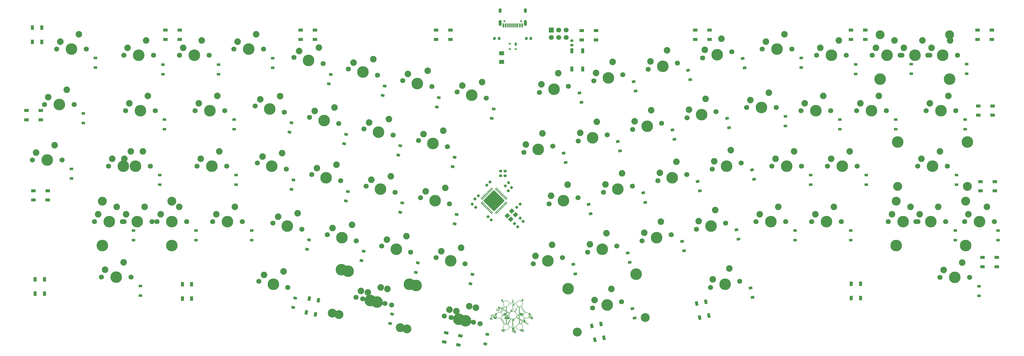
<source format=gbr>
G04 #@! TF.GenerationSoftware,KiCad,Pcbnew,(5.99.0-10089-gf88d39b4f0)*
G04 #@! TF.CreationDate,2021-04-09T00:56:27-05:00*
G04 #@! TF.ProjectId,aliceq,616c6963-6571-42e6-9b69-6361645f7063,rev?*
G04 #@! TF.SameCoordinates,Original*
G04 #@! TF.FileFunction,Soldermask,Bot*
G04 #@! TF.FilePolarity,Negative*
%FSLAX46Y46*%
G04 Gerber Fmt 4.6, Leading zero omitted, Abs format (unit mm)*
G04 Created by KiCad (PCBNEW (5.99.0-10089-gf88d39b4f0)) date 2021-04-09 00:56:27*
%MOMM*%
%LPD*%
G01*
G04 APERTURE LIST*
G04 Aperture macros list*
%AMRoundRect*
0 Rectangle with rounded corners*
0 $1 Rounding radius*
0 $2 $3 $4 $5 $6 $7 $8 $9 X,Y pos of 4 corners*
0 Add a 4 corners polygon primitive as box body*
4,1,4,$2,$3,$4,$5,$6,$7,$8,$9,$2,$3,0*
0 Add four circle primitives for the rounded corners*
1,1,$1+$1,$2,$3*
1,1,$1+$1,$4,$5*
1,1,$1+$1,$6,$7*
1,1,$1+$1,$8,$9*
0 Add four rect primitives between the rounded corners*
20,1,$1+$1,$2,$3,$4,$5,0*
20,1,$1+$1,$4,$5,$6,$7,0*
20,1,$1+$1,$6,$7,$8,$9,0*
20,1,$1+$1,$8,$9,$2,$3,0*%
%AMRotRect*
0 Rectangle, with rotation*
0 The origin of the aperture is its center*
0 $1 length*
0 $2 width*
0 $3 Rotation angle, in degrees counterclockwise*
0 Add horizontal line*
21,1,$1,$2,0,0,$3*%
G04 Aperture macros list end*
%ADD10C,3.987800*%
%ADD11C,1.750000*%
%ADD12C,3.048000*%
%ADD13C,2.250000*%
%ADD14RotRect,0.900000X1.200000X102.000000*%
%ADD15R,1.200000X0.900000*%
%ADD16RotRect,1.500000X1.000000X78.000000*%
%ADD17RotRect,0.900000X1.200000X78.000000*%
%ADD18RotRect,1.500000X1.000000X102.000000*%
%ADD19R,1.500000X1.000000*%
%ADD20C,1.700000*%
%ADD21R,1.700000X1.700000*%
%ADD22RoundRect,0.218750X-0.026517X0.335876X-0.335876X0.026517X0.026517X-0.335876X0.335876X-0.026517X0*%
%ADD23R,1.100000X1.800000*%
%ADD24R,1.000000X1.500000*%
%ADD25RoundRect,0.218750X0.256250X-0.218750X0.256250X0.218750X-0.256250X0.218750X-0.256250X-0.218750X0*%
%ADD26RoundRect,0.225000X0.335876X0.017678X0.017678X0.335876X-0.335876X-0.017678X-0.017678X-0.335876X0*%
%ADD27RoundRect,0.062500X0.220971X0.309359X-0.309359X-0.220971X-0.220971X-0.309359X0.309359X0.220971X0*%
%ADD28RoundRect,0.062500X-0.220971X0.309359X-0.309359X0.220971X0.220971X-0.309359X0.309359X-0.220971X0*%
%ADD29RoundRect,0.252350X0.000000X3.284723X-3.284723X0.000000X0.000000X-3.284723X3.284723X0.000000X0*%
%ADD30RoundRect,0.218750X-0.335876X-0.026517X-0.026517X-0.335876X0.335876X0.026517X0.026517X0.335876X0*%
%ADD31RoundRect,0.218750X0.026517X-0.335876X0.335876X-0.026517X-0.026517X0.335876X-0.335876X0.026517X0*%
%ADD32RotRect,1.500000X1.000000X348.000000*%
%ADD33C,0.650000*%
%ADD34R,0.600000X1.450000*%
%ADD35R,0.300000X1.450000*%
%ADD36O,1.000000X2.100000*%
%ADD37O,1.000000X1.600000*%
%ADD38R,0.700000X1.000000*%
%ADD39R,0.700000X0.600000*%
%ADD40RoundRect,0.218750X0.218750X0.256250X-0.218750X0.256250X-0.218750X-0.256250X0.218750X-0.256250X0*%
%ADD41RotRect,1.400000X1.200000X45.000000*%
%ADD42RoundRect,0.218750X-0.256250X0.218750X-0.256250X-0.218750X0.256250X-0.218750X0.256250X0.218750X0*%
%ADD43RoundRect,0.250001X0.624999X-0.462499X0.624999X0.462499X-0.624999X0.462499X-0.624999X-0.462499X0*%
%ADD44RoundRect,0.218750X-0.218750X-0.256250X0.218750X-0.256250X0.218750X0.256250X-0.218750X0.256250X0*%
G04 APERTURE END LIST*
G36*
X163823986Y-131067546D02*
G01*
X163821670Y-131082833D01*
X163815416Y-131123695D01*
X163810098Y-131157436D01*
X163805529Y-131184904D01*
X163801523Y-131206945D01*
X163797894Y-131224407D01*
X163794456Y-131238135D01*
X163791023Y-131248979D01*
X163787408Y-131257783D01*
X163783425Y-131265396D01*
X163778888Y-131272664D01*
X163776715Y-131275868D01*
X163757026Y-131298314D01*
X163733037Y-131314563D01*
X163703282Y-131325643D01*
X163688674Y-131329343D01*
X163675984Y-131332188D01*
X163668523Y-131333414D01*
X163665546Y-131333386D01*
X163652558Y-131331574D01*
X163635615Y-131327778D01*
X163617574Y-131322764D01*
X163601291Y-131317304D01*
X163589624Y-131312166D01*
X163574535Y-131303694D01*
X163535448Y-131312357D01*
X163526889Y-131314227D01*
X163479571Y-131323375D01*
X163437757Y-131329026D01*
X163399700Y-131331216D01*
X163363651Y-131329979D01*
X163327860Y-131325353D01*
X163290579Y-131317372D01*
X163248170Y-131304873D01*
X163210438Y-131289165D01*
X163175189Y-131269007D01*
X163139561Y-131242986D01*
X163127545Y-131232771D01*
X163100891Y-131206284D01*
X163075339Y-131176130D01*
X163052959Y-131144864D01*
X163035822Y-131115041D01*
X163028662Y-131097728D01*
X163020944Y-131073904D01*
X163013839Y-131047277D01*
X163007979Y-131020475D01*
X163003998Y-130996129D01*
X163002531Y-130976870D01*
X163002616Y-130973170D01*
X163003795Y-130961451D01*
X163127292Y-130961451D01*
X163128506Y-131001371D01*
X163137836Y-131040565D01*
X163155264Y-131078381D01*
X163157558Y-131082143D01*
X163172708Y-131102438D01*
X163192610Y-131124071D01*
X163215064Y-131144963D01*
X163237868Y-131163036D01*
X163258823Y-131176210D01*
X163278442Y-131185953D01*
X163299549Y-131194756D01*
X163319821Y-131200700D01*
X163341538Y-131204277D01*
X163366980Y-131205977D01*
X163398429Y-131206293D01*
X163419285Y-131206031D01*
X163440086Y-131205225D01*
X163458828Y-131203593D01*
X163478046Y-131200831D01*
X163500273Y-131196632D01*
X163528045Y-131190693D01*
X163540086Y-131188077D01*
X163572307Y-131181557D01*
X163596908Y-131177438D01*
X163614154Y-131175690D01*
X163624307Y-131176282D01*
X163627633Y-131179183D01*
X163627989Y-131180460D01*
X163632230Y-131187022D01*
X163639724Y-131195850D01*
X163642627Y-131198641D01*
X163653507Y-131205574D01*
X163664874Y-131209021D01*
X163674319Y-131208514D01*
X163679429Y-131203582D01*
X163679784Y-131202165D01*
X163681597Y-131192582D01*
X163684253Y-131176486D01*
X163687561Y-131155218D01*
X163691331Y-131130119D01*
X163695371Y-131102530D01*
X163699490Y-131073792D01*
X163703497Y-131045246D01*
X163707203Y-131018233D01*
X163710416Y-130994094D01*
X163712944Y-130974170D01*
X163714598Y-130959803D01*
X163715186Y-130952332D01*
X163714566Y-130943065D01*
X163710285Y-130930748D01*
X163702487Y-130925806D01*
X163691818Y-130928477D01*
X163678928Y-130938999D01*
X163676792Y-130941417D01*
X163668074Y-130953215D01*
X163658010Y-130968941D01*
X163648373Y-130985874D01*
X163635275Y-131009774D01*
X163620611Y-131033921D01*
X163606176Y-131054122D01*
X163590432Y-131072489D01*
X163571844Y-131091136D01*
X163561320Y-131100669D01*
X163526850Y-131126022D01*
X163491010Y-131144074D01*
X163454495Y-131154671D01*
X163417999Y-131157662D01*
X163382218Y-131152893D01*
X163347846Y-131140213D01*
X163325827Y-131126945D01*
X163301824Y-131104568D01*
X163283310Y-131076144D01*
X163281192Y-131071879D01*
X163276034Y-131059840D01*
X163273057Y-131048298D01*
X163271686Y-131034313D01*
X163271421Y-131019134D01*
X163395223Y-131019134D01*
X163396348Y-131024874D01*
X163402322Y-131029477D01*
X163407048Y-131031417D01*
X163422732Y-131033478D01*
X163440502Y-131031451D01*
X163456772Y-131025591D01*
X163466432Y-131019443D01*
X163485003Y-131003410D01*
X163504049Y-130982373D01*
X163522013Y-130958128D01*
X163537342Y-130932473D01*
X163556581Y-130895739D01*
X163543141Y-130903922D01*
X163540439Y-130905557D01*
X163528764Y-130912539D01*
X163513385Y-130921658D01*
X163496897Y-130931377D01*
X163495330Y-130932298D01*
X163475559Y-130944184D01*
X163460452Y-130954103D01*
X163447521Y-130963939D01*
X163434275Y-130975576D01*
X163418224Y-130990900D01*
X163409379Y-130999734D01*
X163399411Y-131011131D01*
X163395223Y-131019134D01*
X163271421Y-131019134D01*
X163271348Y-131014945D01*
X163271452Y-130999990D01*
X163272243Y-130986233D01*
X163274332Y-130976123D01*
X163278323Y-130967028D01*
X163284822Y-130956319D01*
X163288397Y-130951114D01*
X163302161Y-130934137D01*
X163320205Y-130914759D01*
X163340704Y-130894790D01*
X163361830Y-130876036D01*
X163381760Y-130860307D01*
X163387160Y-130856510D01*
X163401828Y-130846732D01*
X163420808Y-130834519D01*
X163442239Y-130821063D01*
X163464260Y-130807552D01*
X163497008Y-130787217D01*
X163539175Y-130759019D01*
X163574573Y-130732460D01*
X163603877Y-130706935D01*
X163627761Y-130681838D01*
X163646900Y-130656567D01*
X163661969Y-130630517D01*
X163664112Y-130626179D01*
X163672046Y-130608842D01*
X163676873Y-130594571D01*
X163679531Y-130579968D01*
X163680955Y-130561638D01*
X163680839Y-130533242D01*
X163676492Y-130503383D01*
X163667169Y-130472704D01*
X163652305Y-130438778D01*
X163642392Y-130420513D01*
X163618524Y-130388153D01*
X163589566Y-130362295D01*
X163555202Y-130342686D01*
X163515115Y-130329073D01*
X163512832Y-130328529D01*
X163485996Y-130324589D01*
X163453847Y-130323406D01*
X163418674Y-130324889D01*
X163382768Y-130328952D01*
X163348421Y-130335505D01*
X163332042Y-130339310D01*
X163309599Y-130344324D01*
X163289318Y-130348646D01*
X163274167Y-130351634D01*
X163247837Y-130356414D01*
X163231618Y-130338852D01*
X163221032Y-130328968D01*
X163208204Y-130321960D01*
X163197582Y-130322332D01*
X163189751Y-130330205D01*
X163186364Y-130337307D01*
X163183254Y-130346194D01*
X163180513Y-130357498D01*
X163177940Y-130372399D01*
X163175332Y-130392073D01*
X163172490Y-130417700D01*
X163169211Y-130450457D01*
X163169005Y-130452575D01*
X163166174Y-130480504D01*
X163163257Y-130507416D01*
X163160465Y-130531490D01*
X163158009Y-130550906D01*
X163156098Y-130563843D01*
X163155017Y-130570387D01*
X163153396Y-130584207D01*
X163153911Y-130592789D01*
X163156593Y-130598218D01*
X163163609Y-130603228D01*
X163174166Y-130602939D01*
X163185959Y-130596066D01*
X163198157Y-130583323D01*
X163209933Y-130565426D01*
X163215400Y-130553824D01*
X163353757Y-130553824D01*
X163358025Y-130552995D01*
X163368604Y-130547022D01*
X163385409Y-130535940D01*
X163397631Y-130527453D01*
X163410877Y-130517725D01*
X163417113Y-130512203D01*
X163416412Y-130510818D01*
X163408847Y-130513500D01*
X163406911Y-130514359D01*
X163393214Y-130521612D01*
X163378434Y-130530909D01*
X163365426Y-130540347D01*
X163357047Y-130548022D01*
X163355884Y-130549473D01*
X163353757Y-130553824D01*
X163215400Y-130553824D01*
X163220457Y-130543091D01*
X163226621Y-130528432D01*
X163239904Y-130502987D01*
X163256257Y-130479946D01*
X163277798Y-130456099D01*
X163282417Y-130451502D01*
X163316088Y-130424025D01*
X163352523Y-130404131D01*
X163391237Y-130392037D01*
X163431740Y-130387957D01*
X163462344Y-130390256D01*
X163493364Y-130398327D01*
X163519142Y-130411630D01*
X163539191Y-130429569D01*
X163553023Y-130451543D01*
X163560148Y-130476956D01*
X163560079Y-130505209D01*
X163558301Y-130512203D01*
X163552327Y-130535704D01*
X163550172Y-130541127D01*
X163543186Y-130555188D01*
X163533957Y-130568904D01*
X163521843Y-130582802D01*
X163506200Y-130597409D01*
X163486388Y-130613251D01*
X163461763Y-130630855D01*
X163431682Y-130650747D01*
X163395505Y-130673456D01*
X163352588Y-130699506D01*
X163349933Y-130701103D01*
X163324392Y-130716830D01*
X163299096Y-130732996D01*
X163275787Y-130748451D01*
X163256208Y-130762039D01*
X163242101Y-130772610D01*
X163229995Y-130782878D01*
X163206024Y-130806094D01*
X163183559Y-130831369D01*
X163164453Y-130856543D01*
X163150558Y-130879454D01*
X163149269Y-130882035D01*
X163134208Y-130921455D01*
X163127292Y-130961451D01*
X163003795Y-130961451D01*
X163004529Y-130954152D01*
X163008530Y-130930421D01*
X163014049Y-130904486D01*
X163020514Y-130878858D01*
X163027355Y-130856048D01*
X163033998Y-130838567D01*
X163034761Y-130836911D01*
X163047445Y-130813051D01*
X163063968Y-130786730D01*
X163082294Y-130761001D01*
X163100389Y-130738920D01*
X163118911Y-130718322D01*
X163108246Y-130713464D01*
X163094607Y-130705832D01*
X163073615Y-130688854D01*
X163056045Y-130668246D01*
X163047326Y-130652460D01*
X163039167Y-130630711D01*
X163033433Y-130607500D01*
X163030805Y-130585660D01*
X163031964Y-130568023D01*
X163032295Y-130566395D01*
X163034024Y-130555192D01*
X163036273Y-130537612D01*
X163038861Y-130515194D01*
X163041608Y-130489476D01*
X163044337Y-130461995D01*
X163046032Y-130444878D01*
X163051452Y-130398223D01*
X163057420Y-130358892D01*
X163064108Y-130326131D01*
X163071688Y-130299185D01*
X163080330Y-130277301D01*
X163090205Y-130259724D01*
X163094079Y-130254224D01*
X163116200Y-130230603D01*
X163143112Y-130213534D01*
X163175476Y-130202574D01*
X163179784Y-130201604D01*
X163194510Y-130198782D01*
X163206336Y-130198037D01*
X163218916Y-130199388D01*
X163235902Y-130202849D01*
X163237232Y-130203148D01*
X163254017Y-130207673D01*
X163268681Y-130212841D01*
X163278185Y-130217592D01*
X163281782Y-130220041D01*
X163286613Y-130222329D01*
X163292544Y-130223029D01*
X163301325Y-130222053D01*
X163314708Y-130219311D01*
X163334444Y-130214713D01*
X163339886Y-130213461D01*
X163384731Y-130205724D01*
X163433851Y-130201835D01*
X163436703Y-130201722D01*
X163460457Y-130201047D01*
X163479134Y-130201308D01*
X163495661Y-130202748D01*
X163512967Y-130205609D01*
X163533980Y-130210135D01*
X163539731Y-130211459D01*
X163569403Y-130218883D01*
X163593328Y-130226245D01*
X163613663Y-130234391D01*
X163632564Y-130244164D01*
X163652187Y-130256408D01*
X163672719Y-130270921D01*
X163698339Y-130292817D01*
X163720674Y-130317614D01*
X163742297Y-130347922D01*
X163742559Y-130348324D01*
X163757245Y-130372451D01*
X163769041Y-130395854D01*
X163778835Y-130420790D01*
X163787517Y-130449516D01*
X163795975Y-130484292D01*
X163797297Y-130490220D01*
X163802308Y-130514238D01*
X163805227Y-130533332D01*
X163806054Y-130550097D01*
X163804790Y-130567129D01*
X163801434Y-130587022D01*
X163795987Y-130612373D01*
X163788310Y-130642036D01*
X163774665Y-130679513D01*
X163756680Y-130713820D01*
X163733214Y-130747027D01*
X163703129Y-130781207D01*
X163695593Y-130789266D01*
X163687855Y-130798477D01*
X163685695Y-130803048D01*
X163688736Y-130803568D01*
X163695395Y-130803041D01*
X163710362Y-130804745D01*
X163728704Y-130808900D01*
X163747900Y-130814795D01*
X163765433Y-130821720D01*
X163778784Y-130828965D01*
X163786271Y-130834612D01*
X163807144Y-130857023D01*
X163823177Y-130885615D01*
X163826372Y-130895739D01*
X163833910Y-130919629D01*
X163841019Y-130952332D01*
X163841248Y-130953384D01*
X163823986Y-131067546D01*
G37*
G36*
X168707569Y-124549980D02*
G01*
X168703700Y-124566213D01*
X168698760Y-124582502D01*
X168692811Y-124597722D01*
X168687268Y-124608129D01*
X168678424Y-124620546D01*
X168700322Y-124614718D01*
X168706293Y-124613407D01*
X168724381Y-124611011D01*
X168747422Y-124609427D01*
X168773108Y-124608840D01*
X168781777Y-124608893D01*
X168828530Y-124611743D01*
X168868470Y-124619056D01*
X168901902Y-124631010D01*
X168929128Y-124647786D01*
X168950453Y-124669561D01*
X168966178Y-124696514D01*
X168976608Y-124728825D01*
X168977820Y-124734283D01*
X168980640Y-124749187D01*
X168981041Y-124755992D01*
X168981326Y-124760832D01*
X168979851Y-124772942D01*
X168976191Y-124789242D01*
X168971192Y-124805852D01*
X168964070Y-124823548D01*
X168956756Y-124837050D01*
X168948083Y-124848020D01*
X168934002Y-124862254D01*
X168918442Y-124875275D01*
X168903591Y-124885289D01*
X168891637Y-124890497D01*
X168884672Y-124892145D01*
X168870964Y-124895536D01*
X168855574Y-124899453D01*
X168848193Y-124901010D01*
X168828727Y-124903543D01*
X168804718Y-124905330D01*
X168778661Y-124906300D01*
X168753050Y-124906380D01*
X168730379Y-124905497D01*
X168713142Y-124903581D01*
X168695730Y-124900454D01*
X168690585Y-124924414D01*
X168686693Y-124940841D01*
X168681979Y-124954577D01*
X168675452Y-124966476D01*
X168665576Y-124979947D01*
X168648557Y-124997565D01*
X168622232Y-125014393D01*
X168589823Y-125025774D01*
X168585283Y-125026905D01*
X168580458Y-125028234D01*
X168577575Y-125029362D01*
X168577167Y-125030307D01*
X168579767Y-125031087D01*
X168585907Y-125031719D01*
X168596120Y-125032221D01*
X168608729Y-125032552D01*
X168610939Y-125032610D01*
X168630896Y-125032904D01*
X168656524Y-125033119D01*
X168688356Y-125033275D01*
X168726925Y-125033388D01*
X168772763Y-125033475D01*
X168826403Y-125033555D01*
X168874285Y-125033632D01*
X168921604Y-125033743D01*
X168961856Y-125033897D01*
X168995716Y-125034112D01*
X169023858Y-125034409D01*
X169046958Y-125034806D01*
X169065690Y-125035322D01*
X169080730Y-125035976D01*
X169092752Y-125036788D01*
X169102432Y-125037777D01*
X169110444Y-125038962D01*
X169117464Y-125040362D01*
X169124166Y-125041996D01*
X169130176Y-125043646D01*
X169160211Y-125055406D01*
X169184064Y-125071716D01*
X169202057Y-125093060D01*
X169214511Y-125119920D01*
X169221747Y-125152780D01*
X169224088Y-125192124D01*
X169224031Y-125198637D01*
X169221807Y-125225457D01*
X169220820Y-125237353D01*
X169212503Y-125269700D01*
X169198829Y-125296052D01*
X169179549Y-125316780D01*
X169154413Y-125332258D01*
X169123171Y-125342861D01*
X169123163Y-125342863D01*
X169117117Y-125344182D01*
X169110272Y-125345333D01*
X169102049Y-125346328D01*
X169091867Y-125347178D01*
X169079147Y-125347895D01*
X169063310Y-125348490D01*
X169043775Y-125348976D01*
X169019963Y-125349363D01*
X168991294Y-125349665D01*
X168957189Y-125349891D01*
X168917068Y-125350054D01*
X168870351Y-125350166D01*
X168816459Y-125350238D01*
X168754811Y-125350282D01*
X168416510Y-125350457D01*
X168411810Y-125374416D01*
X168406060Y-125401712D01*
X168397969Y-125436200D01*
X168388763Y-125472356D01*
X168378983Y-125508211D01*
X168369168Y-125541796D01*
X168359858Y-125571139D01*
X168351592Y-125594270D01*
X168348680Y-125601638D01*
X168311919Y-125682785D01*
X168267717Y-125761590D01*
X168216808Y-125837048D01*
X168159927Y-125908154D01*
X168097807Y-125973900D01*
X168031184Y-126033280D01*
X168027509Y-126036245D01*
X167999859Y-126057345D01*
X167967818Y-126080118D01*
X167933536Y-126103150D01*
X167899162Y-126125032D01*
X167866847Y-126144349D01*
X167838741Y-126159691D01*
X167813527Y-126172152D01*
X167764732Y-126193922D01*
X167714931Y-126212841D01*
X167662294Y-126229515D01*
X167604991Y-126244552D01*
X167541194Y-126258561D01*
X167533883Y-126260019D01*
X167460099Y-126271996D01*
X167388451Y-126278309D01*
X167317334Y-126278913D01*
X167245139Y-126273762D01*
X167170261Y-126262812D01*
X167091092Y-126246019D01*
X167073505Y-126241823D01*
X167053150Y-126237088D01*
X167036871Y-126233445D01*
X167026007Y-126231190D01*
X167021899Y-126230622D01*
X167021312Y-126231604D01*
X167017186Y-126238675D01*
X167009420Y-126252045D01*
X166998368Y-126271100D01*
X166984384Y-126295229D01*
X166967824Y-126323817D01*
X166949042Y-126356253D01*
X166928391Y-126391924D01*
X166906227Y-126430217D01*
X166882905Y-126470519D01*
X166858778Y-126512217D01*
X166834200Y-126554698D01*
X166809528Y-126597351D01*
X166785114Y-126639561D01*
X166761314Y-126680716D01*
X166738482Y-126720204D01*
X166716973Y-126757412D01*
X166697140Y-126791726D01*
X166679339Y-126822535D01*
X166663923Y-126849224D01*
X166651248Y-126871183D01*
X166641668Y-126887797D01*
X166635537Y-126898453D01*
X166633210Y-126902541D01*
X166632490Y-126904480D01*
X166635243Y-126902541D01*
X166638526Y-126897943D01*
X166645364Y-126887341D01*
X166654978Y-126871964D01*
X166666615Y-126853018D01*
X166679521Y-126831707D01*
X166691913Y-126811272D01*
X166704176Y-126791385D01*
X166714665Y-126774721D01*
X166722552Y-126762592D01*
X166727009Y-126756314D01*
X166737919Y-126745373D01*
X166762517Y-126729512D01*
X166792706Y-126719063D01*
X166809044Y-126715647D01*
X166821455Y-126714496D01*
X166833924Y-126715604D01*
X166850435Y-126718965D01*
X166859358Y-126721201D01*
X166875072Y-126726767D01*
X166889213Y-126734695D01*
X166902893Y-126745975D01*
X166917222Y-126761601D01*
X166933312Y-126782563D01*
X166952274Y-126809853D01*
X166960062Y-126821416D01*
X166974477Y-126843065D01*
X166985268Y-126859967D01*
X166993193Y-126873593D01*
X166999006Y-126885412D01*
X167003464Y-126896894D01*
X167007322Y-126909509D01*
X167011335Y-126924727D01*
X167011467Y-126925242D01*
X167015578Y-126941888D01*
X167017654Y-126953631D01*
X167017716Y-126962496D01*
X167017723Y-126963566D01*
X167015814Y-126974785D01*
X167011958Y-126990381D01*
X167006129Y-127009629D01*
X166994352Y-127034491D01*
X166978206Y-127054493D01*
X166956360Y-127071577D01*
X166932453Y-127087051D01*
X166946998Y-127089779D01*
X166956003Y-127092298D01*
X166974227Y-127099889D01*
X166996984Y-127111474D01*
X167023027Y-127126405D01*
X167051111Y-127144031D01*
X167053968Y-127145909D01*
X167081255Y-127165499D01*
X167101945Y-127184270D01*
X167117277Y-127203770D01*
X167128490Y-127225548D01*
X167136822Y-127251152D01*
X167138644Y-127258252D01*
X167141756Y-127272535D01*
X167142664Y-127283984D01*
X167142277Y-127287889D01*
X167141448Y-127296243D01*
X167138189Y-127312957D01*
X167129896Y-127340041D01*
X167129085Y-127342689D01*
X167125893Y-127348374D01*
X167112869Y-127371573D01*
X167090671Y-127394697D01*
X167062686Y-127411863D01*
X167052996Y-127415041D01*
X167029112Y-127422874D01*
X167028614Y-127422982D01*
X167011760Y-127426257D01*
X166999098Y-127427356D01*
X166986871Y-127426293D01*
X166971321Y-127423081D01*
X166971200Y-127423053D01*
X166957212Y-127420073D01*
X166946839Y-127418352D01*
X166942318Y-127418260D01*
X166943421Y-127419058D01*
X166950803Y-127423602D01*
X166964794Y-127431965D01*
X166985010Y-127443922D01*
X167011068Y-127459249D01*
X167042583Y-127477724D01*
X167079172Y-127499122D01*
X167120452Y-127523219D01*
X167166038Y-127549791D01*
X167215549Y-127578615D01*
X167268599Y-127609467D01*
X167324805Y-127642122D01*
X167383784Y-127676358D01*
X167445152Y-127711949D01*
X167508526Y-127748673D01*
X167562979Y-127780210D01*
X167635577Y-127822247D01*
X167701525Y-127860446D01*
X167761150Y-127895021D01*
X167814777Y-127926182D01*
X167862730Y-127954144D01*
X167905336Y-127979117D01*
X167942920Y-128001316D01*
X167975806Y-128020951D01*
X168004321Y-128038237D01*
X168028790Y-128053385D01*
X168049537Y-128066607D01*
X168066888Y-128078117D01*
X168081170Y-128088127D01*
X168092706Y-128096849D01*
X168101822Y-128104496D01*
X168108843Y-128111281D01*
X168114096Y-128117415D01*
X168117905Y-128123112D01*
X168120595Y-128128583D01*
X168122492Y-128134042D01*
X168123921Y-128139701D01*
X168125208Y-128145772D01*
X168126677Y-128152469D01*
X168130257Y-128169050D01*
X168131921Y-128182634D01*
X168131401Y-128195095D01*
X168128832Y-128209995D01*
X168128094Y-128213309D01*
X168120756Y-128235762D01*
X168109493Y-128260316D01*
X168095543Y-128284945D01*
X168080143Y-128307627D01*
X168064530Y-128326336D01*
X168049942Y-128339049D01*
X168039743Y-128344577D01*
X168022951Y-128351374D01*
X168005563Y-128356526D01*
X168000784Y-128357737D01*
X167995890Y-128359106D01*
X167991297Y-128360318D01*
X167986715Y-128361220D01*
X167981856Y-128361658D01*
X167976429Y-128361476D01*
X167970146Y-128360522D01*
X167962718Y-128358640D01*
X167953856Y-128355677D01*
X167943269Y-128351478D01*
X167930669Y-128345890D01*
X167915767Y-128338758D01*
X167898274Y-128329928D01*
X167877900Y-128319246D01*
X167854355Y-128306557D01*
X167827352Y-128291708D01*
X167796600Y-128274544D01*
X167761810Y-128254912D01*
X167722693Y-128232656D01*
X167678960Y-128207623D01*
X167630322Y-128179659D01*
X167576489Y-128148610D01*
X167517172Y-128114320D01*
X167452082Y-128076637D01*
X167380930Y-128035406D01*
X167303426Y-127990473D01*
X167219282Y-127941684D01*
X167128207Y-127888884D01*
X167110328Y-127878520D01*
X167035595Y-127835201D01*
X166962849Y-127793032D01*
X166892414Y-127752204D01*
X166824619Y-127712904D01*
X166759789Y-127675324D01*
X166698251Y-127639652D01*
X166640331Y-127606077D01*
X166586357Y-127574789D01*
X166536654Y-127545976D01*
X166491549Y-127519829D01*
X166451369Y-127496536D01*
X166416441Y-127476287D01*
X166387090Y-127459272D01*
X166363643Y-127445678D01*
X166346428Y-127435697D01*
X166335770Y-127429516D01*
X166331996Y-127427326D01*
X166331445Y-127427980D01*
X166327311Y-127434474D01*
X166319363Y-127447581D01*
X166307844Y-127466884D01*
X166292996Y-127491969D01*
X166275064Y-127522419D01*
X166254291Y-127557819D01*
X166230921Y-127597752D01*
X166205196Y-127641803D01*
X166177361Y-127689556D01*
X166147659Y-127740595D01*
X166116334Y-127794506D01*
X166083628Y-127850870D01*
X166049785Y-127909274D01*
X165769906Y-128392602D01*
X165785406Y-128405816D01*
X165788201Y-128408209D01*
X165845767Y-128462123D01*
X165900500Y-128522081D01*
X165951514Y-128586785D01*
X165997922Y-128654938D01*
X166038837Y-128725244D01*
X166073375Y-128796405D01*
X166100647Y-128867124D01*
X166104166Y-128877850D01*
X166126547Y-128955510D01*
X166144232Y-129034676D01*
X166156750Y-129112956D01*
X166163632Y-129187957D01*
X166164565Y-129217342D01*
X166162524Y-129284188D01*
X166155250Y-129354636D01*
X166143098Y-129427033D01*
X166126425Y-129499723D01*
X166105587Y-129571050D01*
X166080939Y-129639359D01*
X166052838Y-129702996D01*
X166023366Y-129758766D01*
X165974616Y-129836360D01*
X165919110Y-129909883D01*
X165857429Y-129978753D01*
X165790158Y-130042385D01*
X165717880Y-130100194D01*
X165641178Y-130151597D01*
X165560635Y-130196009D01*
X165512061Y-130220052D01*
X165631480Y-130222587D01*
X165657219Y-130223190D01*
X165694111Y-130224337D01*
X165723749Y-130225690D01*
X165746809Y-130227289D01*
X165763968Y-130229175D01*
X165775902Y-130231391D01*
X165776107Y-130231442D01*
X165791776Y-130235318D01*
X165801032Y-130237001D01*
X165805558Y-130236198D01*
X165807038Y-130232618D01*
X165807157Y-130225968D01*
X165807161Y-130225588D01*
X165808138Y-130215221D01*
X165810526Y-130200065D01*
X165813833Y-130183260D01*
X165821631Y-130156888D01*
X165836183Y-130129484D01*
X165856359Y-130108122D01*
X165882508Y-130092454D01*
X165914978Y-130082132D01*
X165915645Y-130081989D01*
X165923301Y-130080578D01*
X165932379Y-130079383D01*
X165943570Y-130078387D01*
X165957564Y-130077574D01*
X165975054Y-130076926D01*
X165996730Y-130076430D01*
X166023284Y-130076067D01*
X166055408Y-130075822D01*
X166093792Y-130075679D01*
X166139128Y-130075621D01*
X166192107Y-130075632D01*
X166227940Y-130075666D01*
X166275129Y-130075754D01*
X166315153Y-130075902D01*
X166348711Y-130076129D01*
X166376506Y-130076454D01*
X166399238Y-130076896D01*
X166417609Y-130077473D01*
X166432318Y-130078205D01*
X166444068Y-130079110D01*
X166453559Y-130080208D01*
X166461492Y-130081516D01*
X166468569Y-130083054D01*
X166479968Y-130086229D01*
X166509425Y-130099146D01*
X166533443Y-130117172D01*
X166551252Y-130139624D01*
X166562080Y-130165819D01*
X166562219Y-130166386D01*
X166564054Y-130177201D01*
X166566066Y-130193972D01*
X166568020Y-130214514D01*
X166569684Y-130236644D01*
X166569717Y-130237153D01*
X166571474Y-130260161D01*
X166573613Y-130282366D01*
X166575869Y-130301263D01*
X166577972Y-130314343D01*
X166579972Y-130325963D01*
X166580045Y-130327911D01*
X166580423Y-130337931D01*
X166578651Y-130351297D01*
X166574446Y-130369312D01*
X166573405Y-130372724D01*
X166569540Y-130385399D01*
X166561416Y-130405462D01*
X166552770Y-130421189D01*
X166551663Y-130422757D01*
X166541830Y-130434288D01*
X166529409Y-130446148D01*
X166516415Y-130456683D01*
X166504863Y-130464240D01*
X166496768Y-130467165D01*
X166496497Y-130467233D01*
X166494434Y-130471977D01*
X166492770Y-130482716D01*
X166492570Y-130485874D01*
X166491843Y-130497373D01*
X166490999Y-130527541D01*
X166512441Y-130542124D01*
X166519666Y-130547359D01*
X166539858Y-130566590D01*
X166555818Y-130590153D01*
X166567786Y-130618734D01*
X166576001Y-130653020D01*
X166580705Y-130693696D01*
X166582136Y-130741449D01*
X166582076Y-130749030D01*
X166582033Y-130754539D01*
X166580889Y-130786901D01*
X166578285Y-130812898D01*
X166573964Y-130833931D01*
X166567667Y-130851404D01*
X166559138Y-130866718D01*
X166558429Y-130867776D01*
X166539763Y-130888509D01*
X166515268Y-130903982D01*
X166484352Y-130914574D01*
X166480186Y-130915526D01*
X166473477Y-130916793D01*
X166465769Y-130917836D01*
X166456394Y-130918662D01*
X166444687Y-130919275D01*
X166429980Y-130919684D01*
X166411607Y-130919892D01*
X166388901Y-130919907D01*
X166361195Y-130919735D01*
X166327823Y-130919382D01*
X166288118Y-130918854D01*
X166241413Y-130918157D01*
X166187041Y-130917296D01*
X166170273Y-130917026D01*
X166115120Y-130916109D01*
X166067488Y-130915235D01*
X166026741Y-130914350D01*
X165992242Y-130913398D01*
X165963355Y-130912324D01*
X165939444Y-130911071D01*
X165919873Y-130909585D01*
X165904006Y-130907810D01*
X165891207Y-130905691D01*
X165880838Y-130903172D01*
X165872265Y-130900197D01*
X165864851Y-130896711D01*
X165857960Y-130892659D01*
X165850955Y-130887985D01*
X165846777Y-130884978D01*
X165831597Y-130870965D01*
X165819575Y-130853698D01*
X165810363Y-130832184D01*
X165803611Y-130805433D01*
X165798969Y-130772453D01*
X165796090Y-130732251D01*
X165796017Y-130730726D01*
X165795107Y-130706553D01*
X165795119Y-130694893D01*
X165919996Y-130694893D01*
X165920351Y-130723444D01*
X165920656Y-130735555D01*
X165921363Y-130756278D01*
X165922183Y-130773118D01*
X165923036Y-130784592D01*
X165923843Y-130789217D01*
X165924342Y-130789326D01*
X165931167Y-130789731D01*
X165945408Y-130790200D01*
X165966362Y-130790720D01*
X165993326Y-130791280D01*
X166025597Y-130791864D01*
X166062470Y-130792461D01*
X166103244Y-130793058D01*
X166147215Y-130793642D01*
X166193679Y-130794198D01*
X166461431Y-130797240D01*
X166461431Y-130749030D01*
X166460748Y-130720662D01*
X166458878Y-130694873D01*
X166456011Y-130673097D01*
X166452333Y-130656772D01*
X166448034Y-130647332D01*
X166447617Y-130646844D01*
X166439095Y-130642202D01*
X166430202Y-130644523D01*
X166423695Y-130653146D01*
X166421859Y-130659381D01*
X166419092Y-130673079D01*
X166416953Y-130688563D01*
X166414403Y-130712957D01*
X166343110Y-130712963D01*
X166329848Y-130712999D01*
X166303683Y-130713180D01*
X166271823Y-130713495D01*
X166235863Y-130713925D01*
X166197399Y-130714451D01*
X166158026Y-130715052D01*
X166119340Y-130715710D01*
X165966862Y-130718452D01*
X165961618Y-130691799D01*
X165958436Y-130677467D01*
X165952009Y-130657716D01*
X165944688Y-130645993D01*
X165936385Y-130642124D01*
X165934933Y-130642173D01*
X165929068Y-130644004D01*
X165924837Y-130649204D01*
X165922044Y-130658761D01*
X165920495Y-130673661D01*
X165919996Y-130694893D01*
X165795119Y-130694893D01*
X165795127Y-130687863D01*
X165796262Y-130671983D01*
X165798699Y-130656238D01*
X165802621Y-130637957D01*
X165803525Y-130634144D01*
X165813165Y-130602869D01*
X165825707Y-130578076D01*
X165842084Y-130558285D01*
X165863233Y-130542015D01*
X165867276Y-130539430D01*
X165878490Y-130531286D01*
X165883737Y-130524995D01*
X165884262Y-130519207D01*
X165883591Y-130515110D01*
X165882629Y-130503251D01*
X165882244Y-130489589D01*
X166009047Y-130489589D01*
X166009502Y-130511122D01*
X166010608Y-130530337D01*
X166012363Y-130545239D01*
X166014765Y-130553835D01*
X166016133Y-130555905D01*
X166024538Y-130561656D01*
X166033911Y-130560872D01*
X166041145Y-130553582D01*
X166043183Y-130549404D01*
X166048275Y-130538999D01*
X166048972Y-130537857D01*
X166057698Y-130532268D01*
X166074320Y-130528327D01*
X166074322Y-130528327D01*
X166084543Y-130527460D01*
X166101065Y-130526845D01*
X166122556Y-130526465D01*
X166147688Y-130526306D01*
X166175128Y-130526352D01*
X166203547Y-130526587D01*
X166231615Y-130526998D01*
X166258000Y-130527568D01*
X166281373Y-130528283D01*
X166300403Y-130529127D01*
X166313760Y-130530084D01*
X166320112Y-130531140D01*
X166320570Y-130531374D01*
X166326795Y-130537570D01*
X166332614Y-130547520D01*
X166338730Y-130556983D01*
X166347864Y-130562204D01*
X166352530Y-130562147D01*
X166358362Y-130558550D01*
X166362536Y-130549946D01*
X166365260Y-130535512D01*
X166366742Y-130514429D01*
X166367190Y-130485874D01*
X166367014Y-130466808D01*
X166365933Y-130443099D01*
X166363685Y-130426339D01*
X166360063Y-130415707D01*
X166354859Y-130410382D01*
X166347864Y-130409543D01*
X166340064Y-130413485D01*
X166332481Y-130424538D01*
X166325931Y-130434546D01*
X166315811Y-130441205D01*
X166315099Y-130441360D01*
X166306794Y-130442120D01*
X166291543Y-130442800D01*
X166270507Y-130443376D01*
X166244847Y-130443820D01*
X166215725Y-130444106D01*
X166184303Y-130444207D01*
X166183638Y-130444207D01*
X166145784Y-130444123D01*
X166115435Y-130443804D01*
X166091778Y-130443145D01*
X166073996Y-130442041D01*
X166061275Y-130440385D01*
X166052799Y-130438073D01*
X166047754Y-130434999D01*
X166045325Y-130431058D01*
X166044696Y-130426144D01*
X166044560Y-130423739D01*
X166040289Y-130414151D01*
X166032048Y-130409541D01*
X166022580Y-130410636D01*
X166014630Y-130418166D01*
X166013775Y-130420159D01*
X166011607Y-130431022D01*
X166010097Y-130447545D01*
X166009245Y-130467732D01*
X166009047Y-130489589D01*
X165882244Y-130489589D01*
X165882227Y-130488999D01*
X165881907Y-130480803D01*
X165880327Y-130470914D01*
X165877824Y-130467124D01*
X165873049Y-130469146D01*
X165863582Y-130475042D01*
X165851778Y-130483456D01*
X165844520Y-130488609D01*
X165830138Y-130496714D01*
X165813060Y-130503280D01*
X165790488Y-130509497D01*
X165784568Y-130510933D01*
X165775665Y-130512943D01*
X165766862Y-130514599D01*
X165757315Y-130515934D01*
X165746181Y-130516983D01*
X165732616Y-130517780D01*
X165715777Y-130518359D01*
X165694820Y-130518757D01*
X165668902Y-130519005D01*
X165637180Y-130519140D01*
X165598810Y-130519196D01*
X165552949Y-130519207D01*
X165526690Y-130519204D01*
X165485036Y-130519171D01*
X165450420Y-130519074D01*
X165422005Y-130518877D01*
X165398953Y-130518549D01*
X165380428Y-130518055D01*
X165365593Y-130517362D01*
X165353612Y-130516435D01*
X165343649Y-130515242D01*
X165334866Y-130513748D01*
X165326426Y-130511919D01*
X165317494Y-130509723D01*
X165311384Y-130508111D01*
X165277105Y-130495829D01*
X165249791Y-130479524D01*
X165228890Y-130458667D01*
X165213850Y-130432729D01*
X165204119Y-130401182D01*
X165201492Y-130388288D01*
X165199517Y-130375116D01*
X165199518Y-130374495D01*
X165320831Y-130374495D01*
X165326320Y-130383147D01*
X165338926Y-130389666D01*
X165357970Y-130393581D01*
X165362959Y-130394039D01*
X165379612Y-130395001D01*
X165402745Y-130395860D01*
X165431072Y-130396603D01*
X165463311Y-130397217D01*
X165498178Y-130397691D01*
X165534388Y-130398011D01*
X165570658Y-130398164D01*
X165605704Y-130398139D01*
X165638242Y-130397922D01*
X165666988Y-130397500D01*
X165690658Y-130396861D01*
X165712255Y-130396006D01*
X165734414Y-130394832D01*
X165750506Y-130393466D01*
X165761825Y-130391751D01*
X165769659Y-130389531D01*
X165775302Y-130386652D01*
X165780574Y-130382364D01*
X165785463Y-130372724D01*
X165782468Y-130363056D01*
X165771735Y-130354663D01*
X165771627Y-130354609D01*
X165767636Y-130353146D01*
X165761641Y-130351925D01*
X165752938Y-130350924D01*
X165740823Y-130350124D01*
X165724595Y-130349503D01*
X165703548Y-130349042D01*
X165676980Y-130348719D01*
X165644188Y-130348513D01*
X165604468Y-130348405D01*
X165557116Y-130348374D01*
X165555511Y-130348374D01*
X165506076Y-130348411D01*
X165464293Y-130348555D01*
X165429498Y-130348862D01*
X165401027Y-130349389D01*
X165378217Y-130350190D01*
X165360405Y-130351321D01*
X165346927Y-130352839D01*
X165337120Y-130354798D01*
X165330320Y-130357254D01*
X165325864Y-130360264D01*
X165323089Y-130363882D01*
X165321331Y-130368164D01*
X165320831Y-130374495D01*
X165199518Y-130374495D01*
X165199532Y-130364170D01*
X165201631Y-130352034D01*
X165205905Y-130335294D01*
X165207201Y-130330383D01*
X165208325Y-130325870D01*
X165922744Y-130325870D01*
X165922955Y-130340850D01*
X165924106Y-130349065D01*
X165924953Y-130351051D01*
X165931062Y-130357796D01*
X165938833Y-130357947D01*
X165947321Y-130352577D01*
X165955584Y-130342757D01*
X165962679Y-130329562D01*
X165967663Y-130314063D01*
X165969593Y-130297332D01*
X165969684Y-130279624D01*
X166405785Y-130279624D01*
X166410524Y-130305106D01*
X166413150Y-130316868D01*
X166417445Y-130330990D01*
X166421678Y-130340376D01*
X166432093Y-130351988D01*
X166442216Y-130356149D01*
X166450454Y-130353167D01*
X166455361Y-130343577D01*
X166455490Y-130327911D01*
X166455404Y-130327309D01*
X166454235Y-130316040D01*
X166452919Y-130298857D01*
X166451611Y-130277989D01*
X166450466Y-130255666D01*
X166447964Y-130200457D01*
X165933138Y-130200457D01*
X165930501Y-130222332D01*
X165929781Y-130228451D01*
X165926992Y-130255418D01*
X165924838Y-130281647D01*
X165923397Y-130305634D01*
X165922744Y-130325870D01*
X165208325Y-130325870D01*
X165210791Y-130315968D01*
X165213039Y-130305638D01*
X165213502Y-130301364D01*
X165213499Y-130301361D01*
X165209110Y-130301293D01*
X165198097Y-130301968D01*
X165182115Y-130303265D01*
X165162820Y-130305062D01*
X165134474Y-130307020D01*
X165096051Y-130307925D01*
X165054495Y-130307417D01*
X165012530Y-130305580D01*
X164972879Y-130302497D01*
X164938265Y-130298250D01*
X164897427Y-130291265D01*
X164823873Y-130275236D01*
X164752085Y-130255274D01*
X164683651Y-130231895D01*
X164620161Y-130205611D01*
X164563203Y-130176937D01*
X164488626Y-130131585D01*
X164410847Y-130075417D01*
X164338857Y-130013532D01*
X164272918Y-129946198D01*
X164213290Y-129873685D01*
X164160235Y-129796261D01*
X164114015Y-129714196D01*
X164110669Y-129707547D01*
X164091544Y-129667213D01*
X164074910Y-129627396D01*
X164059966Y-129585891D01*
X164045906Y-129540494D01*
X164031928Y-129488999D01*
X164027378Y-129471291D01*
X163656644Y-129471291D01*
X163604057Y-129471305D01*
X163551595Y-129471349D01*
X163502144Y-129471420D01*
X163456295Y-129471517D01*
X163414640Y-129471636D01*
X163377771Y-129471777D01*
X163346278Y-129471935D01*
X163320755Y-129472110D01*
X163301791Y-129472299D01*
X163289979Y-129472499D01*
X163285910Y-129472708D01*
X163287514Y-129476648D01*
X163291905Y-129486032D01*
X163298104Y-129498750D01*
X163299384Y-129501433D01*
X163306375Y-129518736D01*
X163313315Y-129539525D01*
X163318874Y-129559879D01*
X163322692Y-129576723D01*
X163324896Y-129589718D01*
X163325213Y-129600371D01*
X163323715Y-129611657D01*
X163320473Y-129626546D01*
X163319941Y-129628778D01*
X163308286Y-129660827D01*
X163290503Y-129687751D01*
X163267028Y-129708879D01*
X163260085Y-129713489D01*
X163250687Y-129719110D01*
X163245570Y-129721314D01*
X163244692Y-129721390D01*
X163237314Y-129722898D01*
X163226356Y-129725723D01*
X163210559Y-129730109D01*
X163265477Y-129787158D01*
X163279217Y-129801488D01*
X163298752Y-129822264D01*
X163313635Y-129838942D01*
X163324667Y-129852642D01*
X163332652Y-129864486D01*
X163338392Y-129875593D01*
X163342688Y-129887084D01*
X163346345Y-129900079D01*
X163346849Y-129902066D01*
X163350089Y-129916487D01*
X163351056Y-129927576D01*
X163351064Y-129927662D01*
X163349764Y-129939342D01*
X163346176Y-129955279D01*
X163342385Y-129968381D01*
X163328904Y-129996797D01*
X163309537Y-130019352D01*
X163284140Y-130036188D01*
X163252572Y-130047444D01*
X163248992Y-130048284D01*
X163240342Y-130049937D01*
X163230536Y-130051152D01*
X163218550Y-130051947D01*
X163203358Y-130052339D01*
X163183937Y-130052346D01*
X163159260Y-130051986D01*
X163128305Y-130051276D01*
X163090045Y-130050233D01*
X163072854Y-130049713D01*
X163039650Y-130048531D01*
X163008758Y-130047209D01*
X162981384Y-130045809D01*
X162958731Y-130044398D01*
X162942003Y-130043039D01*
X162932404Y-130041797D01*
X162923412Y-130040108D01*
X162913197Y-130038725D01*
X162908546Y-130038871D01*
X162908337Y-130039365D01*
X162907876Y-130042605D01*
X162907388Y-130049261D01*
X162906855Y-130059879D01*
X162906260Y-130075005D01*
X162905585Y-130095186D01*
X162904813Y-130120968D01*
X162903926Y-130152896D01*
X162902906Y-130191517D01*
X162901736Y-130237377D01*
X162900398Y-130291022D01*
X162898209Y-130379503D01*
X162915376Y-130382248D01*
X162934696Y-130387846D01*
X162957000Y-130401186D01*
X162976027Y-130420228D01*
X162990949Y-130443611D01*
X163000938Y-130469973D01*
X163005168Y-130497951D01*
X163002811Y-130526185D01*
X163002212Y-130528647D01*
X162999036Y-130539848D01*
X162993630Y-130557798D01*
X162986256Y-130581670D01*
X162977173Y-130610634D01*
X162966642Y-130643865D01*
X162954924Y-130680533D01*
X162942278Y-130719812D01*
X162928966Y-130760874D01*
X162918861Y-130791855D01*
X162903515Y-130838510D01*
X162890342Y-130877972D01*
X162879168Y-130910727D01*
X162869821Y-130937261D01*
X162862127Y-130958062D01*
X162855914Y-130973616D01*
X162851008Y-130984409D01*
X162847238Y-130990929D01*
X162832232Y-131008159D01*
X162806888Y-131026426D01*
X162775897Y-131038596D01*
X162763626Y-131041921D01*
X162753519Y-131044678D01*
X162749179Y-131045888D01*
X162748947Y-131045952D01*
X162741653Y-131045365D01*
X162729254Y-131042273D01*
X162714125Y-131037485D01*
X162698639Y-131031808D01*
X162685168Y-131026050D01*
X162676088Y-131021018D01*
X162672747Y-131018579D01*
X162665730Y-131013073D01*
X162659442Y-131007178D01*
X162653594Y-131000204D01*
X162647897Y-130991464D01*
X162642063Y-130980267D01*
X162635803Y-130965926D01*
X162628829Y-130947751D01*
X162620853Y-130925053D01*
X162611585Y-130897144D01*
X162600737Y-130863336D01*
X162588020Y-130822938D01*
X162573147Y-130775262D01*
X162571854Y-130771107D01*
X162559289Y-130730586D01*
X162547243Y-130691481D01*
X162535999Y-130654726D01*
X162525838Y-130621253D01*
X162517044Y-130591998D01*
X162509898Y-130567892D01*
X162504683Y-130549871D01*
X162501680Y-130538867D01*
X162497568Y-130521909D01*
X162495349Y-130509512D01*
X162495090Y-130499170D01*
X162496721Y-130487836D01*
X162500173Y-130472466D01*
X162504791Y-130456715D01*
X162518834Y-130428143D01*
X162538594Y-130404997D01*
X162563490Y-130388054D01*
X162584597Y-130377541D01*
X162587434Y-130285874D01*
X162588150Y-130260080D01*
X162588941Y-130226646D01*
X162589782Y-130186922D01*
X162590659Y-130141935D01*
X162591554Y-130092715D01*
X162592454Y-130040291D01*
X162593343Y-129985690D01*
X162594204Y-129929942D01*
X162595023Y-129874075D01*
X162595784Y-129819117D01*
X162596471Y-129766099D01*
X162597070Y-129716047D01*
X162597564Y-129669991D01*
X162597939Y-129628959D01*
X162598178Y-129593980D01*
X162598266Y-129566082D01*
X162598298Y-129467124D01*
X161533540Y-129467148D01*
X161518110Y-129527207D01*
X161516361Y-129533933D01*
X161492570Y-129612356D01*
X161463504Y-129685880D01*
X161428244Y-129756585D01*
X161385870Y-129826551D01*
X161350299Y-129878197D01*
X161302104Y-129940379D01*
X161251414Y-129996728D01*
X161196818Y-130048669D01*
X161136904Y-130097624D01*
X161070260Y-130145020D01*
X161054049Y-130155645D01*
X160982590Y-130197582D01*
X160908774Y-130232847D01*
X160831090Y-130262100D01*
X160748028Y-130286004D01*
X160689700Y-130299595D01*
X160628479Y-130311407D01*
X160571715Y-130319386D01*
X160517922Y-130323691D01*
X160465616Y-130324481D01*
X160413313Y-130321915D01*
X160379643Y-130318680D01*
X160316762Y-130309943D01*
X160252852Y-130297877D01*
X160189772Y-130282942D01*
X160129383Y-130265600D01*
X160073544Y-130246310D01*
X160024117Y-130225533D01*
X160015085Y-130221324D01*
X160001033Y-130214880D01*
X159991053Y-130210443D01*
X159986876Y-130208791D01*
X159985799Y-130212151D01*
X159985267Y-130222086D01*
X159985322Y-130236781D01*
X159985901Y-130254403D01*
X159986942Y-130273118D01*
X159988384Y-130291092D01*
X159990165Y-130306491D01*
X159992080Y-130321684D01*
X159992681Y-130333895D01*
X159992869Y-130337710D01*
X159991526Y-130352727D01*
X159987908Y-130370792D01*
X159984838Y-130382322D01*
X159977097Y-130403378D01*
X159968182Y-130419959D01*
X159966720Y-130422001D01*
X159956619Y-130433739D01*
X159944055Y-130445752D01*
X159931010Y-130456398D01*
X159919463Y-130464035D01*
X159911399Y-130467021D01*
X159911336Y-130467023D01*
X159908393Y-130470230D01*
X159906760Y-130480059D01*
X159906660Y-130483791D01*
X159906297Y-130497332D01*
X159906404Y-130527541D01*
X159926846Y-130541401D01*
X159935229Y-130547494D01*
X159953153Y-130564589D01*
X159967229Y-130585402D01*
X159978349Y-130611443D01*
X159987402Y-130644224D01*
X159991858Y-130665644D01*
X159995422Y-130689441D01*
X159997284Y-130714108D01*
X159997833Y-130743351D01*
X159997834Y-130743812D01*
X159996184Y-130786438D01*
X159994607Y-130797257D01*
X159991003Y-130821976D01*
X159981941Y-130851034D01*
X159968651Y-130874221D01*
X159950786Y-130892144D01*
X159927997Y-130905411D01*
X159899938Y-130914632D01*
X159895879Y-130915556D01*
X159889157Y-130916821D01*
X159881423Y-130917863D01*
X159872010Y-130918689D01*
X159860254Y-130919304D01*
X159845489Y-130919715D01*
X159827049Y-130919929D01*
X159804269Y-130919950D01*
X159776483Y-130919786D01*
X159743026Y-130919442D01*
X159703233Y-130918925D01*
X159656437Y-130918241D01*
X159601973Y-130917395D01*
X159587156Y-130917161D01*
X159534457Y-130916300D01*
X159489267Y-130915508D01*
X159450927Y-130914756D01*
X159418782Y-130914019D01*
X159392174Y-130913271D01*
X159370446Y-130912484D01*
X159352941Y-130911632D01*
X159339002Y-130910690D01*
X159327972Y-130909629D01*
X159319194Y-130908426D01*
X159312011Y-130907051D01*
X159305765Y-130905480D01*
X159297270Y-130902881D01*
X159272380Y-130891887D01*
X159252169Y-130876737D01*
X159236326Y-130856816D01*
X159224540Y-130831508D01*
X159216500Y-130800200D01*
X159211895Y-130762277D01*
X159210413Y-130717124D01*
X159210702Y-130694940D01*
X159333790Y-130694940D01*
X159334013Y-130720021D01*
X159334246Y-130733029D01*
X159334926Y-130754047D01*
X159335870Y-130771242D01*
X159336986Y-130783112D01*
X159338181Y-130788151D01*
X159338626Y-130788300D01*
X159345352Y-130788903D01*
X159359514Y-130789559D01*
X159380402Y-130790251D01*
X159407305Y-130790963D01*
X159439513Y-130791679D01*
X159476315Y-130792383D01*
X159517001Y-130793058D01*
X159560860Y-130793688D01*
X159607182Y-130794258D01*
X159872851Y-130797257D01*
X159872615Y-130735315D01*
X159872588Y-130730190D01*
X159871984Y-130700372D01*
X159870506Y-130677883D01*
X159867962Y-130661873D01*
X159864161Y-130651491D01*
X159858909Y-130645886D01*
X159852014Y-130644207D01*
X159847961Y-130644557D01*
X159841475Y-130648575D01*
X159836622Y-130658791D01*
X159836617Y-130658803D01*
X159833019Y-130673382D01*
X159831349Y-130687957D01*
X159831318Y-130689050D01*
X159830154Y-130700107D01*
X159827988Y-130707240D01*
X159827876Y-130707365D01*
X159823507Y-130708541D01*
X159812987Y-130709632D01*
X159796003Y-130710650D01*
X159772244Y-130711605D01*
X159741398Y-130712509D01*
X159703152Y-130713371D01*
X159657195Y-130714203D01*
X159603215Y-130715015D01*
X159381505Y-130718091D01*
X159378937Y-130706149D01*
X159372190Y-130679393D01*
X159364749Y-130659291D01*
X159356952Y-130647224D01*
X159348864Y-130643291D01*
X159340550Y-130647591D01*
X159337911Y-130650975D01*
X159335886Y-130656205D01*
X159334605Y-130664378D01*
X159333947Y-130676841D01*
X159333790Y-130694940D01*
X159210702Y-130694940D01*
X159210766Y-130690054D01*
X159212097Y-130666948D01*
X159214627Y-130647589D01*
X159218577Y-130629624D01*
X159219498Y-130626102D01*
X159223207Y-130611807D01*
X159225827Y-130601503D01*
X159226840Y-130597225D01*
X159226829Y-130597175D01*
X159223299Y-130598252D01*
X159215351Y-130602054D01*
X159215093Y-130602186D01*
X159203410Y-130606728D01*
X159186209Y-130611826D01*
X159166134Y-130616865D01*
X159145830Y-130621225D01*
X159127939Y-130624292D01*
X159115106Y-130625447D01*
X159111736Y-130625307D01*
X159097128Y-130623263D01*
X159078361Y-130619298D01*
X159057912Y-130614076D01*
X159038254Y-130608264D01*
X159021862Y-130602525D01*
X159011211Y-130597525D01*
X159010477Y-130597059D01*
X158980160Y-130575565D01*
X158956091Y-130553273D01*
X158936292Y-130528357D01*
X158933317Y-130523944D01*
X158923523Y-130508643D01*
X158915582Y-130495118D01*
X158910987Y-130485874D01*
X158907596Y-130476226D01*
X158901010Y-130452962D01*
X158894923Y-130426195D01*
X158889889Y-130398772D01*
X158886461Y-130373536D01*
X158885194Y-130353334D01*
X158885253Y-130352113D01*
X159010329Y-130352113D01*
X159011100Y-130376907D01*
X159013108Y-130398884D01*
X159016314Y-130415326D01*
X159020299Y-130426817D01*
X159032112Y-130450582D01*
X159046989Y-130471018D01*
X159063261Y-130485625D01*
X159064949Y-130486717D01*
X159089863Y-130497857D01*
X159116245Y-130501412D01*
X159142698Y-130497571D01*
X159167823Y-130486523D01*
X159171211Y-130483791D01*
X159421671Y-130483791D01*
X159421763Y-130498433D01*
X159423307Y-130526690D01*
X159426712Y-130546851D01*
X159431983Y-130558934D01*
X159439123Y-130562957D01*
X159439771Y-130562936D01*
X159449051Y-130558985D01*
X159456946Y-130550512D01*
X159460283Y-130540833D01*
X159463149Y-130535357D01*
X159471743Y-130530745D01*
X159472239Y-130530628D01*
X159480333Y-130529806D01*
X159495416Y-130529068D01*
X159516306Y-130528443D01*
X159541818Y-130527961D01*
X159570768Y-130527651D01*
X159601973Y-130527541D01*
X159606307Y-130527543D01*
X159637274Y-130527682D01*
X159665826Y-130528017D01*
X159690779Y-130528521D01*
X159710948Y-130529163D01*
X159725151Y-130529914D01*
X159732203Y-130530745D01*
X159739798Y-130534379D01*
X159743663Y-130541906D01*
X159744831Y-130547594D01*
X159750211Y-130556410D01*
X159755327Y-130560140D01*
X159764474Y-130562957D01*
X159768539Y-130561894D01*
X159774734Y-130554080D01*
X159779066Y-130538555D01*
X159781569Y-130515173D01*
X159782275Y-130483791D01*
X159781945Y-130465358D01*
X159780391Y-130442093D01*
X159777418Y-130425716D01*
X159772845Y-130415386D01*
X159766491Y-130410262D01*
X159762476Y-130409879D01*
X159753971Y-130413701D01*
X159746726Y-130421321D01*
X159743663Y-130430190D01*
X159741327Y-130435894D01*
X159732203Y-130441003D01*
X159731707Y-130441120D01*
X159723613Y-130441942D01*
X159708529Y-130442680D01*
X159687640Y-130443304D01*
X159662128Y-130443786D01*
X159633178Y-130444097D01*
X159601973Y-130444207D01*
X159597639Y-130444205D01*
X159566671Y-130444066D01*
X159538119Y-130443730D01*
X159513167Y-130443227D01*
X159492997Y-130442585D01*
X159478795Y-130441834D01*
X159471743Y-130441003D01*
X159464135Y-130437325D01*
X159460283Y-130430190D01*
X159459362Y-130425499D01*
X159453723Y-130416974D01*
X159445448Y-130411045D01*
X159437455Y-130410262D01*
X159433262Y-130412903D01*
X159428043Y-130421186D01*
X159424492Y-130435200D01*
X159422428Y-130455788D01*
X159421671Y-130483791D01*
X159171211Y-130483791D01*
X159190224Y-130468457D01*
X159192172Y-130466338D01*
X159206207Y-130445062D01*
X159216575Y-130418187D01*
X159223125Y-130387466D01*
X159225706Y-130354651D01*
X159224954Y-130338469D01*
X159335653Y-130338469D01*
X159336409Y-130345634D01*
X159338037Y-130350167D01*
X159340565Y-130353378D01*
X159342832Y-130354651D01*
X159348481Y-130357824D01*
X159357795Y-130356107D01*
X159366626Y-130348373D01*
X159374062Y-130335802D01*
X159379191Y-130319574D01*
X159381103Y-130300869D01*
X159381103Y-130279624D01*
X159599608Y-130279624D01*
X159634764Y-130279630D01*
X159677598Y-130279672D01*
X159713238Y-130279772D01*
X159742348Y-130279951D01*
X159765595Y-130280233D01*
X159783645Y-130280639D01*
X159797164Y-130281192D01*
X159806819Y-130281912D01*
X159813275Y-130282822D01*
X159817199Y-130283945D01*
X159819256Y-130285302D01*
X159820114Y-130286916D01*
X159821130Y-130290865D01*
X159823833Y-130302096D01*
X159827010Y-130315866D01*
X159829106Y-130323388D01*
X159835035Y-130337762D01*
X159841760Y-130348158D01*
X159844477Y-130351017D01*
X159852454Y-130357462D01*
X159858805Y-130357411D01*
X159865958Y-130351166D01*
X159868984Y-130347084D01*
X159870575Y-130341904D01*
X159870697Y-130333895D01*
X159869373Y-130321261D01*
X159866629Y-130302207D01*
X159865510Y-130294295D01*
X159862892Y-130271392D01*
X159861066Y-130248880D01*
X159860373Y-130230666D01*
X159860349Y-130200457D01*
X159604502Y-130200457D01*
X159576350Y-130200465D01*
X159525898Y-130200529D01*
X159482979Y-130200668D01*
X159447057Y-130200894D01*
X159417598Y-130201216D01*
X159394067Y-130201647D01*
X159375928Y-130202198D01*
X159362647Y-130202879D01*
X159353688Y-130203702D01*
X159348517Y-130204677D01*
X159346599Y-130205817D01*
X159346003Y-130208719D01*
X159344669Y-130219085D01*
X159342970Y-130235244D01*
X159341064Y-130255669D01*
X159339108Y-130278832D01*
X159338369Y-130288101D01*
X159336659Y-130311010D01*
X159335745Y-130327364D01*
X159335653Y-130338469D01*
X159224954Y-130338469D01*
X159224166Y-130321496D01*
X159218355Y-130289753D01*
X159208120Y-130261174D01*
X159207104Y-130259076D01*
X159191244Y-130234808D01*
X159171738Y-130217154D01*
X159149672Y-130205937D01*
X159126129Y-130200979D01*
X159102196Y-130202104D01*
X159078956Y-130209134D01*
X159057494Y-130221892D01*
X159038896Y-130240201D01*
X159024246Y-130263885D01*
X159014628Y-130292765D01*
X159012646Y-130304940D01*
X159010832Y-130327218D01*
X159010329Y-130352113D01*
X158885253Y-130352113D01*
X158885987Y-130336902D01*
X158889082Y-130311191D01*
X158894003Y-130282955D01*
X158900200Y-130254907D01*
X158907122Y-130229758D01*
X158914219Y-130210221D01*
X158918413Y-130201407D01*
X158938438Y-130169438D01*
X158963916Y-130140382D01*
X158992594Y-130116922D01*
X159003203Y-130109967D01*
X159016734Y-130101970D01*
X159029718Y-130095912D01*
X159044346Y-130090965D01*
X159062812Y-130086297D01*
X159087305Y-130081081D01*
X159099036Y-130078740D01*
X159110836Y-130076892D01*
X159121044Y-130076502D01*
X159132080Y-130077704D01*
X159146367Y-130080631D01*
X159166326Y-130085414D01*
X159188687Y-130091467D01*
X159213855Y-130100264D01*
X159231903Y-130109320D01*
X159251798Y-130122084D01*
X159267484Y-130109886D01*
X159277434Y-130102276D01*
X159286696Y-130096039D01*
X159295746Y-130091664D01*
X159307349Y-130087858D01*
X159324272Y-130083326D01*
X159325240Y-130083076D01*
X159332561Y-130081370D01*
X159340505Y-130079942D01*
X159349843Y-130078767D01*
X159361346Y-130077821D01*
X159375786Y-130077080D01*
X159393934Y-130076517D01*
X159416560Y-130076109D01*
X159444436Y-130075831D01*
X159478334Y-130075658D01*
X159519024Y-130075566D01*
X159567277Y-130075529D01*
X159780539Y-130075457D01*
X159715081Y-130009832D01*
X159668624Y-129960674D01*
X159608990Y-129888474D01*
X159556709Y-129813502D01*
X159511998Y-129736108D01*
X159475075Y-129656643D01*
X159446155Y-129575457D01*
X159438308Y-129547772D01*
X159428759Y-129509893D01*
X159419513Y-129469152D01*
X159411146Y-129428246D01*
X159404235Y-129389866D01*
X159399355Y-129356707D01*
X159396809Y-129330846D01*
X159394671Y-129290526D01*
X159394040Y-129246661D01*
X159394862Y-129201609D01*
X159397086Y-129157726D01*
X159400658Y-129117370D01*
X159405524Y-129082897D01*
X159411075Y-129054090D01*
X159419204Y-129016591D01*
X159428434Y-128977807D01*
X159438169Y-128940117D01*
X159447817Y-128905901D01*
X159456783Y-128877541D01*
X159475136Y-128828829D01*
X159509708Y-128754158D01*
X159551423Y-128680550D01*
X159599579Y-128609107D01*
X159653474Y-128540925D01*
X159712406Y-128477105D01*
X159771122Y-128418335D01*
X159136018Y-127312521D01*
X159119353Y-127283507D01*
X159068610Y-127195157D01*
X159018994Y-127108774D01*
X158970665Y-127024634D01*
X158923783Y-126943016D01*
X158878506Y-126864195D01*
X158834992Y-126788449D01*
X158793403Y-126716053D01*
X158753895Y-126647286D01*
X158716629Y-126582424D01*
X158681764Y-126521743D01*
X158649458Y-126465521D01*
X158619870Y-126414034D01*
X158593161Y-126367559D01*
X158569488Y-126326373D01*
X158549010Y-126290753D01*
X158531888Y-126260976D01*
X158518280Y-126237318D01*
X158508344Y-126220057D01*
X158502241Y-126209468D01*
X158500128Y-126205830D01*
X158498356Y-126206085D01*
X158490173Y-126208296D01*
X158476914Y-126212271D01*
X158460313Y-126217502D01*
X158413580Y-126231304D01*
X158349245Y-126246968D01*
X158283275Y-126259636D01*
X158218533Y-126268776D01*
X158157881Y-126273853D01*
X158141765Y-126274451D01*
X158079724Y-126273502D01*
X158013270Y-126267885D01*
X157944151Y-126257888D01*
X157874111Y-126243801D01*
X157804899Y-126225912D01*
X157738258Y-126204510D01*
X157697961Y-126188903D01*
X157629181Y-126156769D01*
X157560756Y-126118252D01*
X157494011Y-126074321D01*
X157430273Y-126025940D01*
X157370869Y-125974077D01*
X157317126Y-125919696D01*
X157270370Y-125863765D01*
X157264126Y-125855572D01*
X157253587Y-125842097D01*
X157246660Y-125834173D01*
X157242438Y-125831000D01*
X157240010Y-125831779D01*
X157238468Y-125835711D01*
X157237413Y-125838475D01*
X157231573Y-125849247D01*
X157221260Y-125865824D01*
X157206867Y-125887631D01*
X157188786Y-125914088D01*
X157167408Y-125944620D01*
X157143126Y-125978649D01*
X157116332Y-126015597D01*
X157068246Y-126081414D01*
X157085946Y-126100255D01*
X157092110Y-126106763D01*
X157104385Y-126119615D01*
X157120057Y-126135944D01*
X157137753Y-126154322D01*
X157156098Y-126173318D01*
X157170287Y-126188136D01*
X157193636Y-126213564D01*
X157211818Y-126235228D01*
X157225598Y-126254233D01*
X157235740Y-126271683D01*
X157243007Y-126288680D01*
X157248164Y-126306330D01*
X157248787Y-126308968D01*
X157252048Y-126324526D01*
X157252640Y-126331263D01*
X157253079Y-126336253D01*
X157251906Y-126347835D01*
X157248553Y-126362957D01*
X157240016Y-126388880D01*
X157224723Y-126415216D01*
X157203617Y-126436125D01*
X157176203Y-126452075D01*
X157141986Y-126463532D01*
X157141164Y-126463735D01*
X157133073Y-126465675D01*
X157125245Y-126467331D01*
X157116961Y-126468731D01*
X157107507Y-126469902D01*
X157096165Y-126470870D01*
X157082219Y-126471665D01*
X157064954Y-126472313D01*
X157043652Y-126472841D01*
X157017597Y-126473278D01*
X156986072Y-126473650D01*
X156948363Y-126473984D01*
X156903751Y-126474309D01*
X156851522Y-126474652D01*
X156806585Y-126474926D01*
X156755863Y-126475164D01*
X156712325Y-126475236D01*
X156675324Y-126475100D01*
X156644214Y-126474711D01*
X156618347Y-126474027D01*
X156597078Y-126473006D01*
X156579759Y-126471603D01*
X156565745Y-126469776D01*
X156554388Y-126467482D01*
X156545042Y-126464678D01*
X156537060Y-126461320D01*
X156529797Y-126457367D01*
X156522604Y-126452775D01*
X156516938Y-126448842D01*
X156505862Y-126439855D01*
X156496465Y-126429693D01*
X156488434Y-126417467D01*
X156481454Y-126402287D01*
X156475212Y-126383263D01*
X156469393Y-126359507D01*
X156463682Y-126330127D01*
X156457767Y-126294236D01*
X156451332Y-126250942D01*
X156438521Y-126161843D01*
X156439598Y-126157258D01*
X156564525Y-126157258D01*
X156564569Y-126168094D01*
X156565716Y-126182969D01*
X156568035Y-126202928D01*
X156571598Y-126229015D01*
X156576477Y-126262275D01*
X156577283Y-126267681D01*
X156580997Y-126292817D01*
X156584210Y-126314954D01*
X156586735Y-126332783D01*
X156588387Y-126344993D01*
X156588979Y-126350273D01*
X156589762Y-126350680D01*
X156597149Y-126351524D01*
X156611609Y-126352245D01*
X156632266Y-126352843D01*
X156658242Y-126353318D01*
X156688659Y-126353669D01*
X156722642Y-126353898D01*
X156759312Y-126354003D01*
X156797793Y-126353984D01*
X156837207Y-126353841D01*
X156876678Y-126353574D01*
X156915328Y-126353182D01*
X156952280Y-126352666D01*
X156986657Y-126352026D01*
X157017581Y-126351260D01*
X157044177Y-126350369D01*
X157063546Y-126349535D01*
X157088219Y-126348082D01*
X157106176Y-126346285D01*
X157118412Y-126343924D01*
X157125920Y-126340780D01*
X157129696Y-126336633D01*
X157130734Y-126331263D01*
X157130425Y-126330374D01*
X157125913Y-126324070D01*
X157116687Y-126313106D01*
X157103602Y-126298446D01*
X157087510Y-126281052D01*
X157069266Y-126261889D01*
X157055205Y-126247211D01*
X157033532Y-126224227D01*
X157011616Y-126200610D01*
X156990201Y-126177197D01*
X156970035Y-126154825D01*
X156951863Y-126134328D01*
X156936431Y-126116544D01*
X156924484Y-126102309D01*
X156916769Y-126092460D01*
X156914032Y-126087831D01*
X156914360Y-126087062D01*
X156918403Y-126080723D01*
X156926575Y-126068850D01*
X156938269Y-126052294D01*
X156952881Y-126031908D01*
X156969805Y-126008545D01*
X156988436Y-125983057D01*
X156996127Y-125972572D01*
X157028217Y-125928586D01*
X157055426Y-125890851D01*
X157077938Y-125859096D01*
X157095940Y-125833047D01*
X157109618Y-125812432D01*
X157119158Y-125796979D01*
X157124746Y-125786414D01*
X157126567Y-125780464D01*
X157126464Y-125777995D01*
X157125632Y-125774591D01*
X157123468Y-125771678D01*
X157119388Y-125769213D01*
X157112810Y-125767153D01*
X157103149Y-125765454D01*
X157089822Y-125764075D01*
X157072246Y-125762971D01*
X157049836Y-125762101D01*
X157022009Y-125761421D01*
X156988182Y-125760888D01*
X156947771Y-125760459D01*
X156900192Y-125760091D01*
X156844863Y-125759742D01*
X156590247Y-125758225D01*
X156578935Y-125829547D01*
X156575245Y-125853103D01*
X156571293Y-125879624D01*
X156570511Y-125884875D01*
X156567211Y-125909852D01*
X156565287Y-125928895D01*
X156564683Y-125942866D01*
X156565344Y-125952626D01*
X156567212Y-125959038D01*
X156570232Y-125962963D01*
X156571373Y-125963881D01*
X156576307Y-125966213D01*
X156581326Y-125963741D01*
X156588839Y-125955496D01*
X156592053Y-125951024D01*
X156599509Y-125938027D01*
X156607824Y-125921045D01*
X156615725Y-125902587D01*
X156619829Y-125892513D01*
X156627687Y-125874549D01*
X156634974Y-125859391D01*
X156640520Y-125849542D01*
X156643382Y-125845661D01*
X156660794Y-125830434D01*
X156685651Y-125818758D01*
X156717849Y-125810685D01*
X156722564Y-125810026D01*
X156736162Y-125808701D01*
X156755420Y-125807229D01*
X156779173Y-125805666D01*
X156806257Y-125804065D01*
X156835506Y-125802482D01*
X156865755Y-125800971D01*
X156895840Y-125799588D01*
X156924595Y-125798387D01*
X156950856Y-125797423D01*
X156973458Y-125796751D01*
X156991236Y-125796426D01*
X157003024Y-125796503D01*
X157007658Y-125797036D01*
X157007631Y-125797184D01*
X157004681Y-125801758D01*
X156997347Y-125812135D01*
X156986164Y-125827583D01*
X156971668Y-125847371D01*
X156954394Y-125870767D01*
X156934878Y-125897040D01*
X156913656Y-125925457D01*
X156910092Y-125930219D01*
X156909589Y-125930893D01*
X156889055Y-125958385D01*
X156869762Y-125984317D01*
X156853460Y-126006325D01*
X156852756Y-126007276D01*
X156838581Y-126026524D01*
X156827782Y-126041323D01*
X156820902Y-126050936D01*
X156818484Y-126054624D01*
X156818788Y-126055100D01*
X156823295Y-126060330D01*
X156832725Y-126070740D01*
X156842818Y-126081707D01*
X156846469Y-126085674D01*
X156863919Y-126104477D01*
X156884468Y-126126493D01*
X156893264Y-126135874D01*
X156907508Y-126151066D01*
X156925056Y-126169708D01*
X156932429Y-126177541D01*
X157046398Y-126298374D01*
X157002093Y-126299628D01*
X156993201Y-126299828D01*
X156967387Y-126299990D01*
X156937637Y-126299710D01*
X156905177Y-126299041D01*
X156871235Y-126298037D01*
X156837038Y-126296752D01*
X156803812Y-126295241D01*
X156772784Y-126293556D01*
X156745183Y-126291751D01*
X156722235Y-126289882D01*
X156705166Y-126288000D01*
X156695205Y-126286161D01*
X156676262Y-126277230D01*
X156655874Y-126260349D01*
X156637102Y-126237236D01*
X156620827Y-126208995D01*
X156607932Y-126176735D01*
X156607800Y-126176327D01*
X156600042Y-126156928D01*
X156594555Y-126148072D01*
X156727947Y-126148072D01*
X156732552Y-126158403D01*
X156738957Y-126167241D01*
X156748262Y-126171291D01*
X156751482Y-126171166D01*
X156753853Y-126169708D01*
X156751274Y-126165403D01*
X156743231Y-126156770D01*
X156733560Y-126147535D01*
X156728284Y-126144450D01*
X156727947Y-126148072D01*
X156594555Y-126148072D01*
X156591517Y-126143169D01*
X156583163Y-126135874D01*
X156722334Y-126135874D01*
X156724417Y-126137957D01*
X156726501Y-126135874D01*
X156724417Y-126133791D01*
X156722334Y-126135874D01*
X156583163Y-126135874D01*
X156582920Y-126135662D01*
X156574945Y-126135019D01*
X156568288Y-126141850D01*
X156567457Y-126143527D01*
X156565511Y-126149417D01*
X156564525Y-126157258D01*
X156439598Y-126157258D01*
X156447381Y-126124109D01*
X156449246Y-126116551D01*
X156458283Y-126088647D01*
X156461978Y-126081707D01*
X156697330Y-126081707D01*
X156699413Y-126083791D01*
X156701497Y-126081707D01*
X156699413Y-126079624D01*
X156697330Y-126081707D01*
X156461978Y-126081707D01*
X156468804Y-126068885D01*
X156481367Y-126051395D01*
X156479897Y-126049174D01*
X156673576Y-126049174D01*
X156685681Y-126063357D01*
X156697786Y-126077541D01*
X156695473Y-126065041D01*
X156695052Y-126058914D01*
X156696204Y-126044970D01*
X156699259Y-126029818D01*
X156701750Y-126020152D01*
X156703968Y-126010406D01*
X156704469Y-126006325D01*
X156702168Y-126008676D01*
X156696421Y-126016259D01*
X156688579Y-126027364D01*
X156673576Y-126049174D01*
X156479897Y-126049174D01*
X156470025Y-126034260D01*
X156466415Y-126028957D01*
X156459538Y-126021109D01*
X156451992Y-126017802D01*
X156440484Y-126017124D01*
X156435930Y-126017156D01*
X156426836Y-126018049D01*
X156423044Y-126021179D01*
X156422285Y-126027888D01*
X156422003Y-126033225D01*
X156419139Y-126050576D01*
X156413882Y-126071432D01*
X156407099Y-126092933D01*
X156399656Y-126112219D01*
X156392420Y-126126431D01*
X156389071Y-126131423D01*
X156367930Y-126154490D01*
X156341338Y-126171331D01*
X156309133Y-126182057D01*
X156304016Y-126183167D01*
X156288617Y-126186024D01*
X156276505Y-126186778D01*
X156263900Y-126185424D01*
X156247025Y-126181955D01*
X156244728Y-126181427D01*
X156213073Y-126170355D01*
X156187089Y-126153352D01*
X156166329Y-126130130D01*
X156161313Y-126121234D01*
X156154064Y-126104249D01*
X156146921Y-126083859D01*
X156140746Y-126062800D01*
X156136397Y-126043810D01*
X156134736Y-126029624D01*
X156134723Y-126028629D01*
X156133937Y-126024081D01*
X156130872Y-126020653D01*
X156124055Y-126017655D01*
X156112013Y-126014396D01*
X156093272Y-126010186D01*
X156086869Y-126008720D01*
X156053058Y-125997870D01*
X156026115Y-125982955D01*
X156005400Y-125963398D01*
X155990275Y-125938625D01*
X155980102Y-125908057D01*
X155978879Y-125902791D01*
X155976043Y-125888452D01*
X155975537Y-125879741D01*
X156098377Y-125879741D01*
X156102694Y-125886871D01*
X156106361Y-125889515D01*
X156112255Y-125891542D01*
X156121552Y-125893032D01*
X156135484Y-125894120D01*
X156155285Y-125894943D01*
X156182187Y-125895635D01*
X156254492Y-125897212D01*
X156256421Y-125970710D01*
X156256893Y-125985740D01*
X156258073Y-126010766D01*
X156259569Y-126031155D01*
X156261280Y-126045674D01*
X156263105Y-126053092D01*
X156267977Y-126059974D01*
X156277087Y-126064602D01*
X156287203Y-126061128D01*
X156289313Y-126059075D01*
X156293561Y-126050456D01*
X156296781Y-126036068D01*
X156299053Y-126015278D01*
X156300460Y-125987452D01*
X156300618Y-125978392D01*
X156719713Y-125978392D01*
X156720275Y-125978162D01*
X156724453Y-125973664D01*
X156731319Y-125965107D01*
X156739344Y-125954494D01*
X156746999Y-125943827D01*
X156752754Y-125935111D01*
X156753008Y-125930893D01*
X156746050Y-125929624D01*
X156742962Y-125929856D01*
X156737546Y-125932600D01*
X156732776Y-125939858D01*
X156727254Y-125953399D01*
X156723376Y-125964430D01*
X156720390Y-125974174D01*
X156719713Y-125978392D01*
X156300618Y-125978392D01*
X156301080Y-125951956D01*
X156301431Y-125897204D01*
X156377486Y-125895342D01*
X156400126Y-125894654D01*
X156422631Y-125893680D01*
X156441235Y-125892565D01*
X156454462Y-125891400D01*
X156460833Y-125890273D01*
X156464729Y-125887400D01*
X156468125Y-125879624D01*
X156466994Y-125875170D01*
X156460833Y-125869058D01*
X156455499Y-125868071D01*
X156442940Y-125866907D01*
X156424857Y-125865771D01*
X156402734Y-125864754D01*
X156378057Y-125863949D01*
X156302574Y-125861965D01*
X156300515Y-125783473D01*
X156299796Y-125759178D01*
X156298820Y-125736242D01*
X156297625Y-125719479D01*
X156296088Y-125707706D01*
X156294091Y-125699737D01*
X156291514Y-125694386D01*
X156290410Y-125692769D01*
X156282069Y-125685061D01*
X156273793Y-125685674D01*
X156265362Y-125694610D01*
X156262867Y-125699587D01*
X156260838Y-125707080D01*
X156259296Y-125718080D01*
X156258121Y-125733795D01*
X156257190Y-125755431D01*
X156256384Y-125784193D01*
X156254498Y-125862957D01*
X156197743Y-125863139D01*
X156188315Y-125863201D01*
X156154750Y-125864138D01*
X156129185Y-125866208D01*
X156111410Y-125869463D01*
X156101212Y-125873956D01*
X156098377Y-125879741D01*
X155975537Y-125879741D01*
X155975392Y-125877243D01*
X155976971Y-125865452D01*
X155980825Y-125849369D01*
X155982616Y-125842822D01*
X155993867Y-125814073D01*
X156009632Y-125791121D01*
X156030743Y-125773221D01*
X156058033Y-125759629D01*
X156092333Y-125749601D01*
X156134737Y-125740142D01*
X156134737Y-125726399D01*
X156134860Y-125723640D01*
X156136482Y-125711203D01*
X156139596Y-125694499D01*
X156143697Y-125676348D01*
X156151089Y-125652210D01*
X156166019Y-125622110D01*
X156185947Y-125598495D01*
X156211153Y-125581064D01*
X156241915Y-125569511D01*
X156246024Y-125568462D01*
X156264433Y-125564527D01*
X156279633Y-125563383D01*
X156295313Y-125565028D01*
X156315161Y-125569459D01*
X156344189Y-125580552D01*
X156370184Y-125598150D01*
X156390693Y-125620785D01*
X156394682Y-125627500D01*
X156402397Y-125644826D01*
X156409842Y-125666158D01*
X156416187Y-125688728D01*
X156420605Y-125709765D01*
X156422270Y-125726499D01*
X156422774Y-125735736D01*
X156425435Y-125740930D01*
X156431661Y-125742170D01*
X156432044Y-125742173D01*
X156442953Y-125742955D01*
X156455854Y-125744667D01*
X156470670Y-125747118D01*
X156475521Y-125726106D01*
X156479033Y-125714069D01*
X156492397Y-125688529D01*
X156512535Y-125667432D01*
X156539040Y-125651143D01*
X156571505Y-125640027D01*
X156578146Y-125638570D01*
X156585687Y-125637272D01*
X156594473Y-125636208D01*
X156605213Y-125635364D01*
X156618617Y-125634729D01*
X156635392Y-125634288D01*
X156656248Y-125634029D01*
X156681894Y-125633939D01*
X156713038Y-125634004D01*
X156750389Y-125634214D01*
X156794657Y-125634553D01*
X156846550Y-125635009D01*
X156879994Y-125635339D01*
X156935943Y-125636019D01*
X156984404Y-125636793D01*
X157025235Y-125637655D01*
X157058294Y-125638603D01*
X157083443Y-125639631D01*
X157100538Y-125640738D01*
X157109440Y-125641919D01*
X157114724Y-125643187D01*
X157125293Y-125645168D01*
X157130985Y-125645401D01*
X157131188Y-125641515D01*
X157128540Y-125632078D01*
X157123578Y-125619207D01*
X157119820Y-125610251D01*
X157109690Y-125584426D01*
X157100118Y-125557170D01*
X157090782Y-125527352D01*
X157081356Y-125493840D01*
X157071518Y-125455503D01*
X157060944Y-125411211D01*
X157049309Y-125359832D01*
X157047228Y-125350457D01*
X155797182Y-125350457D01*
X155797182Y-125360403D01*
X155795525Y-125368541D01*
X155788660Y-125382531D01*
X155777932Y-125397805D01*
X155764934Y-125412177D01*
X155751258Y-125423460D01*
X155746856Y-125426180D01*
X155726949Y-125435243D01*
X155704459Y-125441604D01*
X155698822Y-125442776D01*
X155692641Y-125444063D01*
X155686849Y-125445010D01*
X155680850Y-125445457D01*
X155674050Y-125445246D01*
X155665855Y-125444221D01*
X155655671Y-125442221D01*
X155642903Y-125439090D01*
X155626956Y-125434669D01*
X155607237Y-125428800D01*
X155583151Y-125421325D01*
X155554103Y-125412086D01*
X155519499Y-125400924D01*
X155478746Y-125387682D01*
X155431248Y-125372201D01*
X155376411Y-125354323D01*
X155361686Y-125349507D01*
X155324997Y-125337334D01*
X155290991Y-125325813D01*
X155260545Y-125315256D01*
X155234537Y-125305972D01*
X155213843Y-125298274D01*
X155199340Y-125292472D01*
X155191905Y-125288877D01*
X155187101Y-125285459D01*
X155167579Y-125266023D01*
X155151961Y-125241154D01*
X155141659Y-125212981D01*
X155138389Y-125198467D01*
X155137247Y-125187979D01*
X155262675Y-125187979D01*
X155262818Y-125188073D01*
X155268280Y-125190255D01*
X155280515Y-125194594D01*
X155298479Y-125200737D01*
X155321124Y-125208329D01*
X155347406Y-125217016D01*
X155376280Y-125226445D01*
X155393639Y-125232082D01*
X155431823Y-125244483D01*
X155472550Y-125257714D01*
X155513203Y-125270924D01*
X155551164Y-125283262D01*
X155583815Y-125293878D01*
X155603957Y-125300415D01*
X155628975Y-125308495D01*
X155650466Y-125315390D01*
X155667332Y-125320749D01*
X155678472Y-125324222D01*
X155682789Y-125325457D01*
X155682808Y-125325455D01*
X155683530Y-125321369D01*
X155684119Y-125310600D01*
X155684517Y-125294760D01*
X155684664Y-125275457D01*
X155684664Y-125225457D01*
X157158764Y-125225457D01*
X157161707Y-125266082D01*
X157168039Y-125326129D01*
X157183833Y-125410871D01*
X157207185Y-125493215D01*
X157237737Y-125572722D01*
X157275127Y-125648955D01*
X157318996Y-125721477D01*
X157368984Y-125789849D01*
X157424732Y-125853633D01*
X157485880Y-125912393D01*
X157552067Y-125965691D01*
X157622935Y-126013088D01*
X157698123Y-126054148D01*
X157777271Y-126088432D01*
X157860020Y-126115504D01*
X157915396Y-126129229D01*
X157970075Y-126139242D01*
X158026251Y-126145736D01*
X158087141Y-126149190D01*
X158168402Y-126148816D01*
X158253264Y-126141363D01*
X158335701Y-126126406D01*
X158416668Y-126103770D01*
X158497118Y-126073278D01*
X158505421Y-126069744D01*
X158524053Y-126061985D01*
X158539187Y-126055926D01*
X158549441Y-126052110D01*
X158553435Y-126051081D01*
X158553506Y-126051199D01*
X158556311Y-126056052D01*
X158563087Y-126067822D01*
X158573682Y-126086244D01*
X158587943Y-126111051D01*
X158605717Y-126141977D01*
X158626850Y-126178757D01*
X158651192Y-126221124D01*
X158678588Y-126268812D01*
X158708885Y-126321556D01*
X158741932Y-126379089D01*
X158777576Y-126441146D01*
X158815662Y-126507461D01*
X158856040Y-126577766D01*
X158898556Y-126651798D01*
X158943057Y-126729289D01*
X158989390Y-126809973D01*
X159037403Y-126893585D01*
X159086943Y-126979859D01*
X159137857Y-127068528D01*
X159189993Y-127159327D01*
X159243197Y-127251990D01*
X159252155Y-127267591D01*
X159305169Y-127359960D01*
X159357063Y-127450429D01*
X159407685Y-127538732D01*
X159456884Y-127624604D01*
X159504507Y-127707778D01*
X159550402Y-127787988D01*
X159594419Y-127864967D01*
X159636406Y-127938450D01*
X159676210Y-128008169D01*
X159713680Y-128073859D01*
X159748664Y-128135254D01*
X159781011Y-128192087D01*
X159810569Y-128244093D01*
X159837185Y-128291004D01*
X159860709Y-128332554D01*
X159880989Y-128368478D01*
X159897872Y-128398509D01*
X159911208Y-128422381D01*
X159920844Y-128439828D01*
X159926629Y-128450582D01*
X159928411Y-128454379D01*
X159924796Y-128457240D01*
X159915701Y-128464276D01*
X159902752Y-128474220D01*
X159887436Y-128485926D01*
X159871509Y-128498667D01*
X159843661Y-128523024D01*
X159813744Y-128551246D01*
X159783488Y-128581581D01*
X159754622Y-128612277D01*
X159728876Y-128641582D01*
X159707979Y-128667744D01*
X159661133Y-128736129D01*
X159617289Y-128813731D01*
X159581329Y-128894005D01*
X159553281Y-128976862D01*
X159533175Y-129062213D01*
X159521042Y-129149969D01*
X159516910Y-129240041D01*
X159517708Y-129286777D01*
X159522514Y-129354553D01*
X159532021Y-129419246D01*
X159546641Y-129483414D01*
X159566786Y-129549616D01*
X159576322Y-129576442D01*
X159610861Y-129657413D01*
X159652574Y-129734542D01*
X159701086Y-129807392D01*
X159756022Y-129875529D01*
X159817009Y-129938516D01*
X159883672Y-129995917D01*
X159955638Y-130047295D01*
X160032530Y-130092216D01*
X160060385Y-130106227D01*
X160140474Y-130140312D01*
X160223051Y-130166751D01*
X160307488Y-130185538D01*
X160393158Y-130196665D01*
X160479435Y-130200125D01*
X160565690Y-130195910D01*
X160651297Y-130184014D01*
X160735629Y-130164429D01*
X160818059Y-130137148D01*
X160897959Y-130102164D01*
X160902076Y-130100114D01*
X160981358Y-130055887D01*
X161055223Y-130005438D01*
X161123425Y-129949059D01*
X161185720Y-129887041D01*
X161241865Y-129819677D01*
X161291616Y-129747256D01*
X161334727Y-129670071D01*
X161370956Y-129588414D01*
X161400058Y-129502575D01*
X161402399Y-129494136D01*
X161409207Y-129466172D01*
X161416260Y-129432740D01*
X161423138Y-129395909D01*
X161429422Y-129357749D01*
X161431817Y-129342124D01*
X161745575Y-129342124D01*
X161758589Y-129342126D01*
X161820228Y-129342188D01*
X161888080Y-129342329D01*
X161960418Y-129342541D01*
X162035514Y-129342817D01*
X162111641Y-129343149D01*
X162187073Y-129343531D01*
X162260082Y-129343955D01*
X162328941Y-129344413D01*
X162391922Y-129344898D01*
X162724512Y-129347672D01*
X162721645Y-129610523D01*
X162720923Y-129674034D01*
X162720024Y-129747126D01*
X162719051Y-129820675D01*
X162718019Y-129893880D01*
X162716940Y-129965943D01*
X162715828Y-130036066D01*
X162714697Y-130103448D01*
X162713560Y-130167291D01*
X162712430Y-130226796D01*
X162711321Y-130281164D01*
X162710247Y-130329595D01*
X162709220Y-130371292D01*
X162708255Y-130405455D01*
X162705464Y-130495870D01*
X162665366Y-130493427D01*
X162646087Y-130492517D01*
X162632748Y-130492667D01*
X162624719Y-130494045D01*
X162620490Y-130496763D01*
X162620228Y-130497217D01*
X162619959Y-130501083D01*
X162621065Y-130508608D01*
X162623695Y-130520325D01*
X162627998Y-130536768D01*
X162634124Y-130558469D01*
X162642222Y-130585963D01*
X162652443Y-130619784D01*
X162664936Y-130660464D01*
X162679849Y-130708538D01*
X162680218Y-130709722D01*
X162694840Y-130756704D01*
X162707175Y-130796345D01*
X162717423Y-130829243D01*
X162725785Y-130855997D01*
X162732461Y-130877204D01*
X162737650Y-130893463D01*
X162741553Y-130905370D01*
X162744371Y-130913525D01*
X162746303Y-130918525D01*
X162747550Y-130920967D01*
X162748312Y-130921450D01*
X162748789Y-130920572D01*
X162749181Y-130918931D01*
X162749688Y-130917124D01*
X162750266Y-130915494D01*
X162753307Y-130906474D01*
X162758423Y-130891035D01*
X162765322Y-130870073D01*
X162773712Y-130844485D01*
X162783302Y-130815166D01*
X162793800Y-130783013D01*
X162804916Y-130748923D01*
X162816356Y-130713790D01*
X162827830Y-130678513D01*
X162839046Y-130643986D01*
X162849713Y-130611106D01*
X162859538Y-130580769D01*
X162868231Y-130553872D01*
X162875500Y-130531311D01*
X162881053Y-130513981D01*
X162884598Y-130502780D01*
X162885845Y-130498603D01*
X162885495Y-130498347D01*
X162879430Y-130497539D01*
X162866981Y-130496887D01*
X162849660Y-130496450D01*
X162828977Y-130496291D01*
X162772108Y-130496291D01*
X162774889Y-130399416D01*
X162775263Y-130385845D01*
X162776136Y-130350523D01*
X162777078Y-130308006D01*
X162778076Y-130259078D01*
X162779117Y-130204518D01*
X162780188Y-130145109D01*
X162781275Y-130081631D01*
X162782368Y-130014866D01*
X162783451Y-129945596D01*
X162784512Y-129874600D01*
X162785050Y-129836916D01*
X162910981Y-129836916D01*
X162911525Y-129839966D01*
X162914701Y-129850193D01*
X162920074Y-129864800D01*
X162926903Y-129881707D01*
X162942694Y-129919207D01*
X162963236Y-129921714D01*
X162973440Y-129922576D01*
X162989830Y-129923479D01*
X163011090Y-129924383D01*
X163036021Y-129925260D01*
X163063422Y-129926084D01*
X163092093Y-129926828D01*
X163120836Y-129927467D01*
X163148448Y-129927972D01*
X163173731Y-129928318D01*
X163195485Y-129928478D01*
X163212508Y-129928426D01*
X163223603Y-129928134D01*
X163227568Y-129927576D01*
X163226676Y-129926232D01*
X163220994Y-129919663D01*
X163210763Y-129908491D01*
X163196797Y-129893589D01*
X163179909Y-129875831D01*
X163160913Y-129856089D01*
X163153550Y-129848453D01*
X163121569Y-129814506D01*
X163095086Y-129784857D01*
X163073385Y-129758603D01*
X163055751Y-129734845D01*
X163041467Y-129712683D01*
X163029818Y-129691215D01*
X163022074Y-129673915D01*
X163012873Y-129643044D01*
X163011276Y-129615528D01*
X163017283Y-129591328D01*
X163030896Y-129570405D01*
X163048831Y-129554425D01*
X163070123Y-129544212D01*
X163092320Y-129542114D01*
X163115074Y-129548093D01*
X163138035Y-129562113D01*
X163160852Y-129584137D01*
X163166450Y-129590325D01*
X163180175Y-129602860D01*
X163190816Y-129608250D01*
X163198116Y-129606414D01*
X163201820Y-129597269D01*
X163201471Y-129590631D01*
X163197393Y-129576672D01*
X163190042Y-129559801D01*
X163180528Y-129542211D01*
X163169962Y-129526092D01*
X163159452Y-129513635D01*
X163139784Y-129498050D01*
X163112644Y-129484984D01*
X163083492Y-129478603D01*
X163054053Y-129479248D01*
X163026054Y-129487261D01*
X163023667Y-129488365D01*
X163003458Y-129500895D01*
X162983402Y-129518115D01*
X162966070Y-129537546D01*
X162954034Y-129556707D01*
X162947390Y-129574514D01*
X162944178Y-129594252D01*
X162945384Y-129615047D01*
X162951286Y-129637521D01*
X162962158Y-129662292D01*
X162978277Y-129689980D01*
X162999919Y-129721206D01*
X163027359Y-129756590D01*
X163060874Y-129796751D01*
X163070029Y-129807462D01*
X163084531Y-129824549D01*
X163096821Y-129839179D01*
X163105824Y-129850068D01*
X163110461Y-129855931D01*
X163110468Y-129855940D01*
X163112321Y-129858893D01*
X163112264Y-129860986D01*
X163109227Y-129862322D01*
X163102138Y-129863004D01*
X163089929Y-129863135D01*
X163071528Y-129862819D01*
X163045867Y-129862157D01*
X163027431Y-129861604D01*
X163004600Y-129860618D01*
X162987623Y-129859325D01*
X162974986Y-129857553D01*
X162965179Y-129855125D01*
X162956690Y-129851869D01*
X162950822Y-129849043D01*
X162939353Y-129842349D01*
X162932217Y-129836551D01*
X162928866Y-129833344D01*
X162920764Y-129829882D01*
X162913836Y-129831089D01*
X162910981Y-129836916D01*
X162785050Y-129836916D01*
X162785539Y-129802662D01*
X162786519Y-129730561D01*
X162787438Y-129659080D01*
X162788284Y-129588999D01*
X162791110Y-129346291D01*
X164126962Y-129346291D01*
X164131836Y-129376499D01*
X164141272Y-129426570D01*
X164163902Y-129512104D01*
X164194073Y-129594583D01*
X164231505Y-129673599D01*
X164275920Y-129748744D01*
X164327040Y-129819610D01*
X164384586Y-129885790D01*
X164448279Y-129946875D01*
X164517843Y-130002458D01*
X164592997Y-130052131D01*
X164597204Y-130054632D01*
X164673450Y-130094863D01*
X164754301Y-130128174D01*
X164839785Y-130154576D01*
X164929930Y-130174077D01*
X164932514Y-130174509D01*
X164957224Y-130177498D01*
X164988199Y-130179734D01*
X165023632Y-130181215D01*
X165061715Y-130181941D01*
X165100641Y-130181910D01*
X165138603Y-130181121D01*
X165173794Y-130179575D01*
X165204406Y-130177271D01*
X165228632Y-130174206D01*
X165230270Y-130173929D01*
X165303326Y-130159139D01*
X165371611Y-130140119D01*
X165437944Y-130115967D01*
X165505143Y-130085782D01*
X165551469Y-130061543D01*
X165625881Y-130015307D01*
X165695251Y-129962767D01*
X165759266Y-129904354D01*
X165817609Y-129840498D01*
X165869968Y-129771628D01*
X165916026Y-129698174D01*
X165955470Y-129620567D01*
X165987984Y-129539236D01*
X166013255Y-129454612D01*
X166030967Y-129367124D01*
X166033255Y-129349937D01*
X166036348Y-129314111D01*
X166038180Y-129273549D01*
X166038767Y-129230416D01*
X166038123Y-129186876D01*
X166036264Y-129145093D01*
X166033204Y-129107232D01*
X166028958Y-129075457D01*
X166023474Y-129046204D01*
X166001659Y-128958592D01*
X165972462Y-128874308D01*
X165936120Y-128793743D01*
X165892870Y-128717286D01*
X165842948Y-128645326D01*
X165786590Y-128578253D01*
X165724033Y-128516456D01*
X165655513Y-128460324D01*
X165653851Y-128459085D01*
X165637957Y-128447027D01*
X165624820Y-128436701D01*
X165615762Y-128429167D01*
X165612109Y-128425489D01*
X165613949Y-128421918D01*
X165619698Y-128411581D01*
X165629093Y-128394947D01*
X165641867Y-128372480D01*
X165657750Y-128344647D01*
X165676475Y-128311911D01*
X165697773Y-128274737D01*
X165721378Y-128233590D01*
X165747021Y-128188935D01*
X165774434Y-128141236D01*
X165803348Y-128090958D01*
X165833497Y-128038566D01*
X165864612Y-127984525D01*
X165896425Y-127929299D01*
X165928668Y-127873354D01*
X165961073Y-127817153D01*
X165993372Y-127761162D01*
X166025297Y-127705846D01*
X166056581Y-127651669D01*
X166086955Y-127599095D01*
X166116151Y-127548591D01*
X166143901Y-127500619D01*
X166169937Y-127455646D01*
X166193992Y-127414136D01*
X166215798Y-127376554D01*
X166235085Y-127343364D01*
X166251587Y-127315032D01*
X166265035Y-127292021D01*
X166275162Y-127274797D01*
X166281699Y-127263825D01*
X166284379Y-127259569D01*
X166286667Y-127260752D01*
X166295773Y-127265854D01*
X166311524Y-127274813D01*
X166333604Y-127287447D01*
X166361696Y-127303574D01*
X166395486Y-127323012D01*
X166434657Y-127345577D01*
X166478894Y-127371089D01*
X166527881Y-127399364D01*
X166581302Y-127430220D01*
X166638842Y-127463475D01*
X166700184Y-127498946D01*
X166765013Y-127536452D01*
X166833013Y-127575809D01*
X166903869Y-127616836D01*
X166977265Y-127659350D01*
X167052884Y-127703169D01*
X167130412Y-127748110D01*
X167191231Y-127783368D01*
X167267327Y-127827471D01*
X167341279Y-127870318D01*
X167412770Y-127911726D01*
X167481485Y-127951513D01*
X167547105Y-127989496D01*
X167609316Y-128025491D01*
X167667800Y-128059317D01*
X167722241Y-128090789D01*
X167772323Y-128119724D01*
X167817728Y-128145941D01*
X167858139Y-128169256D01*
X167893242Y-128189486D01*
X167922718Y-128206448D01*
X167946252Y-128219959D01*
X167963527Y-128229836D01*
X167974226Y-128235896D01*
X167978033Y-128237957D01*
X167979964Y-128236270D01*
X167985102Y-128229196D01*
X167991936Y-128218532D01*
X167999212Y-128206391D01*
X168005675Y-128194883D01*
X168010072Y-128186119D01*
X168011149Y-128182211D01*
X168008869Y-128180869D01*
X167999766Y-128175570D01*
X167984014Y-128166421D01*
X167961929Y-128153605D01*
X167933826Y-128137306D01*
X167900022Y-128117706D01*
X167860834Y-128094989D01*
X167816576Y-128069338D01*
X167767567Y-128040937D01*
X167714121Y-128009968D01*
X167656555Y-127976614D01*
X167595186Y-127941060D01*
X167530329Y-127903488D01*
X167462301Y-127864082D01*
X167391417Y-127823024D01*
X167317995Y-127780498D01*
X167242350Y-127736688D01*
X167164799Y-127691775D01*
X167098905Y-127653608D01*
X167005614Y-127599543D01*
X166919233Y-127549445D01*
X166839573Y-127503201D01*
X166766445Y-127460701D01*
X166699657Y-127421833D01*
X166688006Y-127415041D01*
X166932342Y-127415041D01*
X166934426Y-127417124D01*
X166936509Y-127415041D01*
X166934426Y-127412957D01*
X166932342Y-127415041D01*
X166688006Y-127415041D01*
X166639022Y-127386485D01*
X166584349Y-127354545D01*
X166573813Y-127348374D01*
X166815656Y-127348374D01*
X166817740Y-127350457D01*
X166819824Y-127348374D01*
X166817740Y-127346291D01*
X166815656Y-127348374D01*
X166573813Y-127348374D01*
X166559585Y-127340041D01*
X166803154Y-127340041D01*
X166805238Y-127342124D01*
X166807321Y-127340041D01*
X166805238Y-127337957D01*
X166803154Y-127340041D01*
X166559585Y-127340041D01*
X166535448Y-127325904D01*
X166492130Y-127300447D01*
X166454205Y-127278065D01*
X166421483Y-127258646D01*
X166393774Y-127242077D01*
X166370889Y-127228248D01*
X166352639Y-127217047D01*
X166338832Y-127208362D01*
X166329281Y-127202082D01*
X166323794Y-127198096D01*
X166322725Y-127196898D01*
X166562455Y-127196898D01*
X166565287Y-127204477D01*
X166574808Y-127213812D01*
X166582598Y-127219200D01*
X166596452Y-127228003D01*
X166613702Y-127238476D01*
X166632293Y-127249346D01*
X166640329Y-127253930D01*
X166661001Y-127265404D01*
X166675927Y-127273009D01*
X166686098Y-127277174D01*
X166692508Y-127278325D01*
X166696146Y-127276892D01*
X166697854Y-127274642D01*
X166698396Y-127268327D01*
X166694023Y-127259039D01*
X166684198Y-127245367D01*
X166669426Y-127226409D01*
X166674355Y-127217910D01*
X166870000Y-127217910D01*
X166872102Y-127230245D01*
X166879208Y-127240835D01*
X166887541Y-127247548D01*
X166903733Y-127258734D01*
X166923376Y-127270964D01*
X166944116Y-127282791D01*
X166963597Y-127292765D01*
X166976460Y-127298280D01*
X166989966Y-127302860D01*
X166999228Y-127304621D01*
X167005366Y-127304023D01*
X167015603Y-127298435D01*
X167019783Y-127287889D01*
X167017250Y-127273515D01*
X167014532Y-127269549D01*
X167005038Y-127261034D01*
X166990603Y-127250604D01*
X166972852Y-127239199D01*
X166953408Y-127227759D01*
X166933892Y-127217225D01*
X166915928Y-127208536D01*
X166901139Y-127202634D01*
X166891148Y-127200457D01*
X166882559Y-127201672D01*
X166874833Y-127205457D01*
X166873323Y-127207247D01*
X166870000Y-127217910D01*
X166674355Y-127217910D01*
X166730631Y-127120876D01*
X166732840Y-127117068D01*
X166760641Y-127069487D01*
X166784539Y-127029255D01*
X166804540Y-126996360D01*
X166820651Y-126970793D01*
X166832879Y-126952544D01*
X166841230Y-126941602D01*
X166845710Y-126937957D01*
X166848757Y-126939457D01*
X166856182Y-126945777D01*
X166865390Y-126955357D01*
X166873677Y-126963972D01*
X166881896Y-126969708D01*
X166888343Y-126969877D01*
X166890871Y-126968496D01*
X166894169Y-126962496D01*
X166893078Y-126952454D01*
X166887394Y-126937909D01*
X166876912Y-126918403D01*
X166861430Y-126893476D01*
X166840743Y-126862668D01*
X166820941Y-126833929D01*
X166775989Y-126908791D01*
X166763480Y-126929624D01*
X166749719Y-126952541D01*
X166745249Y-126959985D01*
X166737210Y-126973374D01*
X166732206Y-126981707D01*
X166724700Y-126994207D01*
X166719696Y-127002541D01*
X166712775Y-127014068D01*
X166712190Y-127015041D01*
X166707184Y-127023374D01*
X166705987Y-127025366D01*
X166694627Y-127044207D01*
X166681514Y-127065955D01*
X166660847Y-127099948D01*
X166643676Y-127127828D01*
X166629688Y-127150077D01*
X166618570Y-127167177D01*
X166610012Y-127179611D01*
X166603701Y-127187861D01*
X166599325Y-127192409D01*
X166596572Y-127193739D01*
X166588099Y-127193018D01*
X166576182Y-127191656D01*
X166566242Y-127192250D01*
X166562455Y-127196898D01*
X166322725Y-127196898D01*
X166322183Y-127196291D01*
X166322620Y-127195422D01*
X166326541Y-127188377D01*
X166334322Y-127174675D01*
X166345736Y-127154711D01*
X166360556Y-127128881D01*
X166378553Y-127097579D01*
X166399501Y-127061200D01*
X166409297Y-127044207D01*
X166548946Y-127044207D01*
X166551029Y-127046291D01*
X166553113Y-127044207D01*
X166551029Y-127042124D01*
X166548946Y-127044207D01*
X166409297Y-127044207D01*
X166421306Y-127023374D01*
X166561448Y-127023374D01*
X166563531Y-127025457D01*
X166565615Y-127023374D01*
X166563531Y-127021291D01*
X166561448Y-127023374D01*
X166421306Y-127023374D01*
X166423171Y-127020138D01*
X166426112Y-127015041D01*
X166565615Y-127015041D01*
X166567699Y-127017124D01*
X166569783Y-127015041D01*
X166567699Y-127012957D01*
X166565615Y-127015041D01*
X166426112Y-127015041D01*
X166433324Y-127002541D01*
X166573950Y-127002541D01*
X166576034Y-127004624D01*
X166578117Y-127002541D01*
X166576034Y-127000457D01*
X166573950Y-127002541D01*
X166433324Y-127002541D01*
X166438132Y-126994207D01*
X166578117Y-126994207D01*
X166580201Y-126996291D01*
X166582285Y-126994207D01*
X166580201Y-126992124D01*
X166578117Y-126994207D01*
X166438132Y-126994207D01*
X166445344Y-126981707D01*
X166586452Y-126981707D01*
X166588536Y-126983791D01*
X166590619Y-126981707D01*
X166588536Y-126979624D01*
X166586452Y-126981707D01*
X166445344Y-126981707D01*
X166449336Y-126974788D01*
X166450152Y-126973374D01*
X166590619Y-126973374D01*
X166592703Y-126975457D01*
X166594787Y-126973374D01*
X166592703Y-126971291D01*
X166590619Y-126973374D01*
X166450152Y-126973374D01*
X166454822Y-126965286D01*
X166594787Y-126965286D01*
X166594827Y-126965869D01*
X166597240Y-126966786D01*
X166601436Y-126962313D01*
X166602450Y-126959985D01*
X166599598Y-126960476D01*
X166597747Y-126961762D01*
X166594787Y-126965286D01*
X166454822Y-126965286D01*
X166462181Y-126952541D01*
X166603121Y-126952541D01*
X166605205Y-126954624D01*
X166607289Y-126952541D01*
X166605205Y-126950457D01*
X166603121Y-126952541D01*
X166462181Y-126952541D01*
X166465790Y-126946291D01*
X166609079Y-126946291D01*
X166611320Y-126944505D01*
X166615623Y-126937957D01*
X166617972Y-126932686D01*
X166618000Y-126929624D01*
X166615760Y-126931409D01*
X166611456Y-126937957D01*
X166609107Y-126943228D01*
X166609079Y-126946291D01*
X166465790Y-126946291D01*
X166477768Y-126925546D01*
X166477819Y-126925457D01*
X166621581Y-126925457D01*
X166623822Y-126923672D01*
X166628125Y-126917124D01*
X166630474Y-126911853D01*
X166630502Y-126908791D01*
X166628262Y-126910576D01*
X166623958Y-126917124D01*
X166621609Y-126922395D01*
X166621581Y-126925457D01*
X166477819Y-126925457D01*
X166508240Y-126872804D01*
X166540524Y-126816960D01*
X166574393Y-126758406D01*
X166609618Y-126697538D01*
X166645973Y-126634750D01*
X166690138Y-126558529D01*
X166731045Y-126488012D01*
X166768121Y-126424193D01*
X166801527Y-126366804D01*
X166831420Y-126315577D01*
X166857961Y-126270245D01*
X166881307Y-126230538D01*
X166901618Y-126196191D01*
X166919053Y-126166933D01*
X166933771Y-126142499D01*
X166945931Y-126122619D01*
X166955692Y-126107026D01*
X166963212Y-126095453D01*
X166968651Y-126087630D01*
X166972168Y-126083291D01*
X166973921Y-126082167D01*
X166975487Y-126082827D01*
X166992926Y-126089592D01*
X167015667Y-126097695D01*
X167041263Y-126106328D01*
X167067271Y-126114684D01*
X167091246Y-126121957D01*
X167110743Y-126127339D01*
X167134139Y-126133116D01*
X167161670Y-126139296D01*
X167187051Y-126144017D01*
X167212028Y-126147469D01*
X167238347Y-126149839D01*
X167267756Y-126151316D01*
X167302000Y-126152088D01*
X167342826Y-126152342D01*
X167359055Y-126152350D01*
X167390576Y-126152229D01*
X167415985Y-126151843D01*
X167436826Y-126151100D01*
X167454640Y-126149909D01*
X167470971Y-126148179D01*
X167487361Y-126145818D01*
X167505353Y-126142735D01*
X167559992Y-126131385D01*
X167647038Y-126106679D01*
X167730454Y-126074584D01*
X167809958Y-126035264D01*
X167885266Y-125988881D01*
X167956095Y-125935599D01*
X168022162Y-125875582D01*
X168083185Y-125808993D01*
X168116663Y-125766457D01*
X168165046Y-125694271D01*
X168206708Y-125617738D01*
X168241347Y-125537589D01*
X168268662Y-125454554D01*
X168288353Y-125369364D01*
X168300118Y-125282749D01*
X168305185Y-125225457D01*
X169103882Y-125225457D01*
X169102665Y-125193166D01*
X169101448Y-125160874D01*
X168703109Y-125159811D01*
X168304770Y-125158749D01*
X168299621Y-125105657D01*
X168296799Y-125079835D01*
X168288988Y-125032478D01*
X168414170Y-125032478D01*
X168420086Y-125033133D01*
X168425819Y-125032552D01*
X168425295Y-125031031D01*
X168423409Y-125030481D01*
X168414877Y-125031031D01*
X168414170Y-125032478D01*
X168288988Y-125032478D01*
X168283324Y-124998135D01*
X168262998Y-124919460D01*
X168254578Y-124895936D01*
X168412647Y-124895936D01*
X168416097Y-124902106D01*
X168422975Y-124905218D01*
X168438404Y-124907807D01*
X168461760Y-124909368D01*
X168494625Y-124910246D01*
X168525938Y-124910032D01*
X168549109Y-124908450D01*
X168564183Y-124905492D01*
X168571206Y-124901147D01*
X168570222Y-124895407D01*
X168561275Y-124888262D01*
X168560236Y-124887642D01*
X168547407Y-124881317D01*
X168535506Y-124877262D01*
X168523485Y-124874623D01*
X168524442Y-124762462D01*
X168692078Y-124762462D01*
X168699729Y-124773770D01*
X168701978Y-124775593D01*
X168707193Y-124778292D01*
X168714883Y-124780160D01*
X168726512Y-124781389D01*
X168743545Y-124782174D01*
X168767448Y-124782707D01*
X168778809Y-124782859D01*
X168805987Y-124782671D01*
X168826190Y-124781371D01*
X168840398Y-124778711D01*
X168849593Y-124774442D01*
X168854754Y-124768318D01*
X168856861Y-124760089D01*
X168857104Y-124755992D01*
X168854885Y-124746673D01*
X168846626Y-124739255D01*
X168844883Y-124738301D01*
X168833213Y-124734988D01*
X168815768Y-124732645D01*
X168794556Y-124731275D01*
X168771584Y-124730880D01*
X168748859Y-124731463D01*
X168728389Y-124733024D01*
X168712180Y-124735568D01*
X168702241Y-124739095D01*
X168700298Y-124740469D01*
X168692310Y-124750778D01*
X168692078Y-124762462D01*
X168524442Y-124762462D01*
X168524919Y-124706635D01*
X168525045Y-124693134D01*
X168525482Y-124657318D01*
X168526032Y-124624427D01*
X168526669Y-124595363D01*
X168527370Y-124571026D01*
X168528109Y-124552319D01*
X168528862Y-124540143D01*
X168529605Y-124535399D01*
X168533004Y-124534740D01*
X168542487Y-124536132D01*
X168555201Y-124539744D01*
X168564760Y-124542603D01*
X168575944Y-124544797D01*
X168582163Y-124544485D01*
X168586069Y-124540675D01*
X168586145Y-124532622D01*
X168578640Y-124522600D01*
X168563765Y-124510993D01*
X168553962Y-124504991D01*
X168539363Y-124496878D01*
X168522434Y-124488015D01*
X168504786Y-124479188D01*
X168488028Y-124471184D01*
X168473772Y-124464787D01*
X168463626Y-124460784D01*
X168459201Y-124459960D01*
X168458963Y-124462140D01*
X168458540Y-124471763D01*
X168458039Y-124488278D01*
X168457479Y-124510833D01*
X168456879Y-124538580D01*
X168456258Y-124570667D01*
X168455636Y-124606244D01*
X168455032Y-124644462D01*
X168454674Y-124667275D01*
X168453993Y-124705820D01*
X168453262Y-124742116D01*
X168452504Y-124775149D01*
X168451747Y-124803904D01*
X168451015Y-124827368D01*
X168450334Y-124844527D01*
X168449731Y-124854368D01*
X168449173Y-124860108D01*
X168447566Y-124872286D01*
X168445072Y-124879043D01*
X168440482Y-124882532D01*
X168432588Y-124884902D01*
X168428767Y-124885929D01*
X168416754Y-124890666D01*
X168412647Y-124895936D01*
X168254578Y-124895936D01*
X168235375Y-124842285D01*
X168200009Y-124765086D01*
X168189246Y-124744397D01*
X168152695Y-124681718D01*
X168112101Y-124623457D01*
X168066065Y-124567722D01*
X168013189Y-124512622D01*
X167968169Y-124471351D01*
X167898984Y-124417061D01*
X167825610Y-124369546D01*
X167748652Y-124329147D01*
X167668713Y-124296206D01*
X167586398Y-124271067D01*
X167526810Y-124257992D01*
X167442650Y-124246041D01*
X167357612Y-124241206D01*
X167272805Y-124243443D01*
X167189338Y-124252711D01*
X167108319Y-124268968D01*
X167030859Y-124292171D01*
X167024404Y-124294387D01*
X167009835Y-124298830D01*
X166999145Y-124301289D01*
X166994291Y-124301277D01*
X166992024Y-124297527D01*
X166985769Y-124286881D01*
X166975721Y-124269671D01*
X166962067Y-124246226D01*
X166945000Y-124216872D01*
X166924707Y-124181938D01*
X166901379Y-124141752D01*
X166875206Y-124096641D01*
X166846377Y-124046934D01*
X166815082Y-123992957D01*
X166781512Y-123935040D01*
X166745854Y-123873510D01*
X166708300Y-123808695D01*
X166669039Y-123740922D01*
X166628261Y-123670520D01*
X166586156Y-123597817D01*
X166542913Y-123523139D01*
X166498721Y-123446816D01*
X166453772Y-123369175D01*
X166408254Y-123290544D01*
X166362358Y-123211250D01*
X166316272Y-123131622D01*
X166270188Y-123051987D01*
X166224293Y-122972674D01*
X166178779Y-122894010D01*
X166133835Y-122816323D01*
X166089651Y-122739941D01*
X166046416Y-122665191D01*
X166004321Y-122592403D01*
X165963554Y-122521902D01*
X165924307Y-122454018D01*
X165886767Y-122389078D01*
X165851126Y-122327411D01*
X165817573Y-122269343D01*
X165786297Y-122215203D01*
X165757489Y-122165318D01*
X165731339Y-122120018D01*
X165708035Y-122079628D01*
X165687767Y-122044478D01*
X165670727Y-122014895D01*
X165657102Y-121991207D01*
X165647083Y-121973741D01*
X165640860Y-121962827D01*
X165638622Y-121958791D01*
X165638397Y-121957928D01*
X165641371Y-121950890D01*
X165651921Y-121942124D01*
X165654034Y-121940649D01*
X165666426Y-121930588D01*
X165682861Y-121915684D01*
X165702183Y-121897123D01*
X165723237Y-121876093D01*
X165744869Y-121853780D01*
X165765924Y-121831373D01*
X165785245Y-121810059D01*
X165801679Y-121791025D01*
X165814070Y-121775457D01*
X165842853Y-121734883D01*
X165890014Y-121658217D01*
X165929251Y-121579348D01*
X165960733Y-121497869D01*
X165984629Y-121413375D01*
X166001108Y-121325457D01*
X166002360Y-121316011D01*
X166005987Y-121277168D01*
X166008085Y-121233718D01*
X166008653Y-121188221D01*
X166007692Y-121143236D01*
X166005200Y-121101322D01*
X166001177Y-121065041D01*
X165993933Y-121021917D01*
X165973346Y-120934749D01*
X165945233Y-120850999D01*
X165909464Y-120770354D01*
X165865907Y-120692500D01*
X165814432Y-120617124D01*
X165810260Y-120611669D01*
X165791983Y-120589561D01*
X165769335Y-120564186D01*
X165743897Y-120537159D01*
X165717248Y-120510094D01*
X165690969Y-120484605D01*
X165666640Y-120462309D01*
X165645840Y-120444819D01*
X165618218Y-120423985D01*
X165548880Y-120378327D01*
X165474852Y-120338105D01*
X165397641Y-120304017D01*
X165318755Y-120276759D01*
X165239703Y-120257028D01*
X165204324Y-120250639D01*
X165116325Y-120240557D01*
X165027848Y-120238508D01*
X164939691Y-120244454D01*
X164852656Y-120258355D01*
X164767542Y-120280172D01*
X164751857Y-120285137D01*
X164669341Y-120316304D01*
X164590708Y-120354559D01*
X164516344Y-120399501D01*
X164446636Y-120450728D01*
X164381970Y-120507838D01*
X164322732Y-120570430D01*
X164269310Y-120638102D01*
X164222090Y-120710452D01*
X164181458Y-120787078D01*
X164147801Y-120867579D01*
X164121505Y-120951553D01*
X164108108Y-121002541D01*
X163461554Y-121003595D01*
X162815000Y-121004650D01*
X162815000Y-119917124D01*
X162748322Y-119917124D01*
X162748322Y-121004650D01*
X162093543Y-121003595D01*
X161438765Y-121002541D01*
X161425081Y-120952541D01*
X161410286Y-120904089D01*
X161380070Y-120826090D01*
X161342859Y-120750327D01*
X161299469Y-120678577D01*
X161273117Y-120641080D01*
X161217688Y-120572759D01*
X161157048Y-120510507D01*
X161091683Y-120454493D01*
X161022079Y-120404886D01*
X160948723Y-120361854D01*
X160872102Y-120325565D01*
X160792703Y-120296188D01*
X160711012Y-120273890D01*
X160627515Y-120258841D01*
X160542700Y-120251209D01*
X160457053Y-120251162D01*
X160371061Y-120258868D01*
X160285210Y-120274496D01*
X160199988Y-120298214D01*
X160144118Y-120318429D01*
X160063025Y-120354949D01*
X159986399Y-120398362D01*
X159914540Y-120448403D01*
X159847754Y-120504808D01*
X159786342Y-120567313D01*
X159730608Y-120635653D01*
X159680855Y-120709566D01*
X159637386Y-120788785D01*
X159635783Y-120792056D01*
X159605937Y-120859161D01*
X159582069Y-120926451D01*
X159563422Y-120996352D01*
X159549238Y-121071291D01*
X159547667Y-121082542D01*
X159544469Y-121115959D01*
X159542411Y-121154508D01*
X159541493Y-121195957D01*
X159541716Y-121238077D01*
X159543078Y-121278635D01*
X159545581Y-121315400D01*
X159549224Y-121346142D01*
X159550200Y-121352278D01*
X159568718Y-121441713D01*
X159594663Y-121527383D01*
X159628002Y-121609223D01*
X159668701Y-121687169D01*
X159716727Y-121761157D01*
X159772046Y-121831121D01*
X159834626Y-121896999D01*
X159884775Y-121945341D01*
X159556885Y-122516595D01*
X159534452Y-122555668D01*
X159490563Y-122632049D01*
X159472803Y-122662915D01*
X159450581Y-122701534D01*
X159414366Y-122764361D01*
X159381778Y-122820768D01*
X159352677Y-122870992D01*
X159326924Y-122915273D01*
X159304380Y-122953847D01*
X159284903Y-122986952D01*
X159268355Y-123014827D01*
X159254596Y-123037709D01*
X159243487Y-123055837D01*
X159234886Y-123069447D01*
X159228655Y-123078779D01*
X159224655Y-123084070D01*
X159222744Y-123085558D01*
X159220109Y-123084134D01*
X159210692Y-123078806D01*
X159194952Y-123069809D01*
X159173389Y-123057434D01*
X159146502Y-123041968D01*
X159114788Y-123023700D01*
X159078748Y-123002919D01*
X159038880Y-122979914D01*
X158995682Y-122954973D01*
X158949655Y-122928385D01*
X158909713Y-122905303D01*
X159056986Y-122905303D01*
X159057464Y-122908866D01*
X159062086Y-122915037D01*
X159071836Y-122923097D01*
X159087313Y-122933472D01*
X159109114Y-122946586D01*
X159137838Y-122962867D01*
X159151341Y-122970325D01*
X159168031Y-122979224D01*
X159179514Y-122984681D01*
X159187014Y-122987174D01*
X159191756Y-122987181D01*
X159194962Y-122985179D01*
X159195208Y-122984928D01*
X159197273Y-122981273D01*
X159196174Y-122976273D01*
X159191155Y-122968271D01*
X159181457Y-122955610D01*
X159165175Y-122935014D01*
X159219175Y-122841694D01*
X159226349Y-122829316D01*
X159251200Y-122786801D01*
X159273467Y-122749284D01*
X159292914Y-122717150D01*
X159309303Y-122690784D01*
X159322395Y-122670569D01*
X159331952Y-122656891D01*
X159337737Y-122650133D01*
X159340497Y-122648255D01*
X159345013Y-122648113D01*
X159350947Y-122652608D01*
X159360092Y-122662753D01*
X159366651Y-122669973D01*
X159375880Y-122677442D01*
X159382549Y-122678362D01*
X159385343Y-122676948D01*
X159389339Y-122671585D01*
X159389346Y-122662915D01*
X159385113Y-122650304D01*
X159376389Y-122633119D01*
X159362921Y-122610727D01*
X159344458Y-122582492D01*
X159317030Y-122541611D01*
X159307394Y-122557492D01*
X159304331Y-122562576D01*
X159297088Y-122574645D01*
X159286439Y-122592418D01*
X159272860Y-122615097D01*
X159256828Y-122641886D01*
X159238820Y-122671988D01*
X159219312Y-122704607D01*
X159198782Y-122738946D01*
X159099807Y-122904519D01*
X159087305Y-122901794D01*
X159082998Y-122900896D01*
X159068606Y-122898972D01*
X159060360Y-122900392D01*
X159056986Y-122905303D01*
X158909713Y-122905303D01*
X158901295Y-122900438D01*
X158851103Y-122871421D01*
X158799577Y-122841624D01*
X158747216Y-122811334D01*
X158694518Y-122780840D01*
X158641984Y-122750431D01*
X158590110Y-122720395D01*
X158539397Y-122691022D01*
X158490343Y-122662599D01*
X158443447Y-122635416D01*
X158399208Y-122609762D01*
X158358125Y-122585924D01*
X158320695Y-122564191D01*
X158287420Y-122544853D01*
X158258796Y-122528198D01*
X158235323Y-122514514D01*
X158217500Y-122504090D01*
X158205826Y-122497216D01*
X158200799Y-122494178D01*
X158200040Y-122493644D01*
X158197734Y-122490785D01*
X158197886Y-122486344D01*
X158201033Y-122478983D01*
X158207713Y-122467359D01*
X158218463Y-122450133D01*
X158223738Y-122441756D01*
X158233912Y-122425009D01*
X158240049Y-122413474D01*
X158242618Y-122405956D01*
X158242093Y-122401258D01*
X158238944Y-122398185D01*
X158237045Y-122397562D01*
X158227962Y-122395212D01*
X158212291Y-122391410D01*
X158190950Y-122386363D01*
X158164859Y-122380281D01*
X158134936Y-122373370D01*
X158102102Y-122365839D01*
X158067277Y-122357896D01*
X158031378Y-122349748D01*
X157995326Y-122341604D01*
X157960039Y-122333671D01*
X157926438Y-122326158D01*
X157895442Y-122319273D01*
X157867970Y-122313223D01*
X157844941Y-122308217D01*
X157827275Y-122304462D01*
X157815891Y-122302167D01*
X157811709Y-122301539D01*
X157812950Y-122303263D01*
X157819056Y-122310476D01*
X157829686Y-122322663D01*
X157844216Y-122339125D01*
X157862019Y-122359169D01*
X157882468Y-122382096D01*
X157904937Y-122407212D01*
X157928799Y-122433820D01*
X157953429Y-122461224D01*
X157978199Y-122488728D01*
X158002483Y-122515637D01*
X158025655Y-122541253D01*
X158047089Y-122564881D01*
X158066157Y-122585824D01*
X158082234Y-122603387D01*
X158094693Y-122616874D01*
X158102908Y-122625589D01*
X158106252Y-122628834D01*
X158109073Y-122626490D01*
X158115216Y-122618224D01*
X158123625Y-122605348D01*
X158133349Y-122589251D01*
X158142028Y-122574395D01*
X158150081Y-122560642D01*
X158155672Y-122551131D01*
X158157934Y-122547341D01*
X158158151Y-122547425D01*
X158163375Y-122550281D01*
X158175197Y-122556973D01*
X158193126Y-122567217D01*
X158216670Y-122580726D01*
X158245335Y-122597217D01*
X158278630Y-122616403D01*
X158316063Y-122637999D01*
X158357142Y-122661721D01*
X158401374Y-122687283D01*
X158448268Y-122714400D01*
X158497332Y-122742787D01*
X158548073Y-122772158D01*
X158599999Y-122802228D01*
X158652618Y-122832712D01*
X158705438Y-122863325D01*
X158757967Y-122893782D01*
X158809712Y-122923797D01*
X158860183Y-122953086D01*
X158908886Y-122981363D01*
X158955329Y-123008342D01*
X158999021Y-123033739D01*
X159039469Y-123057269D01*
X159076181Y-123078646D01*
X159108665Y-123097585D01*
X159136429Y-123113801D01*
X159158981Y-123127008D01*
X159175829Y-123136922D01*
X159186480Y-123143257D01*
X159190442Y-123145729D01*
X159190443Y-123145730D01*
X159188607Y-123149511D01*
X159182892Y-123160055D01*
X159173564Y-123176898D01*
X159160887Y-123199575D01*
X159145126Y-123227623D01*
X159126546Y-123260576D01*
X159105413Y-123297971D01*
X159081990Y-123339342D01*
X159056542Y-123384226D01*
X159029335Y-123432159D01*
X159000633Y-123482675D01*
X158970701Y-123535310D01*
X158939803Y-123589601D01*
X158908206Y-123645082D01*
X158876173Y-123701289D01*
X158843969Y-123757758D01*
X158811860Y-123814025D01*
X158780110Y-123869625D01*
X158748983Y-123924094D01*
X158718745Y-123976966D01*
X158689661Y-124027779D01*
X158661995Y-124076067D01*
X158636012Y-124121367D01*
X158611977Y-124163213D01*
X158590155Y-124201142D01*
X158570811Y-124234688D01*
X158554209Y-124263389D01*
X158540615Y-124286778D01*
X158530293Y-124304392D01*
X158523507Y-124315767D01*
X158520524Y-124320438D01*
X158519392Y-124320346D01*
X158512233Y-124318066D01*
X158500040Y-124313511D01*
X158484587Y-124307331D01*
X158442984Y-124291277D01*
X158364358Y-124266752D01*
X158284573Y-124249594D01*
X158202326Y-124239552D01*
X158116312Y-124236376D01*
X158101063Y-124236507D01*
X158015360Y-124241295D01*
X157933141Y-124253158D01*
X157853208Y-124272372D01*
X157774364Y-124299217D01*
X157695410Y-124333970D01*
X157675970Y-124343746D01*
X157599793Y-124387730D01*
X157528592Y-124438107D01*
X157462680Y-124494423D01*
X157402372Y-124556222D01*
X157347981Y-124623051D01*
X157299821Y-124694454D01*
X157258207Y-124769977D01*
X157223452Y-124849164D01*
X157195871Y-124931561D01*
X157175778Y-125016714D01*
X157163487Y-125104167D01*
X157158370Y-125158791D01*
X155684324Y-125158791D01*
X155687131Y-125111843D01*
X155687700Y-125101723D01*
X155688375Y-125083341D01*
X155688067Y-125071229D01*
X155686694Y-125063974D01*
X155684175Y-125060162D01*
X155683711Y-125059901D01*
X155679759Y-125059675D01*
X155672045Y-125060845D01*
X155660049Y-125063558D01*
X155643250Y-125067959D01*
X155621126Y-125074195D01*
X155593155Y-125082410D01*
X155558818Y-125092752D01*
X155517593Y-125105366D01*
X155468958Y-125120397D01*
X155451198Y-125125919D01*
X155412359Y-125138089D01*
X155376441Y-125149470D01*
X155344167Y-125159827D01*
X155316256Y-125168924D01*
X155293431Y-125176523D01*
X155276411Y-125182390D01*
X155265919Y-125186287D01*
X155262675Y-125187979D01*
X155137247Y-125187979D01*
X155137078Y-125186431D01*
X155138166Y-125174574D01*
X155141654Y-125158815D01*
X155145681Y-125145498D01*
X155152594Y-125128609D01*
X155159850Y-125115734D01*
X155163183Y-125111193D01*
X155168700Y-125104293D01*
X155174692Y-125098079D01*
X155181839Y-125092267D01*
X155190823Y-125086572D01*
X155202325Y-125080711D01*
X155217027Y-125074399D01*
X155235610Y-125067352D01*
X155258755Y-125059286D01*
X155287143Y-125049916D01*
X155321457Y-125038958D01*
X155362377Y-125026129D01*
X155410586Y-125011143D01*
X155418976Y-125008542D01*
X155459620Y-124995996D01*
X155498623Y-124984045D01*
X155535084Y-124972959D01*
X155568099Y-124963008D01*
X155596768Y-124954464D01*
X155620188Y-124947597D01*
X155637458Y-124942678D01*
X155647675Y-124939977D01*
X155656749Y-124937887D01*
X155670680Y-124935238D01*
X155681621Y-124934660D01*
X155692964Y-124936136D01*
X155708101Y-124939647D01*
X155710625Y-124940297D01*
X155740960Y-124951950D01*
X155766567Y-124969094D01*
X155786415Y-124990864D01*
X155799477Y-125016396D01*
X155804742Y-125031707D01*
X156268956Y-125032767D01*
X156733171Y-125033826D01*
X156735337Y-125021639D01*
X156856942Y-125021639D01*
X156862100Y-125028173D01*
X156864139Y-125029055D01*
X156873964Y-125030803D01*
X156889583Y-125032189D01*
X156909241Y-125033191D01*
X156931181Y-125033789D01*
X156953645Y-125033962D01*
X156974877Y-125033689D01*
X156993120Y-125032948D01*
X157006618Y-125031719D01*
X157013614Y-125029981D01*
X157017617Y-125025579D01*
X157015928Y-125019176D01*
X157006993Y-125012529D01*
X156991370Y-125006235D01*
X156968207Y-124998935D01*
X156968207Y-124867003D01*
X156968217Y-124855807D01*
X156968359Y-124821436D01*
X156968654Y-124788339D01*
X156969080Y-124757928D01*
X156969614Y-124731615D01*
X156970233Y-124710812D01*
X156970915Y-124696931D01*
X156971685Y-124686658D01*
X156973510Y-124670933D01*
X156976533Y-124661982D01*
X156981835Y-124658757D01*
X156990500Y-124660212D01*
X157003607Y-124665300D01*
X157004292Y-124665583D01*
X157019019Y-124669814D01*
X157028130Y-124668892D01*
X157031525Y-124663870D01*
X157029108Y-124655802D01*
X157020781Y-124645741D01*
X157006446Y-124634741D01*
X157000138Y-124630841D01*
X156985047Y-124622168D01*
X156967779Y-124612860D01*
X156949912Y-124603698D01*
X156933023Y-124595461D01*
X156918690Y-124588929D01*
X156908490Y-124584881D01*
X156904000Y-124584098D01*
X156903935Y-124584275D01*
X156903486Y-124589993D01*
X156902958Y-124603109D01*
X156902370Y-124622819D01*
X156901741Y-124648322D01*
X156901088Y-124678813D01*
X156900431Y-124713490D01*
X156899788Y-124751552D01*
X156899178Y-124792193D01*
X156899087Y-124798535D01*
X156898422Y-124838968D01*
X156897661Y-124876792D01*
X156896828Y-124911189D01*
X156895949Y-124941340D01*
X156895052Y-124966430D01*
X156894161Y-124985639D01*
X156893302Y-124998150D01*
X156892501Y-125003146D01*
X156892182Y-125003508D01*
X156885190Y-125007487D01*
X156874440Y-125010599D01*
X156870186Y-125011527D01*
X156859756Y-125015921D01*
X156856942Y-125021639D01*
X156735337Y-125021639D01*
X156738826Y-125002003D01*
X156741395Y-124989455D01*
X156748350Y-124967842D01*
X156758612Y-124949185D01*
X156772744Y-124928190D01*
X156776397Y-124752865D01*
X156776476Y-124749100D01*
X156777518Y-124702254D01*
X156778575Y-124662882D01*
X156779735Y-124630183D01*
X156781091Y-124603357D01*
X156782734Y-124581604D01*
X156784754Y-124564124D01*
X156787243Y-124550116D01*
X156790292Y-124538780D01*
X156793991Y-124529315D01*
X156798432Y-124520922D01*
X156803706Y-124512800D01*
X156822388Y-124491681D01*
X156846900Y-124475521D01*
X156877050Y-124465205D01*
X156877337Y-124465140D01*
X156893520Y-124461833D01*
X156905690Y-124460793D01*
X156917804Y-124462049D01*
X156933820Y-124465632D01*
X156953298Y-124471788D01*
X156978118Y-124481814D01*
X157005657Y-124494555D01*
X157033812Y-124508984D01*
X157060483Y-124524074D01*
X157083567Y-124538799D01*
X157100478Y-124551598D01*
X157123262Y-124574774D01*
X157139219Y-124600775D01*
X157149278Y-124630905D01*
X157152401Y-124646039D01*
X157153642Y-124658768D01*
X157153213Y-124663870D01*
X157152583Y-124671355D01*
X157149221Y-124687876D01*
X157147888Y-124693300D01*
X157137693Y-124721119D01*
X157123346Y-124744704D01*
X157105978Y-124762115D01*
X157105811Y-124762239D01*
X157099749Y-124767084D01*
X157096041Y-124772007D01*
X157094120Y-124779069D01*
X157093415Y-124790337D01*
X157093357Y-124807874D01*
X157093487Y-124844207D01*
X157109542Y-124802541D01*
X157124502Y-124765657D01*
X157155839Y-124698961D01*
X157192043Y-124634713D01*
X157234122Y-124571201D01*
X157283081Y-124506707D01*
X157315174Y-124469083D01*
X157371291Y-124411832D01*
X157433084Y-124357856D01*
X157499348Y-124307974D01*
X157568878Y-124263004D01*
X157640468Y-124223766D01*
X157712913Y-124191077D01*
X157785008Y-124165756D01*
X157821102Y-124155403D01*
X157890631Y-124138245D01*
X157957137Y-124125903D01*
X158022860Y-124117998D01*
X158090038Y-124114151D01*
X158120373Y-124113514D01*
X158159776Y-124113617D01*
X158196192Y-124115104D01*
X158231434Y-124118195D01*
X158267315Y-124123106D01*
X158305646Y-124130054D01*
X158348241Y-124139256D01*
X158396912Y-124150930D01*
X158414220Y-124155152D01*
X158434702Y-124159932D01*
X158451200Y-124163531D01*
X158462351Y-124165655D01*
X158466790Y-124166009D01*
X158467154Y-124165543D01*
X158471038Y-124159377D01*
X158478626Y-124146670D01*
X158489627Y-124127933D01*
X158503751Y-124103675D01*
X158520706Y-124074407D01*
X158540202Y-124040638D01*
X158561948Y-124002878D01*
X158585652Y-123961637D01*
X158611025Y-123917425D01*
X158637774Y-123870752D01*
X158665609Y-123822127D01*
X158694239Y-123772061D01*
X158723374Y-123721063D01*
X158752721Y-123669644D01*
X158781992Y-123618312D01*
X158810893Y-123567579D01*
X158839135Y-123517954D01*
X158866427Y-123469947D01*
X158892477Y-123424067D01*
X158916995Y-123380825D01*
X158939690Y-123340731D01*
X158960271Y-123304294D01*
X158978447Y-123272024D01*
X158993927Y-123244431D01*
X159006420Y-123222026D01*
X159015636Y-123205317D01*
X159021282Y-123194815D01*
X159023070Y-123191030D01*
X159022425Y-123190584D01*
X159015929Y-123186629D01*
X159002848Y-123178865D01*
X158983639Y-123167557D01*
X158958761Y-123152974D01*
X158928669Y-123135381D01*
X158893823Y-123115047D01*
X158854679Y-123092236D01*
X158811694Y-123067217D01*
X158765327Y-123040256D01*
X158716034Y-123011620D01*
X158664273Y-122981576D01*
X158610502Y-122950390D01*
X158200897Y-122712927D01*
X158184952Y-122725554D01*
X158180504Y-122728886D01*
X158167299Y-122737269D01*
X158155736Y-122742806D01*
X158142466Y-122747431D01*
X158156477Y-122758226D01*
X158177045Y-122775395D01*
X158211527Y-122809900D01*
X158244263Y-122849568D01*
X158273683Y-122892424D01*
X158298220Y-122936496D01*
X158308078Y-122958206D01*
X158321801Y-122995413D01*
X158334146Y-123038580D01*
X158338883Y-123057453D01*
X158343134Y-123075781D01*
X158346051Y-123091430D01*
X158347885Y-123106603D01*
X158348892Y-123123503D01*
X158349325Y-123144331D01*
X158349438Y-123171291D01*
X158349439Y-123173374D01*
X158349441Y-123175555D01*
X158349301Y-123202627D01*
X158348729Y-123223795D01*
X158347527Y-123241193D01*
X158345494Y-123256957D01*
X158342431Y-123273222D01*
X158338138Y-123292124D01*
X158335946Y-123301199D01*
X158321149Y-123355044D01*
X158304321Y-123402912D01*
X158284461Y-123446804D01*
X158260569Y-123488718D01*
X158231643Y-123530654D01*
X158196682Y-123574611D01*
X158182996Y-123590068D01*
X158155148Y-123617933D01*
X158123950Y-123645512D01*
X158091063Y-123671523D01*
X158058149Y-123694684D01*
X158026869Y-123713710D01*
X157998885Y-123727321D01*
X157993174Y-123729587D01*
X157945993Y-123744926D01*
X157891979Y-123757128D01*
X157831979Y-123766033D01*
X157766840Y-123771478D01*
X157753237Y-123772253D01*
X157711269Y-123775246D01*
X157674572Y-123779022D01*
X157640783Y-123783907D01*
X157607538Y-123790226D01*
X157572473Y-123798307D01*
X157546907Y-123804048D01*
X157512240Y-123809591D01*
X157478318Y-123811935D01*
X157443482Y-123811012D01*
X157406074Y-123806754D01*
X157364436Y-123799095D01*
X157316909Y-123787967D01*
X157287046Y-123779567D01*
X157244058Y-123765148D01*
X157198858Y-123747755D01*
X157153529Y-123728291D01*
X157110149Y-123707663D01*
X157070798Y-123686773D01*
X157037558Y-123666525D01*
X157031915Y-123662694D01*
X157006279Y-123642459D01*
X156987511Y-123621568D01*
X156974446Y-123598477D01*
X156965919Y-123571642D01*
X156964733Y-123566363D01*
X156961802Y-123551128D01*
X156960996Y-123539118D01*
X156961213Y-123537039D01*
X157082396Y-123537039D01*
X157083692Y-123544818D01*
X157091940Y-123554337D01*
X157107390Y-123565787D01*
X157130291Y-123579362D01*
X157160890Y-123595254D01*
X157172037Y-123600732D01*
X157235364Y-123629907D01*
X157293323Y-123653125D01*
X157345803Y-123670342D01*
X157392696Y-123681519D01*
X157431965Y-123686510D01*
X157476467Y-123687684D01*
X157520221Y-123684606D01*
X157559971Y-123677357D01*
X157572320Y-123674278D01*
X157600896Y-123667704D01*
X157628213Y-123662396D01*
X157656190Y-123658080D01*
X157686746Y-123654481D01*
X157721798Y-123651326D01*
X157763267Y-123648341D01*
X157800477Y-123645686D01*
X157831681Y-123642915D01*
X157857500Y-123639837D01*
X157879425Y-123636204D01*
X157898945Y-123631770D01*
X157917550Y-123626285D01*
X157936729Y-123619504D01*
X157945490Y-123615997D01*
X157982733Y-123596817D01*
X158020657Y-123570986D01*
X158058104Y-123539635D01*
X158093913Y-123503898D01*
X158126926Y-123464909D01*
X158155984Y-123423801D01*
X158179929Y-123381707D01*
X158197754Y-123341723D01*
X158214983Y-123288095D01*
X158225074Y-123232569D01*
X158228441Y-123173374D01*
X158228339Y-123157133D01*
X158226964Y-123126114D01*
X158223629Y-123098717D01*
X158217871Y-123071775D01*
X158209225Y-123042124D01*
X158201266Y-123019653D01*
X158177285Y-122969254D01*
X158146379Y-122922822D01*
X158109056Y-122880821D01*
X158065825Y-122843712D01*
X158017195Y-122811957D01*
X157963674Y-122786018D01*
X157905769Y-122766357D01*
X157891976Y-122762842D01*
X157878530Y-122760192D01*
X157864230Y-122758425D01*
X157847206Y-122757375D01*
X157825589Y-122756876D01*
X157797510Y-122756763D01*
X157767386Y-122757037D01*
X157740040Y-122758178D01*
X157717120Y-122760609D01*
X157696579Y-122764755D01*
X157676366Y-122771041D01*
X157654433Y-122779891D01*
X157628732Y-122791729D01*
X157622751Y-122794637D01*
X157573067Y-122823535D01*
X157527786Y-122858356D01*
X157487186Y-122898345D01*
X157451544Y-122942749D01*
X157421135Y-122990812D01*
X157396237Y-123041780D01*
X157377127Y-123094900D01*
X157364081Y-123149416D01*
X157357376Y-123204575D01*
X157357289Y-123259621D01*
X157364097Y-123313802D01*
X157378075Y-123366362D01*
X157399502Y-123416547D01*
X157400447Y-123418349D01*
X157414705Y-123442179D01*
X157433105Y-123468380D01*
X157453657Y-123494103D01*
X157489172Y-123535666D01*
X157446434Y-123547222D01*
X157414376Y-123555332D01*
X157362640Y-123565476D01*
X157315085Y-123570442D01*
X157270179Y-123570183D01*
X157226389Y-123564651D01*
X157182185Y-123553799D01*
X157136033Y-123537579D01*
X157128035Y-123534487D01*
X157110069Y-123528632D01*
X157097510Y-123526834D01*
X157089014Y-123529031D01*
X157083235Y-123535162D01*
X157082396Y-123537039D01*
X156961213Y-123537039D01*
X156962303Y-123526569D01*
X156965709Y-123509716D01*
X156972139Y-123487477D01*
X156986245Y-123459791D01*
X157006198Y-123437824D01*
X157032361Y-123421210D01*
X157065097Y-123409581D01*
X157067819Y-123408895D01*
X157082012Y-123405879D01*
X157095221Y-123404493D01*
X157108909Y-123404960D01*
X157124538Y-123407505D01*
X157143568Y-123412351D01*
X157167462Y-123419720D01*
X157197681Y-123429836D01*
X157216573Y-123435912D01*
X157235636Y-123441298D01*
X157251274Y-123444948D01*
X157261289Y-123446291D01*
X157276703Y-123446291D01*
X157270580Y-123431639D01*
X157265851Y-123418241D01*
X157259917Y-123397579D01*
X157253661Y-123372712D01*
X157247557Y-123345753D01*
X157242083Y-123318811D01*
X157237713Y-123294000D01*
X157234924Y-123273428D01*
X157233341Y-123240444D01*
X157235351Y-123196779D01*
X157241187Y-123149682D01*
X157250472Y-123101083D01*
X157262827Y-123052908D01*
X157277875Y-123007087D01*
X157295238Y-122965546D01*
X157296413Y-122963095D01*
X157314485Y-122929449D01*
X157336716Y-122893951D01*
X157361677Y-122858530D01*
X157387941Y-122825110D01*
X157414079Y-122795619D01*
X157438666Y-122771984D01*
X157472364Y-122744798D01*
X157511035Y-122717419D01*
X157549696Y-122693738D01*
X157586700Y-122674757D01*
X157620398Y-122661476D01*
X157656439Y-122650614D01*
X157692079Y-122641843D01*
X157725625Y-122636141D01*
X157759847Y-122633050D01*
X157797510Y-122632111D01*
X157811527Y-122632145D01*
X157835388Y-122632562D01*
X157854623Y-122633655D01*
X157871724Y-122635680D01*
X157889184Y-122638890D01*
X157909495Y-122643541D01*
X157927550Y-122647781D01*
X157943123Y-122651193D01*
X157953892Y-122653269D01*
X157958215Y-122653668D01*
X157958029Y-122653262D01*
X157953969Y-122648157D01*
X157945085Y-122637753D01*
X157931964Y-122622714D01*
X157915192Y-122603707D01*
X157895355Y-122581396D01*
X157873039Y-122556447D01*
X157848829Y-122529523D01*
X157834570Y-122513703D01*
X157804631Y-122480448D01*
X157779601Y-122452511D01*
X157759005Y-122429283D01*
X157742368Y-122410153D01*
X157729217Y-122394510D01*
X157719077Y-122381744D01*
X157711475Y-122371245D01*
X157705935Y-122362401D01*
X157701985Y-122354603D01*
X157699149Y-122347240D01*
X157696954Y-122339702D01*
X157694926Y-122331377D01*
X157693833Y-122326696D01*
X157690820Y-122311836D01*
X157689985Y-122300494D01*
X157691321Y-122289050D01*
X157694822Y-122273883D01*
X157697419Y-122264609D01*
X157709924Y-122235959D01*
X157727889Y-122213502D01*
X157751694Y-122196852D01*
X157781718Y-122185626D01*
X157794186Y-122182972D01*
X157811231Y-122180884D01*
X157824598Y-122180949D01*
X157825253Y-122181044D01*
X157833784Y-122182659D01*
X157849448Y-122185915D01*
X157871392Y-122190625D01*
X157898763Y-122196602D01*
X157930709Y-122203660D01*
X157966377Y-122211610D01*
X158004914Y-122220265D01*
X158045468Y-122229438D01*
X158051525Y-122230813D01*
X158091993Y-122239996D01*
X158130425Y-122248711D01*
X158165951Y-122256761D01*
X158197701Y-122263950D01*
X158224803Y-122270080D01*
X158246389Y-122274955D01*
X158261588Y-122278378D01*
X158269529Y-122280151D01*
X158276847Y-122282131D01*
X158300199Y-122292786D01*
X158322214Y-122308705D01*
X158339926Y-122327878D01*
X158344691Y-122335256D01*
X158354485Y-122356521D01*
X158361361Y-122380359D01*
X158364575Y-122403730D01*
X158363381Y-122423592D01*
X158362260Y-122429858D01*
X158361509Y-122440450D01*
X158362803Y-122445988D01*
X158364985Y-122447358D01*
X158373859Y-122452639D01*
X158389039Y-122461562D01*
X158409994Y-122473818D01*
X158436192Y-122489097D01*
X158467103Y-122507090D01*
X158502195Y-122527489D01*
X158540936Y-122549983D01*
X158582796Y-122574263D01*
X158627242Y-122600021D01*
X158673743Y-122626947D01*
X158981133Y-122804860D01*
X158996638Y-122794325D01*
X159000692Y-122791745D01*
X159012016Y-122786049D01*
X159020553Y-122783765D01*
X159021975Y-122783364D01*
X159025759Y-122780263D01*
X159031293Y-122773652D01*
X159038925Y-122763002D01*
X159048998Y-122747783D01*
X159061860Y-122727467D01*
X159077857Y-122701524D01*
X159097333Y-122669424D01*
X159120635Y-122630640D01*
X159143538Y-122592487D01*
X159165496Y-122556282D01*
X159184185Y-122526129D01*
X159200096Y-122501424D01*
X159213722Y-122481565D01*
X159225555Y-122465949D01*
X159236088Y-122453973D01*
X159245813Y-122445034D01*
X159255222Y-122438530D01*
X159264809Y-122433858D01*
X159275065Y-122430414D01*
X159286482Y-122427597D01*
X159289417Y-122426949D01*
X159305426Y-122423836D01*
X159317627Y-122422871D01*
X159329711Y-122424038D01*
X159345370Y-122427317D01*
X159374041Y-122437145D01*
X159399298Y-122453007D01*
X159418454Y-122473894D01*
X159428717Y-122488977D01*
X159435124Y-122479483D01*
X159436630Y-122477040D01*
X159442185Y-122467652D01*
X159451314Y-122452035D01*
X159463663Y-122430799D01*
X159478880Y-122404556D01*
X159496610Y-122373915D01*
X159516500Y-122339488D01*
X159538196Y-122301886D01*
X159561345Y-122261719D01*
X159585593Y-122219598D01*
X159729656Y-121969207D01*
X159705784Y-121943419D01*
X159686126Y-121921428D01*
X159644225Y-121869560D01*
X159604141Y-121813338D01*
X159566936Y-121754498D01*
X159533671Y-121694776D01*
X159505409Y-121635906D01*
X159483210Y-121579624D01*
X159481564Y-121574766D01*
X159474567Y-121552592D01*
X159466772Y-121526008D01*
X159459016Y-121497934D01*
X159452138Y-121471291D01*
X159445515Y-121443524D01*
X159430708Y-121370712D01*
X159420984Y-121302105D01*
X159416329Y-121235953D01*
X159416728Y-121170504D01*
X159422168Y-121104009D01*
X159432635Y-121034716D01*
X159448115Y-120960874D01*
X159460472Y-120911759D01*
X159480582Y-120845063D01*
X159503716Y-120783329D01*
X159530694Y-120724649D01*
X159562337Y-120667112D01*
X159599466Y-120608809D01*
X159611348Y-120591524D01*
X159660969Y-120525231D01*
X159712975Y-120465441D01*
X159768823Y-120410696D01*
X159829970Y-120359540D01*
X159897873Y-120310517D01*
X159944327Y-120280579D01*
X160001800Y-120247859D01*
X160059851Y-120219970D01*
X160120382Y-120196098D01*
X160185293Y-120175429D01*
X160256487Y-120157152D01*
X160313737Y-120145000D01*
X160381018Y-120134073D01*
X160445554Y-120127787D01*
X160508935Y-120126174D01*
X160572751Y-120129262D01*
X160638593Y-120137082D01*
X160708052Y-120149664D01*
X160782718Y-120167036D01*
X160808852Y-120174004D01*
X160881493Y-120197169D01*
X160950716Y-120225330D01*
X161018026Y-120259218D01*
X161084924Y-120299564D01*
X161152913Y-120347098D01*
X161172893Y-120362387D01*
X161236634Y-120417048D01*
X161296683Y-120477562D01*
X161352268Y-120542895D01*
X161402616Y-120612011D01*
X161446954Y-120683875D01*
X161484511Y-120757453D01*
X161514512Y-120831707D01*
X161530542Y-120877541D01*
X162623302Y-120879655D01*
X162623302Y-120392133D01*
X162623306Y-120320352D01*
X162623322Y-120256345D01*
X162623359Y-120199628D01*
X162623424Y-120149717D01*
X162623526Y-120106131D01*
X162623673Y-120068386D01*
X162623873Y-120035999D01*
X162624135Y-120008486D01*
X162624466Y-119985364D01*
X162624874Y-119966151D01*
X162625369Y-119950363D01*
X162625958Y-119937517D01*
X162626648Y-119927130D01*
X162627450Y-119918719D01*
X162628370Y-119911800D01*
X162629416Y-119905891D01*
X162630598Y-119900508D01*
X162631923Y-119895169D01*
X162641564Y-119865721D01*
X162654821Y-119842066D01*
X162672589Y-119824136D01*
X162696044Y-119810754D01*
X162726364Y-119800744D01*
X162747727Y-119795953D01*
X162775139Y-119792685D01*
X162802006Y-119793658D01*
X162832200Y-119798799D01*
X162858576Y-119806595D01*
X162885985Y-119821144D01*
X162907350Y-119841317D01*
X162923020Y-119867462D01*
X162933345Y-119899927D01*
X162933483Y-119900574D01*
X162934508Y-119906192D01*
X162935423Y-119913063D01*
X162936232Y-119921658D01*
X162936942Y-119932451D01*
X162937559Y-119945912D01*
X162938090Y-119962514D01*
X162938541Y-119982730D01*
X162938918Y-120007030D01*
X162939228Y-120035887D01*
X162939475Y-120069773D01*
X162939668Y-120109161D01*
X162939811Y-120154521D01*
X162939912Y-120206327D01*
X162939976Y-120265049D01*
X162940010Y-120331162D01*
X162940020Y-120405135D01*
X162940020Y-120879624D01*
X164014076Y-120879624D01*
X164031858Y-120828582D01*
X164058507Y-120761038D01*
X164095811Y-120685088D01*
X164139785Y-120611090D01*
X164189572Y-120540250D01*
X164244317Y-120473774D01*
X164303163Y-120412869D01*
X164365254Y-120358741D01*
X164402179Y-120330570D01*
X164467843Y-120285563D01*
X164534947Y-120245648D01*
X164601969Y-120211704D01*
X164667387Y-120184607D01*
X164672611Y-120182725D01*
X164723127Y-120166504D01*
X164779120Y-120151582D01*
X164838047Y-120138476D01*
X164897368Y-120127706D01*
X164954542Y-120119792D01*
X165007026Y-120115251D01*
X165008263Y-120115185D01*
X165062853Y-120114637D01*
X165122635Y-120118148D01*
X165185754Y-120125410D01*
X165250353Y-120136117D01*
X165314573Y-120149963D01*
X165376558Y-120166640D01*
X165434451Y-120185842D01*
X165479138Y-120203771D01*
X165551321Y-120238606D01*
X165622608Y-120279945D01*
X165691534Y-120326766D01*
X165756635Y-120378043D01*
X165816445Y-120432755D01*
X165869502Y-120489877D01*
X165883328Y-120506552D01*
X165917323Y-120550614D01*
X165950243Y-120597390D01*
X165980763Y-120644859D01*
X166007558Y-120691000D01*
X166029305Y-120733791D01*
X166042231Y-120762936D01*
X166071033Y-120839193D01*
X166094819Y-120919467D01*
X166113088Y-121001635D01*
X166125334Y-121083573D01*
X166131056Y-121163156D01*
X166131719Y-121195795D01*
X166131370Y-121238484D01*
X166129285Y-121278452D01*
X166125232Y-121317806D01*
X166118978Y-121358652D01*
X166110289Y-121403097D01*
X166098932Y-121453248D01*
X166095901Y-121465687D01*
X166069400Y-121555548D01*
X166035709Y-121641395D01*
X165994699Y-121723464D01*
X165946240Y-121801990D01*
X165890202Y-121877209D01*
X165826456Y-121949356D01*
X165793620Y-121983672D01*
X166419347Y-123064330D01*
X166424422Y-123073095D01*
X166475218Y-123160815D01*
X166524940Y-123246666D01*
X166573424Y-123330368D01*
X166620507Y-123411638D01*
X166666026Y-123490197D01*
X166709818Y-123565762D01*
X166751719Y-123638052D01*
X166791567Y-123706786D01*
X166829198Y-123771682D01*
X166864449Y-123832460D01*
X166897158Y-123888839D01*
X166927160Y-123940536D01*
X166954293Y-123987270D01*
X166978393Y-124028761D01*
X166999298Y-124064727D01*
X167016844Y-124094886D01*
X167030868Y-124118958D01*
X167041207Y-124136661D01*
X167047697Y-124147714D01*
X167050176Y-124151836D01*
X167052776Y-124154759D01*
X167057271Y-124156571D01*
X167064949Y-124155803D01*
X167078199Y-124152515D01*
X167132595Y-124139454D01*
X167222401Y-124124687D01*
X167313209Y-124118135D01*
X167405086Y-124119798D01*
X167498099Y-124129680D01*
X167592315Y-124147783D01*
X167687800Y-124174109D01*
X167707008Y-124180422D01*
X167788876Y-124212603D01*
X167868260Y-124252301D01*
X167944556Y-124299004D01*
X168017161Y-124352198D01*
X168085470Y-124411370D01*
X168148879Y-124476005D01*
X168206785Y-124545592D01*
X168258582Y-124619616D01*
X168303668Y-124697564D01*
X168327117Y-124742587D01*
X168329823Y-124701731D01*
X168330123Y-124696604D01*
X168330898Y-124677614D01*
X168331574Y-124652868D01*
X168332111Y-124624252D01*
X168332473Y-124593652D01*
X168332622Y-124562957D01*
X168332691Y-124538783D01*
X168332981Y-124510875D01*
X168333573Y-124488982D01*
X168334552Y-124471752D01*
X168336001Y-124457829D01*
X168338006Y-124445858D01*
X168340652Y-124434485D01*
X168346059Y-124416942D01*
X168359900Y-124388611D01*
X168378713Y-124366738D01*
X168402936Y-124350875D01*
X168433009Y-124340577D01*
X168444187Y-124338177D01*
X168457606Y-124336530D01*
X168470361Y-124337341D01*
X168486764Y-124340613D01*
X168496769Y-124343376D01*
X168518581Y-124351247D01*
X168544084Y-124362117D01*
X168571198Y-124374980D01*
X168597841Y-124388828D01*
X168621934Y-124402655D01*
X168641394Y-124415453D01*
X168655230Y-124426295D01*
X168678412Y-124450132D01*
X168694604Y-124476649D01*
X168704693Y-124507128D01*
X168705617Y-124511314D01*
X168708464Y-124526322D01*
X168708828Y-124532622D01*
X168709136Y-124537947D01*
X168707569Y-124549980D01*
G37*
G36*
X155752631Y-126615455D02*
G01*
X155730886Y-126618648D01*
X155703178Y-126621488D01*
X155671057Y-126623898D01*
X155636072Y-126625800D01*
X155599775Y-126627116D01*
X155563714Y-126627770D01*
X155529440Y-126627683D01*
X155498502Y-126626779D01*
X155443611Y-126624222D01*
X155438869Y-126642548D01*
X155437639Y-126647275D01*
X155434341Y-126659708D01*
X155432020Y-126668134D01*
X155427018Y-126678056D01*
X155417180Y-126691504D01*
X155404421Y-126706080D01*
X155390571Y-126719701D01*
X155377456Y-126730286D01*
X155369779Y-126735007D01*
X155348034Y-126744917D01*
X155322104Y-126753101D01*
X155297087Y-126758482D01*
X155257773Y-126762346D01*
X155217444Y-126760300D01*
X155173682Y-126752331D01*
X155142101Y-126743498D01*
X155102308Y-126727097D01*
X155068028Y-126705636D01*
X155038134Y-126678367D01*
X155011502Y-126644543D01*
X155011188Y-126644080D01*
X155000521Y-126627762D01*
X154992769Y-126613881D01*
X154986805Y-126599782D01*
X154981502Y-126582812D01*
X154975732Y-126560316D01*
X154971251Y-126541034D01*
X154967338Y-126522305D01*
X154964690Y-126507408D01*
X154963717Y-126498461D01*
X154964545Y-126489011D01*
X154964941Y-126486751D01*
X155089838Y-126486751D01*
X155089956Y-126513671D01*
X155094488Y-126538952D01*
X155097543Y-126548074D01*
X155112342Y-126575873D01*
X155133709Y-126599845D01*
X155160586Y-126618977D01*
X155191916Y-126632256D01*
X155201649Y-126634749D01*
X155223695Y-126638334D01*
X155247323Y-126640140D01*
X155269337Y-126639983D01*
X155286544Y-126637681D01*
X155288171Y-126637254D01*
X155304329Y-126630446D01*
X155315626Y-126620992D01*
X155321310Y-126610244D01*
X155320633Y-126599555D01*
X155312842Y-126590277D01*
X155308952Y-126587738D01*
X155301452Y-126584696D01*
X155293015Y-126584904D01*
X155281520Y-126588618D01*
X155264845Y-126596097D01*
X155244417Y-126604786D01*
X155220127Y-126611432D01*
X155199368Y-126611820D01*
X155180964Y-126605921D01*
X155163740Y-126593707D01*
X155154545Y-126584049D01*
X155141505Y-126561958D01*
X155135662Y-126537197D01*
X155137235Y-126511130D01*
X155146440Y-126485117D01*
X155148180Y-126482544D01*
X155356651Y-126482544D01*
X155362589Y-126488186D01*
X155375762Y-126493241D01*
X155395895Y-126497455D01*
X155422712Y-126500573D01*
X155440801Y-126501781D01*
X155467753Y-126502902D01*
X155498368Y-126503606D01*
X155531448Y-126503916D01*
X155565791Y-126503854D01*
X155600200Y-126503442D01*
X155633474Y-126502700D01*
X155664413Y-126501651D01*
X155691818Y-126500317D01*
X155714490Y-126498719D01*
X155731229Y-126496878D01*
X155740835Y-126494817D01*
X155745563Y-126491170D01*
X155746541Y-126483557D01*
X155741006Y-126475526D01*
X155738056Y-126473869D01*
X155727752Y-126469946D01*
X155712655Y-126465265D01*
X155694877Y-126460511D01*
X155675552Y-126455303D01*
X155655312Y-126448127D01*
X155641499Y-126440353D01*
X155633020Y-126431316D01*
X155628779Y-126420350D01*
X155627584Y-126412961D01*
X155625727Y-126394438D01*
X155624094Y-126369170D01*
X155622685Y-126337995D01*
X155621498Y-126301750D01*
X155620534Y-126261272D01*
X155619789Y-126217400D01*
X155619264Y-126170970D01*
X155618958Y-126122820D01*
X155618868Y-126073788D01*
X155618995Y-126024712D01*
X155619337Y-125976428D01*
X155619893Y-125929775D01*
X155620662Y-125885589D01*
X155621643Y-125844710D01*
X155622834Y-125807973D01*
X155624236Y-125776217D01*
X155625845Y-125750279D01*
X155627663Y-125730996D01*
X155629686Y-125719207D01*
X155635150Y-125709171D01*
X155649080Y-125698075D01*
X155670542Y-125688815D01*
X155699162Y-125681593D01*
X155701487Y-125681141D01*
X155717713Y-125677595D01*
X155731141Y-125674036D01*
X155739062Y-125671171D01*
X155745511Y-125665483D01*
X155746187Y-125657600D01*
X155739065Y-125650578D01*
X155737105Y-125649725D01*
X155725350Y-125646963D01*
X155706756Y-125644520D01*
X155682482Y-125642425D01*
X155653686Y-125640712D01*
X155621524Y-125639410D01*
X155587155Y-125638551D01*
X155551736Y-125638168D01*
X155516425Y-125638290D01*
X155482378Y-125638950D01*
X155450755Y-125640179D01*
X155422712Y-125642008D01*
X155396980Y-125644958D01*
X155376535Y-125649127D01*
X155363037Y-125654149D01*
X155356762Y-125659769D01*
X155357984Y-125665734D01*
X155366980Y-125671790D01*
X155384024Y-125677682D01*
X155393448Y-125680231D01*
X155410044Y-125684716D01*
X155423345Y-125688306D01*
X155424629Y-125688676D01*
X155438907Y-125695026D01*
X155451605Y-125703804D01*
X155452763Y-125704855D01*
X155457463Y-125709588D01*
X155460795Y-125714755D01*
X155463144Y-125721934D01*
X155464898Y-125732698D01*
X155466444Y-125748625D01*
X155468167Y-125771291D01*
X155468674Y-125780071D01*
X155469410Y-125799737D01*
X155470092Y-125826127D01*
X155470705Y-125858271D01*
X155471236Y-125895197D01*
X155471673Y-125935933D01*
X155472001Y-125979508D01*
X155472208Y-126024951D01*
X155472280Y-126071291D01*
X155472249Y-126101739D01*
X155472087Y-126147600D01*
X155471799Y-126191928D01*
X155471398Y-126233750D01*
X155470898Y-126272096D01*
X155470311Y-126305995D01*
X155469652Y-126334474D01*
X155468933Y-126356563D01*
X155468167Y-126371291D01*
X155467784Y-126376521D01*
X155466127Y-126397689D01*
X155464571Y-126412438D01*
X155462727Y-126422346D01*
X155460209Y-126428988D01*
X155456631Y-126433940D01*
X155451605Y-126438777D01*
X155450576Y-126439675D01*
X155437426Y-126448367D01*
X155423345Y-126454275D01*
X155416157Y-126456214D01*
X155400336Y-126460488D01*
X155384024Y-126464899D01*
X155367583Y-126470516D01*
X155358224Y-126476569D01*
X155356651Y-126482544D01*
X155148180Y-126482544D01*
X155158123Y-126467839D01*
X155178577Y-126449899D01*
X155204048Y-126437255D01*
X155233186Y-126430753D01*
X155242311Y-126429455D01*
X155251421Y-126427053D01*
X155254424Y-126424535D01*
X155252009Y-126422319D01*
X155243477Y-126417951D01*
X155231168Y-126413210D01*
X155226083Y-126411367D01*
X155201381Y-126398362D01*
X155181949Y-126381089D01*
X155168375Y-126360689D01*
X155161247Y-126338301D01*
X155161153Y-126315066D01*
X155168682Y-126292124D01*
X155174582Y-126282963D01*
X155189967Y-126268319D01*
X155208739Y-126258333D01*
X155228180Y-126254715D01*
X155236656Y-126255575D01*
X155256113Y-126261976D01*
X155275794Y-126273428D01*
X155292969Y-126288510D01*
X155302289Y-126297687D01*
X155310567Y-126302963D01*
X155314363Y-126301371D01*
X155313187Y-126293253D01*
X155306552Y-126278954D01*
X155305157Y-126276503D01*
X155291481Y-126257354D01*
X155274565Y-126239878D01*
X155256591Y-126226065D01*
X155239740Y-126217910D01*
X155235165Y-126216631D01*
X155206114Y-126212694D01*
X155178613Y-126215863D01*
X155153887Y-126225681D01*
X155133160Y-126241692D01*
X155117658Y-126263438D01*
X155114474Y-126270504D01*
X155109594Y-126293987D01*
X155112960Y-126318412D01*
X155124555Y-126343707D01*
X155144361Y-126369801D01*
X155148753Y-126374684D01*
X155156740Y-126384021D01*
X155159906Y-126389296D01*
X155158867Y-126391996D01*
X155154240Y-126393606D01*
X155149221Y-126395481D01*
X155136253Y-126403714D01*
X155122271Y-126415907D01*
X155109575Y-126429920D01*
X155100466Y-126443613D01*
X155093933Y-126461376D01*
X155089838Y-126486751D01*
X154964941Y-126486751D01*
X154967456Y-126472403D01*
X154971896Y-126452394D01*
X154977267Y-126431304D01*
X154982971Y-126411454D01*
X154988411Y-126395165D01*
X154992988Y-126384760D01*
X154993932Y-126383156D01*
X154997280Y-126376788D01*
X154998802Y-126370795D01*
X154998458Y-126363060D01*
X154996207Y-126351465D01*
X154992007Y-126333895D01*
X154982942Y-126296730D01*
X154992980Y-126254216D01*
X154994013Y-126249890D01*
X154999580Y-126229087D01*
X155005432Y-126213026D01*
X155012832Y-126198721D01*
X155023046Y-126183188D01*
X155032817Y-126170309D01*
X155055194Y-126146332D01*
X155079418Y-126126494D01*
X155103318Y-126112702D01*
X155108829Y-126110567D01*
X155123558Y-126105883D01*
X155142195Y-126100761D01*
X155162003Y-126095980D01*
X155204018Y-126086597D01*
X155253685Y-126097642D01*
X155267283Y-126100758D01*
X155287132Y-126105961D01*
X155302242Y-126111202D01*
X155314881Y-126117331D01*
X155327313Y-126125195D01*
X155351276Y-126141703D01*
X155351276Y-126048833D01*
X155351153Y-126017697D01*
X155350770Y-125980107D01*
X155350174Y-125941614D01*
X155349414Y-125905295D01*
X155348538Y-125874231D01*
X155345800Y-125792499D01*
X155332910Y-125789807D01*
X155316992Y-125784034D01*
X155297891Y-125772744D01*
X155279237Y-125757945D01*
X155263610Y-125741436D01*
X155256841Y-125732049D01*
X155247604Y-125713944D01*
X155240954Y-125691373D01*
X155240394Y-125688896D01*
X155237206Y-125672936D01*
X155236211Y-125660684D01*
X155237394Y-125648296D01*
X155240742Y-125631930D01*
X155241011Y-125630756D01*
X155251302Y-125600488D01*
X155267113Y-125575672D01*
X155288940Y-125555856D01*
X155317275Y-125540588D01*
X155352612Y-125529414D01*
X155354493Y-125528977D01*
X155380334Y-125524440D01*
X155412755Y-125520824D01*
X155450270Y-125518130D01*
X155491393Y-125516356D01*
X155534636Y-125515501D01*
X155578513Y-125515565D01*
X155621538Y-125516547D01*
X155662225Y-125518446D01*
X155699086Y-125521261D01*
X155730637Y-125524991D01*
X155755389Y-125529636D01*
X155785481Y-125539116D01*
X155814817Y-125554450D01*
X155837642Y-125574573D01*
X155854358Y-125599855D01*
X155865368Y-125630666D01*
X155865703Y-125632033D01*
X155869110Y-125647506D01*
X155870200Y-125659191D01*
X155868978Y-125671017D01*
X155865451Y-125686916D01*
X155861219Y-125701189D01*
X155853963Y-125719767D01*
X155846278Y-125734736D01*
X155841162Y-125741926D01*
X155825232Y-125758392D01*
X155805715Y-125773134D01*
X155785224Y-125784338D01*
X155766374Y-125790191D01*
X155748307Y-125792900D01*
X155745686Y-125820637D01*
X155745210Y-125828690D01*
X155744699Y-125845243D01*
X155744260Y-125868319D01*
X155743892Y-125896928D01*
X155743597Y-125930079D01*
X155743373Y-125966782D01*
X155743221Y-126006046D01*
X155743140Y-126046882D01*
X155743132Y-126088298D01*
X155743196Y-126129305D01*
X155743332Y-126168911D01*
X155743539Y-126206127D01*
X155743819Y-126239962D01*
X155744172Y-126269425D01*
X155744596Y-126293527D01*
X155745093Y-126311276D01*
X155745662Y-126321683D01*
X155748258Y-126349160D01*
X155768334Y-126354304D01*
X155788069Y-126361984D01*
X155809996Y-126375268D01*
X155829921Y-126391691D01*
X155844802Y-126409077D01*
X155851169Y-126420998D01*
X155858110Y-126438375D01*
X155863417Y-126456270D01*
X155863889Y-126458282D01*
X155867210Y-126474183D01*
X155868049Y-126483557D01*
X155868291Y-126486265D01*
X155867162Y-126498332D01*
X155863849Y-126514191D01*
X155857984Y-126533734D01*
X155843213Y-126561904D01*
X155822173Y-126584598D01*
X155794838Y-126601838D01*
X155770892Y-126610244D01*
X155761184Y-126613652D01*
X155752631Y-126615455D01*
G37*
G36*
X169716279Y-126346410D02*
G01*
X169713082Y-126361922D01*
X169710831Y-126370813D01*
X169699624Y-126399283D01*
X169683173Y-126422628D01*
X169661016Y-126441169D01*
X169632691Y-126455226D01*
X169597736Y-126465120D01*
X169555689Y-126471172D01*
X169550436Y-126471523D01*
X169535479Y-126472102D01*
X169513605Y-126472656D01*
X169485704Y-126473174D01*
X169452664Y-126473643D01*
X169415374Y-126474051D01*
X169374723Y-126474387D01*
X169331600Y-126474639D01*
X169286895Y-126474793D01*
X169273396Y-126474823D01*
X169221417Y-126474902D01*
X169176929Y-126474868D01*
X169139247Y-126474674D01*
X169107689Y-126474267D01*
X169081573Y-126473600D01*
X169060215Y-126472621D01*
X169042933Y-126471281D01*
X169029044Y-126469530D01*
X169017865Y-126467318D01*
X169008713Y-126464596D01*
X169000905Y-126461313D01*
X168993759Y-126457420D01*
X168986591Y-126452867D01*
X168984913Y-126451732D01*
X168963533Y-126431962D01*
X168947218Y-126405937D01*
X168936367Y-126374279D01*
X168935784Y-126371675D01*
X168932818Y-126356606D01*
X168929075Y-126335477D01*
X168924849Y-126310044D01*
X168920433Y-126282065D01*
X168916121Y-126253296D01*
X168902884Y-126162384D01*
X168911542Y-126124789D01*
X168914574Y-126112631D01*
X168923024Y-126087580D01*
X168926245Y-126081707D01*
X169161874Y-126081707D01*
X169163958Y-126083791D01*
X169166042Y-126081707D01*
X169163958Y-126079624D01*
X169161874Y-126081707D01*
X168926245Y-126081707D01*
X168933041Y-126069314D01*
X168945883Y-126051435D01*
X168944406Y-126049174D01*
X169138121Y-126049174D01*
X169150226Y-126063357D01*
X169162331Y-126077541D01*
X169160018Y-126065041D01*
X169159597Y-126058914D01*
X169160749Y-126044970D01*
X169163804Y-126029818D01*
X169166295Y-126020152D01*
X169168513Y-126010406D01*
X169169014Y-126006325D01*
X169166712Y-126008676D01*
X169160965Y-126016259D01*
X169153123Y-126027364D01*
X169138121Y-126049174D01*
X168944406Y-126049174D01*
X168931984Y-126030161D01*
X168925496Y-126020914D01*
X168917618Y-126012733D01*
X168911833Y-126011479D01*
X168911185Y-126011732D01*
X168903224Y-126014333D01*
X168890111Y-126018238D01*
X168874327Y-126022707D01*
X168871645Y-126023438D01*
X168864178Y-126025307D01*
X168856424Y-126026858D01*
X168847579Y-126028122D01*
X168836838Y-126029128D01*
X168823396Y-126029907D01*
X168806448Y-126030491D01*
X168785190Y-126030908D01*
X168758817Y-126031189D01*
X168726523Y-126031366D01*
X168687504Y-126031468D01*
X168640956Y-126031525D01*
X168598397Y-126031546D01*
X168558256Y-126031505D01*
X168524874Y-126031370D01*
X168497421Y-126031113D01*
X168475068Y-126030707D01*
X168456984Y-126030124D01*
X168442341Y-126029337D01*
X168430308Y-126028318D01*
X168420056Y-126027040D01*
X168410756Y-126025475D01*
X168401577Y-126023597D01*
X168365417Y-126012474D01*
X168335738Y-125996189D01*
X168322343Y-125983791D01*
X169180215Y-125983791D01*
X169180485Y-125983581D01*
X169184179Y-125979193D01*
X169190919Y-125970633D01*
X169199170Y-125959909D01*
X169207397Y-125949029D01*
X169214064Y-125940001D01*
X169217638Y-125934832D01*
X169217767Y-125931066D01*
X169210845Y-125929624D01*
X169206544Y-125930210D01*
X169201520Y-125933795D01*
X169196530Y-125942083D01*
X169190337Y-125956707D01*
X169189923Y-125957761D01*
X169184831Y-125970915D01*
X169181351Y-125980245D01*
X169180215Y-125983791D01*
X168322343Y-125983791D01*
X168312451Y-125974636D01*
X168295434Y-125947703D01*
X168292681Y-125939488D01*
X169029177Y-125939488D01*
X169029715Y-125950965D01*
X169031624Y-125958540D01*
X169034852Y-125963025D01*
X169035245Y-125963348D01*
X169040513Y-125966382D01*
X169045335Y-125964468D01*
X169052310Y-125956657D01*
X169057493Y-125948638D01*
X169065085Y-125934502D01*
X169073787Y-125916615D01*
X169082558Y-125897030D01*
X169090867Y-125878351D01*
X169098990Y-125861411D01*
X169105820Y-125848477D01*
X169110429Y-125841404D01*
X169112035Y-125839716D01*
X169128963Y-125827616D01*
X169152945Y-125817766D01*
X169183014Y-125810576D01*
X169185674Y-125810166D01*
X169198502Y-125808770D01*
X169217145Y-125807259D01*
X169240425Y-125805686D01*
X169267164Y-125804102D01*
X169296185Y-125802560D01*
X169326309Y-125801111D01*
X169356359Y-125799807D01*
X169385157Y-125798701D01*
X169411525Y-125797844D01*
X169434285Y-125797289D01*
X169452259Y-125797086D01*
X169464270Y-125797289D01*
X169469140Y-125797950D01*
X169467577Y-125801153D01*
X169461620Y-125810262D01*
X169451818Y-125824420D01*
X169438782Y-125842790D01*
X169423121Y-125864534D01*
X169405445Y-125888817D01*
X169386363Y-125914801D01*
X169374320Y-125931066D01*
X169366483Y-125941650D01*
X169346417Y-125968526D01*
X169326772Y-125994593D01*
X169317831Y-126006325D01*
X169308159Y-126019015D01*
X169300881Y-126028601D01*
X169291546Y-126041258D01*
X169285171Y-126050373D01*
X169282839Y-126054431D01*
X169283150Y-126054918D01*
X169287677Y-126060181D01*
X169297127Y-126070625D01*
X169307317Y-126081707D01*
X169310889Y-126085592D01*
X169328354Y-126104424D01*
X169348914Y-126126465D01*
X169357732Y-126135874D01*
X169371960Y-126151056D01*
X169389512Y-126169708D01*
X169396883Y-126177541D01*
X169510814Y-126298374D01*
X169466574Y-126299628D01*
X169458595Y-126299813D01*
X169432698Y-126300000D01*
X169402856Y-126299736D01*
X169370295Y-126299076D01*
X169336245Y-126298074D01*
X169301933Y-126296783D01*
X169268587Y-126295259D01*
X169237435Y-126293556D01*
X169209705Y-126291727D01*
X169186626Y-126289828D01*
X169169425Y-126287913D01*
X169159329Y-126286036D01*
X169144191Y-126279576D01*
X169122874Y-126263553D01*
X169103414Y-126240493D01*
X169086404Y-126211140D01*
X169072433Y-126176243D01*
X169070578Y-126170893D01*
X169062396Y-126152951D01*
X169058837Y-126148072D01*
X169192491Y-126148072D01*
X169197097Y-126158403D01*
X169203502Y-126167241D01*
X169212807Y-126171291D01*
X169216026Y-126171166D01*
X169218398Y-126169708D01*
X169215818Y-126165403D01*
X169207776Y-126156770D01*
X169198105Y-126147535D01*
X169192829Y-126144450D01*
X169192491Y-126148072D01*
X169058837Y-126148072D01*
X169053665Y-126140981D01*
X169046043Y-126135874D01*
X169186879Y-126135874D01*
X169188962Y-126137957D01*
X169191046Y-126135874D01*
X169188962Y-126133791D01*
X169186879Y-126135874D01*
X169046043Y-126135874D01*
X169045192Y-126135304D01*
X169037783Y-126136238D01*
X169032246Y-126144103D01*
X169029389Y-126159217D01*
X169029348Y-126160074D01*
X169029755Y-126170787D01*
X169031286Y-126187920D01*
X169033764Y-126209880D01*
X169037011Y-126235072D01*
X169040849Y-126261901D01*
X169041757Y-126267955D01*
X169045496Y-126293127D01*
X169048729Y-126315262D01*
X169051268Y-126333060D01*
X169052929Y-126345221D01*
X169053523Y-126350443D01*
X169054595Y-126350899D01*
X169062541Y-126351698D01*
X169077491Y-126352378D01*
X169098566Y-126352938D01*
X169124887Y-126353378D01*
X169155574Y-126353698D01*
X169189748Y-126353899D01*
X169226529Y-126353980D01*
X169265039Y-126353943D01*
X169304397Y-126353786D01*
X169343726Y-126353511D01*
X169382144Y-126353117D01*
X169418773Y-126352604D01*
X169452733Y-126351973D01*
X169483146Y-126351224D01*
X169509131Y-126350357D01*
X169515334Y-126350107D01*
X169544012Y-126348700D01*
X169565346Y-126347008D01*
X169580169Y-126344776D01*
X169589316Y-126341748D01*
X169593623Y-126337671D01*
X169593923Y-126332288D01*
X169591052Y-126325346D01*
X169590911Y-126325098D01*
X169586118Y-126318841D01*
X169576554Y-126307817D01*
X169563213Y-126293122D01*
X169547089Y-126275852D01*
X169529177Y-126257102D01*
X169520811Y-126248405D01*
X169498866Y-126225264D01*
X169476727Y-126201501D01*
X169455135Y-126177950D01*
X169434830Y-126155444D01*
X169416556Y-126134817D01*
X169401052Y-126116903D01*
X169389060Y-126102535D01*
X169381321Y-126092546D01*
X169378577Y-126087770D01*
X169380418Y-126084293D01*
X169386625Y-126074864D01*
X169396574Y-126060511D01*
X169409607Y-126042170D01*
X169425066Y-126020777D01*
X169442290Y-125997267D01*
X169471638Y-125957386D01*
X169499954Y-125918668D01*
X169523802Y-125885743D01*
X169543483Y-125858168D01*
X169559303Y-125835501D01*
X169571564Y-125817297D01*
X169580572Y-125803115D01*
X169586630Y-125792510D01*
X169590042Y-125785039D01*
X169591111Y-125780260D01*
X169591015Y-125777933D01*
X169590192Y-125774549D01*
X169588035Y-125771652D01*
X169583959Y-125769199D01*
X169577382Y-125767147D01*
X169567720Y-125765455D01*
X169554391Y-125764079D01*
X169536810Y-125762977D01*
X169514395Y-125762107D01*
X169486562Y-125761425D01*
X169452727Y-125760891D01*
X169412308Y-125760461D01*
X169364720Y-125760092D01*
X169309382Y-125759742D01*
X169054740Y-125758225D01*
X169043364Y-125828299D01*
X169041752Y-125838292D01*
X169036296Y-125873510D01*
X169035086Y-125882263D01*
X169032416Y-125901573D01*
X169030060Y-125923295D01*
X169029177Y-125939488D01*
X168292681Y-125939488D01*
X168284565Y-125915275D01*
X168284083Y-125913096D01*
X168280938Y-125897039D01*
X168280129Y-125886822D01*
X168404173Y-125886822D01*
X168405556Y-125892795D01*
X168410883Y-125899084D01*
X168422170Y-125904171D01*
X168422322Y-125904223D01*
X168428695Y-125905764D01*
X168438450Y-125907056D01*
X168452294Y-125908128D01*
X168470935Y-125909005D01*
X168495080Y-125909714D01*
X168525437Y-125910281D01*
X168562713Y-125910733D01*
X168607617Y-125911096D01*
X168660528Y-125911323D01*
X168708869Y-125911225D01*
X168749668Y-125910765D01*
X168783327Y-125909929D01*
X168810251Y-125908704D01*
X168830843Y-125907074D01*
X168845508Y-125905027D01*
X168854648Y-125902548D01*
X168859688Y-125899286D01*
X168866527Y-125891126D01*
X168867260Y-125889672D01*
X168868317Y-125882263D01*
X168862888Y-125874668D01*
X168861822Y-125873717D01*
X168854691Y-125869929D01*
X168843209Y-125866765D01*
X168826879Y-125864196D01*
X168805205Y-125862194D01*
X168777690Y-125860730D01*
X168743837Y-125859778D01*
X168703149Y-125859307D01*
X168655130Y-125859291D01*
X168599282Y-125859700D01*
X168590870Y-125859788D01*
X168549969Y-125860260D01*
X168516429Y-125860760D01*
X168489430Y-125861326D01*
X168468149Y-125861999D01*
X168451764Y-125862817D01*
X168439454Y-125863820D01*
X168430398Y-125865046D01*
X168423773Y-125866536D01*
X168418758Y-125868328D01*
X168408934Y-125873375D01*
X168404455Y-125878827D01*
X168404173Y-125886822D01*
X168280129Y-125886822D01*
X168279968Y-125884795D01*
X168281169Y-125872556D01*
X168284541Y-125856514D01*
X168292148Y-125831933D01*
X168307594Y-125803405D01*
X168329135Y-125780372D01*
X168357027Y-125762577D01*
X168391528Y-125749763D01*
X168393671Y-125749208D01*
X168411780Y-125745950D01*
X168437151Y-125743134D01*
X168468866Y-125740791D01*
X168506007Y-125738949D01*
X168547655Y-125737640D01*
X168592894Y-125736892D01*
X168640805Y-125736738D01*
X168690470Y-125737205D01*
X168740972Y-125738325D01*
X168775279Y-125739400D01*
X168802825Y-125740512D01*
X168824635Y-125741764D01*
X168842011Y-125743271D01*
X168856258Y-125745145D01*
X168868679Y-125747499D01*
X168880578Y-125750447D01*
X168885194Y-125751730D01*
X168900794Y-125756496D01*
X168912934Y-125760847D01*
X168919303Y-125763975D01*
X168921430Y-125765480D01*
X168925787Y-125765926D01*
X168929689Y-125761179D01*
X168933745Y-125750231D01*
X168938564Y-125732071D01*
X168944544Y-125712743D01*
X168958410Y-125686545D01*
X168977946Y-125666001D01*
X169003658Y-125650634D01*
X169036050Y-125639967D01*
X169042252Y-125638612D01*
X169049814Y-125637309D01*
X169058627Y-125636238D01*
X169069399Y-125635386D01*
X169082838Y-125634741D01*
X169099653Y-125634289D01*
X169120551Y-125634018D01*
X169146242Y-125633914D01*
X169177433Y-125633965D01*
X169214834Y-125634157D01*
X169259152Y-125634478D01*
X169311095Y-125634914D01*
X169322135Y-125635010D01*
X169371811Y-125635453D01*
X169414035Y-125635863D01*
X169449542Y-125636273D01*
X169479065Y-125636714D01*
X169503340Y-125637219D01*
X169523099Y-125637821D01*
X169539078Y-125638551D01*
X169552010Y-125639441D01*
X169562629Y-125640524D01*
X169571670Y-125641832D01*
X169579867Y-125643396D01*
X169587954Y-125645250D01*
X169596664Y-125647425D01*
X169598439Y-125647880D01*
X169633560Y-125659754D01*
X169661643Y-125675568D01*
X169683228Y-125695822D01*
X169698855Y-125721016D01*
X169709064Y-125751652D01*
X169710768Y-125759244D01*
X169713294Y-125773054D01*
X169713768Y-125784305D01*
X169712152Y-125796533D01*
X169708409Y-125813274D01*
X169708005Y-125814939D01*
X169705203Y-125825011D01*
X169701571Y-125835141D01*
X169696645Y-125846065D01*
X169689966Y-125858517D01*
X169681072Y-125873234D01*
X169669500Y-125890951D01*
X169654791Y-125912405D01*
X169636482Y-125938332D01*
X169614113Y-125969466D01*
X169587221Y-126006544D01*
X169532792Y-126081380D01*
X169548408Y-126098122D01*
X169555020Y-126105141D01*
X169566974Y-126117715D01*
X169582336Y-126133806D01*
X169599835Y-126152079D01*
X169618199Y-126171203D01*
X169641209Y-126195485D01*
X169662281Y-126218835D01*
X169678611Y-126238631D01*
X169690962Y-126255959D01*
X169700101Y-126271904D01*
X169706792Y-126287552D01*
X169711801Y-126303988D01*
X169712790Y-126307864D01*
X169716214Y-126323052D01*
X169717117Y-126332288D01*
X169717350Y-126334677D01*
X169716279Y-126346410D01*
G37*
G36*
X159549195Y-120528356D02*
G01*
X159545960Y-120543794D01*
X159542733Y-120555745D01*
X159529959Y-120584717D01*
X159511514Y-120607594D01*
X159487324Y-120624451D01*
X159457317Y-120635366D01*
X159451480Y-120636504D01*
X159433832Y-120638553D01*
X159410198Y-120640133D01*
X159382162Y-120641244D01*
X159351305Y-120641884D01*
X159319210Y-120642049D01*
X159287460Y-120641739D01*
X159257638Y-120640952D01*
X159231326Y-120639684D01*
X159210108Y-120637935D01*
X159195565Y-120635702D01*
X159171790Y-120628363D01*
X159145458Y-120613954D01*
X159124947Y-120593881D01*
X159109849Y-120567714D01*
X159099754Y-120535024D01*
X159098038Y-120526857D01*
X159095327Y-120511575D01*
X159094579Y-120500009D01*
X159095744Y-120489073D01*
X159098772Y-120475682D01*
X159105111Y-120450523D01*
X159088915Y-120446324D01*
X159086769Y-120445767D01*
X159070900Y-120441647D01*
X159055113Y-120437544D01*
X159032587Y-120429431D01*
X159006241Y-120416179D01*
X158978409Y-120399188D01*
X158951070Y-120379766D01*
X158926206Y-120359223D01*
X158905798Y-120338869D01*
X158895806Y-120326789D01*
X158881407Y-120307872D01*
X158865652Y-120286013D01*
X158850134Y-120263479D01*
X158836445Y-120242538D01*
X158826176Y-120225457D01*
X158818087Y-120209435D01*
X158805292Y-120177845D01*
X158793951Y-120142432D01*
X158784804Y-120105920D01*
X158778588Y-120071033D01*
X158777046Y-120052539D01*
X158898921Y-120052539D01*
X158904413Y-120087318D01*
X158915288Y-120123527D01*
X158931318Y-120160302D01*
X158952274Y-120196783D01*
X158977930Y-120232106D01*
X159008056Y-120265411D01*
X159017271Y-120274125D01*
X159050361Y-120299543D01*
X159085615Y-120318389D01*
X159121521Y-120329806D01*
X159126765Y-120330791D01*
X159152332Y-120333206D01*
X159178546Y-120332394D01*
X159202547Y-120328577D01*
X159221475Y-120321980D01*
X159227256Y-120319238D01*
X159236398Y-120316010D01*
X159240821Y-120316113D01*
X159242107Y-120319052D01*
X159245592Y-120329547D01*
X159250315Y-120345496D01*
X159255837Y-120365225D01*
X159261718Y-120387059D01*
X159267517Y-120409325D01*
X159272793Y-120430349D01*
X159277107Y-120448455D01*
X159280019Y-120461971D01*
X159281087Y-120469221D01*
X159279654Y-120479444D01*
X159272875Y-120489442D01*
X159259770Y-120495872D01*
X159239505Y-120499339D01*
X159234960Y-120499779D01*
X159222573Y-120501611D01*
X159216800Y-120504071D01*
X159216277Y-120507646D01*
X159217288Y-120510459D01*
X159218577Y-120515381D01*
X159221518Y-120515789D01*
X159231760Y-120516221D01*
X159248281Y-120516589D01*
X159269975Y-120516874D01*
X159295735Y-120517058D01*
X159324454Y-120517124D01*
X159331388Y-120517123D01*
X159362295Y-120517077D01*
X159385978Y-120516911D01*
X159403365Y-120516560D01*
X159415386Y-120515957D01*
X159422970Y-120515035D01*
X159427045Y-120513729D01*
X159428542Y-120511971D01*
X159428389Y-120509697D01*
X159425884Y-120505814D01*
X159417237Y-120501379D01*
X159401470Y-120497523D01*
X159399801Y-120497203D01*
X159382433Y-120492946D01*
X159370847Y-120487247D01*
X159362681Y-120478422D01*
X159355576Y-120464787D01*
X159353409Y-120459131D01*
X159348787Y-120445305D01*
X159342488Y-120425272D01*
X159334766Y-120399919D01*
X159325873Y-120370134D01*
X159316061Y-120336804D01*
X159305583Y-120300816D01*
X159294691Y-120263059D01*
X159283639Y-120224418D01*
X159272677Y-120185782D01*
X159262060Y-120148038D01*
X159252038Y-120112073D01*
X159242866Y-120078776D01*
X159234795Y-120049032D01*
X159228078Y-120023730D01*
X159222968Y-120003757D01*
X159219717Y-119990000D01*
X159218577Y-119983347D01*
X159220567Y-119970747D01*
X159227254Y-119962957D01*
X159239650Y-119959476D01*
X159258764Y-119959709D01*
X159269638Y-119960465D01*
X159277365Y-119960034D01*
X159280498Y-119957401D01*
X159281087Y-119951842D01*
X159280190Y-119945669D01*
X159277174Y-119942124D01*
X159273521Y-119941730D01*
X159262675Y-119940265D01*
X159246164Y-119937908D01*
X159225410Y-119934864D01*
X159201837Y-119931337D01*
X159182333Y-119928461D01*
X159161374Y-119925545D01*
X159144561Y-119923406D01*
X159133256Y-119922214D01*
X159128823Y-119922141D01*
X159128984Y-119925807D01*
X159131162Y-119935395D01*
X159134943Y-119948553D01*
X159138153Y-119958956D01*
X159144111Y-119978507D01*
X159149292Y-119995778D01*
X159155931Y-120018182D01*
X159119432Y-119983002D01*
X159094713Y-119960644D01*
X159072001Y-119943786D01*
X159050466Y-119932336D01*
X159028487Y-119925437D01*
X159004443Y-119922231D01*
X158984525Y-119922135D01*
X158962943Y-119926477D01*
X158944165Y-119936812D01*
X158925702Y-119954150D01*
X158917023Y-119965392D01*
X158904998Y-119990713D01*
X158899040Y-120020050D01*
X158898921Y-120052539D01*
X158777046Y-120052539D01*
X158776042Y-120040495D01*
X158776015Y-120038088D01*
X158778630Y-120001255D01*
X158786377Y-119963930D01*
X158798508Y-119928883D01*
X158814276Y-119898882D01*
X158820189Y-119890149D01*
X158845336Y-119859741D01*
X158873670Y-119836220D01*
X158906576Y-119818603D01*
X158945441Y-119805908D01*
X158952975Y-119804049D01*
X158973447Y-119799495D01*
X158989557Y-119797259D01*
X159004082Y-119797281D01*
X159019795Y-119799501D01*
X159039472Y-119803857D01*
X159048653Y-119806012D01*
X159062341Y-119808658D01*
X159073128Y-119809208D01*
X159084437Y-119807676D01*
X159099688Y-119804074D01*
X159105729Y-119802565D01*
X159114865Y-119800545D01*
X159123356Y-119799394D01*
X159132682Y-119799179D01*
X159144325Y-119799969D01*
X159159763Y-119801832D01*
X159180477Y-119804835D01*
X159207948Y-119809047D01*
X159227609Y-119812116D01*
X159259874Y-119817381D01*
X159285485Y-119821996D01*
X159305506Y-119826223D01*
X159321001Y-119830326D01*
X159333033Y-119834570D01*
X159342665Y-119839217D01*
X159350962Y-119844533D01*
X159359559Y-119851279D01*
X159375799Y-119868930D01*
X159387998Y-119891025D01*
X159397303Y-119919417D01*
X159405771Y-119952468D01*
X159397251Y-119985838D01*
X159393484Y-119999171D01*
X159385114Y-120020236D01*
X159374590Y-120036464D01*
X159360448Y-120053721D01*
X159406597Y-120213524D01*
X159409722Y-120224331D01*
X159419796Y-120258974D01*
X159429197Y-120291016D01*
X159437656Y-120319554D01*
X159444901Y-120343688D01*
X159450664Y-120362514D01*
X159454674Y-120375133D01*
X159456661Y-120380642D01*
X159459958Y-120384642D01*
X159467636Y-120387957D01*
X159475813Y-120390163D01*
X159488458Y-120397399D01*
X159502436Y-120408102D01*
X159515650Y-120420640D01*
X159526003Y-120433382D01*
X159529308Y-120438798D01*
X159538611Y-120459614D01*
X159545646Y-120484112D01*
X159546520Y-120488190D01*
X159549493Y-120504132D01*
X159550062Y-120511971D01*
X159550379Y-120516328D01*
X159549195Y-120528356D01*
G37*
G36*
X166405501Y-120261172D02*
G01*
X166397778Y-120284703D01*
X166387476Y-120303919D01*
X166375701Y-120317922D01*
X166354307Y-120334420D01*
X166327775Y-120345841D01*
X166295437Y-120352440D01*
X166256630Y-120354475D01*
X166233694Y-120353769D01*
X166200889Y-120349746D01*
X166173914Y-120341941D01*
X166151648Y-120330094D01*
X166132807Y-120317134D01*
X166107925Y-120334301D01*
X166086603Y-120346772D01*
X166052409Y-120358989D01*
X166038148Y-120362478D01*
X166025459Y-120365170D01*
X166015380Y-120366141D01*
X166005223Y-120365376D01*
X165992300Y-120362862D01*
X165973922Y-120358583D01*
X165943394Y-120349456D01*
X165912475Y-120334980D01*
X165882927Y-120314862D01*
X165852787Y-120287957D01*
X165823621Y-120257007D01*
X165799864Y-120226385D01*
X165783184Y-120197538D01*
X165773198Y-120169896D01*
X165772939Y-120168849D01*
X165769339Y-120152777D01*
X165768060Y-120140729D01*
X165768248Y-120138464D01*
X165892324Y-120138464D01*
X165893493Y-120145321D01*
X165899825Y-120156097D01*
X165910159Y-120169548D01*
X165923337Y-120184427D01*
X165938198Y-120199491D01*
X165953582Y-120213492D01*
X165968331Y-120225187D01*
X165981284Y-120233330D01*
X165986770Y-120235925D01*
X166007035Y-120241651D01*
X166024622Y-120240301D01*
X166038635Y-120231897D01*
X166042155Y-120227922D01*
X166045779Y-120221748D01*
X166047919Y-120213994D01*
X166048455Y-120203860D01*
X166047269Y-120190549D01*
X166044243Y-120173262D01*
X166039258Y-120151199D01*
X166032194Y-120123563D01*
X166022934Y-120089554D01*
X166011358Y-120048374D01*
X166005726Y-120028390D01*
X165997121Y-119997318D01*
X165989470Y-119969034D01*
X165983046Y-119944581D01*
X165978119Y-119925003D01*
X165974964Y-119911343D01*
X165973851Y-119904645D01*
X165976480Y-119892288D01*
X165983911Y-119885574D01*
X165995294Y-119884316D01*
X166009781Y-119888172D01*
X166026521Y-119896801D01*
X166044666Y-119909864D01*
X166063367Y-119927020D01*
X166081774Y-119947928D01*
X166115598Y-119993800D01*
X166153365Y-120054946D01*
X166183933Y-120117269D01*
X166206758Y-120179756D01*
X166222428Y-120231707D01*
X166256499Y-120232917D01*
X166261874Y-120233082D01*
X166276518Y-120233219D01*
X166286732Y-120232840D01*
X166290570Y-120231996D01*
X166289952Y-120229500D01*
X166287274Y-120219842D01*
X166282725Y-120203821D01*
X166276575Y-120182378D01*
X166269095Y-120156454D01*
X166260554Y-120126992D01*
X166251223Y-120094931D01*
X166238358Y-120050771D01*
X166227292Y-120012607D01*
X166218250Y-119981071D01*
X166211069Y-119955467D01*
X166205586Y-119935103D01*
X166201639Y-119919283D01*
X166199065Y-119907313D01*
X166197702Y-119898500D01*
X166197386Y-119892149D01*
X166197956Y-119887565D01*
X166199249Y-119884055D01*
X166201102Y-119880925D01*
X166204665Y-119876175D01*
X166209974Y-119872685D01*
X166218433Y-119871529D01*
X166232613Y-119871979D01*
X166240678Y-119872348D01*
X166251493Y-119872064D01*
X166257159Y-119870028D01*
X166259753Y-119865768D01*
X166260847Y-119861349D01*
X166260737Y-119856954D01*
X166260007Y-119856642D01*
X166252986Y-119854965D01*
X166239943Y-119852382D01*
X166222459Y-119849160D01*
X166202113Y-119845567D01*
X166180485Y-119841870D01*
X166159157Y-119838336D01*
X166139706Y-119835233D01*
X166123715Y-119832828D01*
X166112761Y-119831389D01*
X166108427Y-119831182D01*
X166108521Y-119832853D01*
X166110406Y-119841373D01*
X166114197Y-119856066D01*
X166119586Y-119875795D01*
X166126268Y-119899424D01*
X166133935Y-119925816D01*
X166138591Y-119941734D01*
X166145744Y-119966581D01*
X166151759Y-119987965D01*
X166156324Y-120004756D01*
X166159128Y-120015822D01*
X166159860Y-120020034D01*
X166159808Y-120020066D01*
X166156799Y-120017214D01*
X166150637Y-120009104D01*
X166142588Y-119997395D01*
X166129983Y-119978781D01*
X166103622Y-119942562D01*
X166077686Y-119910408D01*
X166052943Y-119883192D01*
X166030164Y-119861790D01*
X166010119Y-119847074D01*
X166003355Y-119843260D01*
X165979732Y-119833747D01*
X165957264Y-119830206D01*
X165937205Y-119832543D01*
X165920808Y-119840668D01*
X165909328Y-119854487D01*
X165906216Y-119861589D01*
X165903830Y-119870955D01*
X165903002Y-119882155D01*
X165903872Y-119896060D01*
X165906579Y-119913544D01*
X165911264Y-119935477D01*
X165918067Y-119962732D01*
X165927127Y-119996181D01*
X165938585Y-120036695D01*
X165945025Y-120059236D01*
X165954923Y-120094319D01*
X165962643Y-120122569D01*
X165968323Y-120144728D01*
X165972099Y-120161536D01*
X165974110Y-120173737D01*
X165974494Y-120182070D01*
X165973387Y-120187277D01*
X165970927Y-120190100D01*
X165967251Y-120191280D01*
X165964930Y-120191225D01*
X165957140Y-120187588D01*
X165946049Y-120178437D01*
X165930861Y-120163156D01*
X165917380Y-120149172D01*
X165907166Y-120139619D01*
X165900330Y-120135043D01*
X165895808Y-120134748D01*
X165892538Y-120138038D01*
X165892324Y-120138464D01*
X165768248Y-120138464D01*
X165769036Y-120128950D01*
X165772201Y-120113682D01*
X165776572Y-120099228D01*
X165783935Y-120081923D01*
X165792595Y-120066163D01*
X165801348Y-120054102D01*
X165808990Y-120047894D01*
X165810317Y-120046108D01*
X165810492Y-120039716D01*
X165808646Y-120027968D01*
X165804631Y-120009995D01*
X165798300Y-119984930D01*
X165797863Y-119983253D01*
X165790008Y-119952190D01*
X165784440Y-119927394D01*
X165781020Y-119907244D01*
X165779612Y-119890113D01*
X165780078Y-119874377D01*
X165782280Y-119858412D01*
X165786082Y-119840594D01*
X165789202Y-119828729D01*
X165802888Y-119794135D01*
X165822184Y-119765532D01*
X165847384Y-119742634D01*
X165878779Y-119725154D01*
X165916662Y-119712806D01*
X165955098Y-119703597D01*
X166000031Y-119714479D01*
X166013702Y-119717663D01*
X166032767Y-119721372D01*
X166045288Y-119722539D01*
X166052123Y-119721275D01*
X166058046Y-119718852D01*
X166070233Y-119715171D01*
X166085001Y-119711540D01*
X166090689Y-119710428D01*
X166100702Y-119709225D01*
X166112080Y-119708974D01*
X166125790Y-119709799D01*
X166142798Y-119711823D01*
X166164072Y-119715171D01*
X166190578Y-119719968D01*
X166223284Y-119726336D01*
X166263156Y-119734400D01*
X166283689Y-119739268D01*
X166314938Y-119750435D01*
X166339338Y-119765188D01*
X166357564Y-119784132D01*
X166370293Y-119807870D01*
X166378203Y-119837006D01*
X166380310Y-119856704D01*
X166378154Y-119889233D01*
X166369498Y-119920214D01*
X166354843Y-119947291D01*
X166340444Y-119967330D01*
X166373755Y-120082179D01*
X166374755Y-120085632D01*
X166383460Y-120116087D01*
X166391448Y-120144728D01*
X166398390Y-120170321D01*
X166403955Y-120191629D01*
X166407814Y-120207417D01*
X166409636Y-120216450D01*
X166409703Y-120231996D01*
X166409725Y-120236956D01*
X166405501Y-120261172D01*
G37*
G36*
X165019528Y-128269464D02*
G01*
X164961597Y-128276756D01*
X164950506Y-128278214D01*
X164862019Y-128294443D01*
X164776576Y-128318402D01*
X164694391Y-128349985D01*
X164615681Y-128389087D01*
X164540661Y-128435604D01*
X164469545Y-128489428D01*
X164402550Y-128550456D01*
X164400809Y-128552194D01*
X164340532Y-128618307D01*
X164287089Y-128689017D01*
X164240683Y-128763918D01*
X164201516Y-128842605D01*
X164169791Y-128924673D01*
X164145709Y-129009717D01*
X164129474Y-129097332D01*
X164122146Y-129150457D01*
X162794163Y-129150457D01*
X162794166Y-129022332D01*
X162794167Y-129019726D01*
X162916772Y-129019726D01*
X162916785Y-129023871D01*
X162917303Y-129023895D01*
X162924221Y-129023992D01*
X162938818Y-129024128D01*
X162960608Y-129024299D01*
X162989105Y-129024503D01*
X163023824Y-129024737D01*
X163064278Y-129024997D01*
X163109981Y-129025282D01*
X163160448Y-129025586D01*
X163215192Y-129025909D01*
X163273727Y-129026245D01*
X163335568Y-129026594D01*
X163400229Y-129026950D01*
X163467223Y-129027313D01*
X164017346Y-129030256D01*
X164029105Y-128978898D01*
X164029323Y-128977951D01*
X164054216Y-128888007D01*
X164086663Y-128801231D01*
X164126362Y-128718011D01*
X164173012Y-128638736D01*
X164226309Y-128563793D01*
X164285953Y-128493571D01*
X164351642Y-128428458D01*
X164423073Y-128368844D01*
X164499945Y-128315115D01*
X164581956Y-128267661D01*
X164613688Y-128251785D01*
X164649985Y-128235501D01*
X164687957Y-128220573D01*
X164728927Y-128206554D01*
X164774217Y-128192995D01*
X164825150Y-128179446D01*
X164883047Y-128165460D01*
X164894508Y-128162798D01*
X164894508Y-126593817D01*
X164391918Y-126302345D01*
X164349603Y-126277811D01*
X164291265Y-126244008D01*
X164235166Y-126211526D01*
X164181718Y-126180603D01*
X164131338Y-126151478D01*
X164084437Y-126124391D01*
X164041432Y-126099579D01*
X164002735Y-126077281D01*
X163968761Y-126057737D01*
X163939924Y-126041184D01*
X163916637Y-126027862D01*
X163899316Y-126018009D01*
X163888374Y-126011864D01*
X163884225Y-126009666D01*
X163882965Y-126009905D01*
X163876846Y-126014607D01*
X163867879Y-126024049D01*
X163857524Y-126036749D01*
X163857455Y-126036840D01*
X163833734Y-126066012D01*
X163804884Y-126098462D01*
X163772517Y-126132580D01*
X163738245Y-126166760D01*
X163703683Y-126199391D01*
X163670442Y-126228865D01*
X163640135Y-126253574D01*
X163633946Y-126258378D01*
X163618744Y-126270479D01*
X163605578Y-126281349D01*
X163596758Y-126289096D01*
X163593413Y-126291925D01*
X163581546Y-126300488D01*
X163563511Y-126312435D01*
X163540050Y-126327306D01*
X163511903Y-126344642D01*
X163479812Y-126363984D01*
X163444519Y-126384871D01*
X163406764Y-126406845D01*
X163372981Y-126425349D01*
X163340970Y-126440398D01*
X163312998Y-126450559D01*
X163305773Y-126452735D01*
X163279032Y-126460973D01*
X163254610Y-126468778D01*
X163233641Y-126475764D01*
X163217262Y-126481546D01*
X163206606Y-126485739D01*
X163202808Y-126487957D01*
X163203043Y-126488385D01*
X163207803Y-126492510D01*
X163217430Y-126499642D01*
X163230263Y-126508535D01*
X163240857Y-126516198D01*
X163264584Y-126539111D01*
X163281430Y-126565932D01*
X163292227Y-126597861D01*
X163292344Y-126598366D01*
X163295669Y-126614459D01*
X163296727Y-126626431D01*
X163296755Y-126626750D01*
X163295600Y-126639181D01*
X163292202Y-126655696D01*
X163290813Y-126661325D01*
X163280528Y-126689109D01*
X163266025Y-126712490D01*
X163248395Y-126729631D01*
X163235902Y-126738525D01*
X163235902Y-126888545D01*
X163253061Y-126908892D01*
X163253669Y-126909615D01*
X163264355Y-126924286D01*
X163271607Y-126939695D01*
X163277233Y-126959639D01*
X163278172Y-126963750D01*
X163281241Y-126979177D01*
X163282144Y-126991103D01*
X163280898Y-127003268D01*
X163277520Y-127019410D01*
X163270305Y-127042984D01*
X163255447Y-127070395D01*
X163234706Y-127092015D01*
X163207852Y-127108069D01*
X163174653Y-127118780D01*
X163164456Y-127120727D01*
X163136866Y-127123966D01*
X163105000Y-127125614D01*
X163071353Y-127125699D01*
X163038423Y-127124246D01*
X163008706Y-127121280D01*
X162984698Y-127116827D01*
X162980820Y-127115805D01*
X162963679Y-127110567D01*
X162949037Y-127105031D01*
X162939714Y-127100239D01*
X162928537Y-127092282D01*
X162925715Y-127591161D01*
X162925582Y-127614473D01*
X162925129Y-127692813D01*
X162924634Y-127776815D01*
X162924104Y-127865080D01*
X162923548Y-127956208D01*
X162922976Y-128048800D01*
X162922396Y-128141455D01*
X162921817Y-128232775D01*
X162921247Y-128321359D01*
X162920695Y-128405809D01*
X162920170Y-128484725D01*
X162919681Y-128556707D01*
X162919555Y-128575102D01*
X162919140Y-128636074D01*
X162918748Y-128694520D01*
X162918381Y-128749911D01*
X162918044Y-128801719D01*
X162917738Y-128849417D01*
X162917469Y-128892477D01*
X162917239Y-128930370D01*
X162917050Y-128962570D01*
X162916908Y-128988547D01*
X162916814Y-129007775D01*
X162916772Y-129019726D01*
X162794167Y-129019726D01*
X162794167Y-129019338D01*
X162794204Y-128998845D01*
X162794291Y-128970699D01*
X162794426Y-128935472D01*
X162794605Y-128893737D01*
X162794826Y-128846065D01*
X162795085Y-128793028D01*
X162795380Y-128735198D01*
X162795708Y-128673146D01*
X162796065Y-128607445D01*
X162796449Y-128538666D01*
X162796857Y-128467381D01*
X162797286Y-128394161D01*
X162797733Y-128319580D01*
X162798194Y-128244207D01*
X162798713Y-128159319D01*
X162799261Y-128067685D01*
X162799825Y-127971398D01*
X162800399Y-127871640D01*
X162800977Y-127769591D01*
X162801552Y-127666431D01*
X162802118Y-127563342D01*
X162802667Y-127461503D01*
X162803195Y-127362094D01*
X162803693Y-127266297D01*
X162804157Y-127175292D01*
X162804578Y-127090259D01*
X162804951Y-127012379D01*
X162805055Y-126990174D01*
X163004614Y-126990174D01*
X163004729Y-126992000D01*
X163007139Y-126996283D01*
X163014113Y-126999013D01*
X163027535Y-127001087D01*
X163044122Y-127002454D01*
X163065585Y-127003305D01*
X163088851Y-127003577D01*
X163111391Y-127003273D01*
X163130675Y-127002397D01*
X163144173Y-127000950D01*
X163151321Y-126999271D01*
X163159356Y-126994758D01*
X163159425Y-126988948D01*
X163151640Y-126982198D01*
X163136109Y-126974863D01*
X163110882Y-126965083D01*
X163111371Y-126837978D01*
X163111398Y-126831884D01*
X163111642Y-126797708D01*
X163112032Y-126764355D01*
X163112541Y-126733326D01*
X163113140Y-126706123D01*
X163113801Y-126684250D01*
X163114497Y-126669207D01*
X163115057Y-126660467D01*
X163116261Y-126644579D01*
X163117637Y-126634892D01*
X163119661Y-126629908D01*
X163122807Y-126628129D01*
X163127551Y-126628058D01*
X163127645Y-126628063D01*
X163138954Y-126630086D01*
X163151498Y-126634174D01*
X163159484Y-126637069D01*
X163166157Y-126637151D01*
X163171968Y-126632833D01*
X163173887Y-126630820D01*
X163176097Y-126626431D01*
X163173581Y-126621431D01*
X163165541Y-126613409D01*
X163162749Y-126611125D01*
X163152455Y-126604197D01*
X163137714Y-126595296D01*
X163120183Y-126585315D01*
X163101520Y-126575147D01*
X163083382Y-126565684D01*
X163067425Y-126557820D01*
X163055308Y-126552447D01*
X163048687Y-126550457D01*
X163047068Y-126553925D01*
X163045727Y-126564942D01*
X163044715Y-126583705D01*
X163044022Y-126610410D01*
X163043639Y-126645249D01*
X163043514Y-126662105D01*
X163043144Y-126697504D01*
X163042621Y-126737211D01*
X163041983Y-126778643D01*
X163041267Y-126819214D01*
X163040514Y-126856338D01*
X163037953Y-126972636D01*
X163021284Y-126977305D01*
X163016172Y-126978899D01*
X163007253Y-126983736D01*
X163004614Y-126990174D01*
X162805055Y-126990174D01*
X162807683Y-126430550D01*
X162851973Y-126427684D01*
X162881809Y-126425427D01*
X162977001Y-126413851D01*
X163070036Y-126395916D01*
X163159532Y-126371924D01*
X163244109Y-126342175D01*
X163258576Y-126336640D01*
X163273932Y-126331342D01*
X163285086Y-126328171D01*
X163290297Y-126327676D01*
X163294069Y-126326791D01*
X163304108Y-126322182D01*
X163319247Y-126314328D01*
X163338432Y-126303848D01*
X163360609Y-126291359D01*
X163384725Y-126277481D01*
X163409726Y-126262830D01*
X163434556Y-126248027D01*
X163458164Y-126233688D01*
X163479494Y-126220432D01*
X163497493Y-126208878D01*
X163511107Y-126199643D01*
X163519282Y-126193346D01*
X163520656Y-126192129D01*
X163529223Y-126184868D01*
X163542351Y-126174011D01*
X163558514Y-126160811D01*
X163576189Y-126146523D01*
X163595607Y-126130500D01*
X163656262Y-126075266D01*
X163714751Y-126014332D01*
X163769240Y-125949691D01*
X163817898Y-125883339D01*
X163845051Y-125843304D01*
X164054265Y-125964589D01*
X164058593Y-125967098D01*
X164093967Y-125987601D01*
X164135540Y-126011690D01*
X164182419Y-126038850D01*
X164233711Y-126068563D01*
X164288524Y-126100312D01*
X164345965Y-126133581D01*
X164405143Y-126167852D01*
X164465164Y-126202609D01*
X164525136Y-126237334D01*
X164584168Y-126271511D01*
X164641365Y-126304624D01*
X165019251Y-126523374D01*
X165019262Y-126593817D01*
X165019390Y-127396419D01*
X165019528Y-128269464D01*
G37*
G36*
X162738435Y-126896471D02*
G01*
X162738186Y-126969695D01*
X162737911Y-127046450D01*
X162737610Y-127126357D01*
X162737286Y-127209034D01*
X162736940Y-127294100D01*
X162736573Y-127381176D01*
X162736188Y-127469881D01*
X162735786Y-127559833D01*
X162735367Y-127650653D01*
X162734935Y-127741960D01*
X162734491Y-127833373D01*
X162734036Y-127924512D01*
X162733572Y-128014997D01*
X162733100Y-128104445D01*
X162732623Y-128192478D01*
X162732141Y-128278715D01*
X162731657Y-128362774D01*
X162731171Y-128444276D01*
X162730686Y-128522839D01*
X162730203Y-128598084D01*
X162729724Y-128669629D01*
X162729251Y-128737094D01*
X162728784Y-128800099D01*
X162726102Y-129151824D01*
X162294783Y-129149057D01*
X162285540Y-129148998D01*
X162220245Y-129148598D01*
X162153467Y-129148216D01*
X162086187Y-129147857D01*
X162019388Y-129147524D01*
X161954050Y-129147222D01*
X161891157Y-129146955D01*
X161831688Y-129146727D01*
X161776628Y-129146542D01*
X161726956Y-129146405D01*
X161683655Y-129146320D01*
X161647707Y-129146291D01*
X161431950Y-129146291D01*
X161429426Y-129126499D01*
X161424004Y-129089677D01*
X161405398Y-129003052D01*
X161379096Y-128919044D01*
X161345383Y-128838108D01*
X161304544Y-128760702D01*
X161256863Y-128687282D01*
X161202624Y-128618306D01*
X161142111Y-128554228D01*
X161075610Y-128495507D01*
X161003405Y-128442599D01*
X160965017Y-128417071D01*
X160989019Y-128375496D01*
X161132644Y-128375496D01*
X161132968Y-128377619D01*
X161138518Y-128385260D01*
X161150249Y-128396726D01*
X161167643Y-128411486D01*
X161184457Y-128425661D01*
X161215739Y-128454402D01*
X161248495Y-128487046D01*
X161280836Y-128521613D01*
X161310873Y-128556125D01*
X161336716Y-128588601D01*
X161357474Y-128616948D01*
X161402203Y-128684037D01*
X161440009Y-128750542D01*
X161471590Y-128817895D01*
X161497649Y-128887529D01*
X161518886Y-128960874D01*
X161534626Y-129023374D01*
X162067988Y-129024431D01*
X162601351Y-129025489D01*
X162604005Y-128897348D01*
X162604194Y-128886949D01*
X162604521Y-128863481D01*
X162604871Y-128832447D01*
X162605239Y-128794323D01*
X162605625Y-128749587D01*
X162606026Y-128698715D01*
X162606440Y-128642183D01*
X162606865Y-128580469D01*
X162607298Y-128514048D01*
X162607737Y-128443398D01*
X162608180Y-128368995D01*
X162608625Y-128291315D01*
X162609069Y-128210836D01*
X162609511Y-128128034D01*
X162609948Y-128043385D01*
X162610377Y-127957367D01*
X162610798Y-127870455D01*
X162611206Y-127783127D01*
X162611601Y-127695858D01*
X162611980Y-127609127D01*
X162612341Y-127523408D01*
X162612681Y-127439180D01*
X162612999Y-127356918D01*
X162613292Y-127277099D01*
X162613558Y-127200200D01*
X162613794Y-127126697D01*
X162613999Y-127057067D01*
X162614171Y-126991787D01*
X162614306Y-126931332D01*
X162614403Y-126876181D01*
X162614460Y-126826809D01*
X162614475Y-126783694D01*
X162614444Y-126747310D01*
X162614366Y-126718137D01*
X162614240Y-126696649D01*
X162612883Y-126540757D01*
X162569126Y-126533329D01*
X162568246Y-126533180D01*
X162512286Y-126522428D01*
X162454114Y-126509043D01*
X162396369Y-126493724D01*
X162341684Y-126477170D01*
X162292697Y-126460079D01*
X162290222Y-126459145D01*
X162271819Y-126452356D01*
X162256647Y-126447027D01*
X162246220Y-126443674D01*
X162242051Y-126442814D01*
X162240089Y-126446045D01*
X162234163Y-126456175D01*
X162224489Y-126472843D01*
X162211277Y-126495685D01*
X162194735Y-126524341D01*
X162175069Y-126558448D01*
X162152488Y-126597643D01*
X162127200Y-126641565D01*
X162099413Y-126689852D01*
X162069334Y-126742141D01*
X162037172Y-126798069D01*
X162003135Y-126857276D01*
X161967429Y-126919398D01*
X161930264Y-126984074D01*
X161891847Y-127050942D01*
X161852386Y-127119639D01*
X161812089Y-127189802D01*
X161771164Y-127261071D01*
X161729818Y-127333082D01*
X161688260Y-127405474D01*
X161646698Y-127477885D01*
X161605338Y-127549951D01*
X161564390Y-127621312D01*
X161524061Y-127691605D01*
X161484560Y-127760467D01*
X161446093Y-127827537D01*
X161408868Y-127892452D01*
X161373095Y-127954851D01*
X161338980Y-128014370D01*
X161306732Y-128070649D01*
X161276558Y-128123324D01*
X161248667Y-128172034D01*
X161223265Y-128216416D01*
X161200562Y-128256108D01*
X161180765Y-128290749D01*
X161164081Y-128319975D01*
X161150719Y-128343425D01*
X161140887Y-128360737D01*
X161134793Y-128371548D01*
X161132644Y-128375496D01*
X160989019Y-128375496D01*
X161010105Y-128338972D01*
X161015889Y-128328937D01*
X161025729Y-128311841D01*
X161039349Y-128288161D01*
X161056563Y-128258224D01*
X161077184Y-128222355D01*
X161101024Y-128180880D01*
X161127897Y-128134123D01*
X161157616Y-128082412D01*
X161189993Y-128026070D01*
X161224842Y-127965424D01*
X161261975Y-127900800D01*
X161301205Y-127832522D01*
X161342346Y-127760916D01*
X161385210Y-127686307D01*
X161429610Y-127609022D01*
X161475360Y-127529386D01*
X161522271Y-127447724D01*
X161570158Y-127364361D01*
X161618833Y-127279624D01*
X161625021Y-127268850D01*
X161673048Y-127185242D01*
X161720000Y-127103512D01*
X161765706Y-127023957D01*
X161809995Y-126946874D01*
X161852697Y-126872560D01*
X161893640Y-126801312D01*
X161932654Y-126733428D01*
X161969568Y-126669204D01*
X162004210Y-126608938D01*
X162036411Y-126552927D01*
X162065999Y-126501468D01*
X162092804Y-126454858D01*
X162116654Y-126413395D01*
X162137379Y-126377375D01*
X162154807Y-126347096D01*
X162168769Y-126322856D01*
X162179093Y-126304950D01*
X162185609Y-126293677D01*
X162188145Y-126289333D01*
X162193819Y-126280292D01*
X162216072Y-126292343D01*
X162230170Y-126299613D01*
X162258502Y-126312895D01*
X162291532Y-126327138D01*
X162327205Y-126341498D01*
X162363467Y-126355131D01*
X162398265Y-126367192D01*
X162428114Y-126376633D01*
X162512395Y-126398900D01*
X162597866Y-126414811D01*
X162687143Y-126424889D01*
X162706152Y-126426573D01*
X162722481Y-126428351D01*
X162733945Y-126429975D01*
X162738818Y-126431232D01*
X162738936Y-126432930D01*
X162739089Y-126442190D01*
X162739197Y-126459167D01*
X162739263Y-126483482D01*
X162739287Y-126514753D01*
X162739272Y-126552601D01*
X162739218Y-126596643D01*
X162739128Y-126646501D01*
X162739003Y-126701794D01*
X162738845Y-126762140D01*
X162738782Y-126783694D01*
X162738655Y-126827159D01*
X162738435Y-126896471D01*
G37*
G36*
X162104417Y-126302111D02*
G01*
X162090856Y-126325741D01*
X162073767Y-126355510D01*
X162053317Y-126391125D01*
X162029676Y-126432293D01*
X162003012Y-126478721D01*
X161973493Y-126530116D01*
X161941288Y-126586184D01*
X161906565Y-126646632D01*
X161869492Y-126711168D01*
X161830238Y-126779497D01*
X161788971Y-126851327D01*
X161745860Y-126926364D01*
X161701073Y-127004315D01*
X161654779Y-127084888D01*
X161607146Y-127167788D01*
X161558342Y-127252723D01*
X161508536Y-127339399D01*
X161471127Y-127404489D01*
X161422262Y-127489485D01*
X161374587Y-127572376D01*
X161328268Y-127652878D01*
X161283468Y-127730707D01*
X161240351Y-127805577D01*
X161199083Y-127877204D01*
X161159827Y-127945304D01*
X161122748Y-128009592D01*
X161088010Y-128069783D01*
X161055777Y-128125593D01*
X161026214Y-128176736D01*
X160999486Y-128222929D01*
X160975755Y-128263887D01*
X160955188Y-128299325D01*
X160937947Y-128328958D01*
X160924198Y-128352503D01*
X160914105Y-128369673D01*
X160907831Y-128380185D01*
X160905543Y-128383755D01*
X160904494Y-128383520D01*
X160897286Y-128380797D01*
X160885183Y-128375667D01*
X160870120Y-128368937D01*
X160827610Y-128351220D01*
X160771328Y-128331742D01*
X160711660Y-128314842D01*
X160651255Y-128301257D01*
X160592760Y-128291724D01*
X160552129Y-128286517D01*
X160552129Y-126522579D01*
X160677149Y-126522579D01*
X160677149Y-128182472D01*
X160719865Y-128192047D01*
X160727626Y-128193827D01*
X160752970Y-128200012D01*
X160779352Y-128206889D01*
X160802170Y-128213270D01*
X160812706Y-128216390D01*
X160829075Y-128221323D01*
X160841639Y-128225217D01*
X160848299Y-128227428D01*
X160848713Y-128227313D01*
X160850869Y-128224996D01*
X160854730Y-128219616D01*
X160860418Y-128210963D01*
X160868053Y-128198829D01*
X160877758Y-128183005D01*
X160889655Y-128163284D01*
X160903864Y-128139456D01*
X160920507Y-128111313D01*
X160939707Y-128078646D01*
X160961584Y-128041247D01*
X160986261Y-127998908D01*
X161013858Y-127951419D01*
X161044498Y-127898573D01*
X161078302Y-127840161D01*
X161115392Y-127775974D01*
X161155889Y-127705803D01*
X161199915Y-127629441D01*
X161247591Y-127546679D01*
X161299040Y-127457308D01*
X161354383Y-127361120D01*
X161413741Y-127257906D01*
X161447697Y-127198846D01*
X161502418Y-127103664D01*
X161553206Y-127015301D01*
X161600207Y-126933502D01*
X161643563Y-126858015D01*
X161683418Y-126788584D01*
X161719915Y-126724955D01*
X161753196Y-126666875D01*
X161783405Y-126614090D01*
X161810686Y-126566345D01*
X161835182Y-126523386D01*
X161857035Y-126484959D01*
X161876390Y-126450811D01*
X161893389Y-126420686D01*
X161908176Y-126394331D01*
X161920893Y-126371491D01*
X161931684Y-126351914D01*
X161940693Y-126335344D01*
X161948062Y-126321527D01*
X161953935Y-126310209D01*
X161958455Y-126301137D01*
X161961765Y-126294056D01*
X161964008Y-126288712D01*
X161965329Y-126284851D01*
X161965869Y-126282218D01*
X161965772Y-126280561D01*
X161965181Y-126279624D01*
X161961397Y-126276552D01*
X161951532Y-126268739D01*
X161938064Y-126258188D01*
X161922764Y-126246291D01*
X161903298Y-126230642D01*
X161861882Y-126194092D01*
X161818909Y-126152249D01*
X161775756Y-126106595D01*
X161733795Y-126058614D01*
X161694403Y-126009791D01*
X161658954Y-125961608D01*
X161658598Y-125961097D01*
X161647391Y-125945664D01*
X161637773Y-125933553D01*
X161630757Y-125925967D01*
X161627358Y-125924108D01*
X161626356Y-125925376D01*
X161621024Y-125932519D01*
X161611907Y-125944916D01*
X161599748Y-125961555D01*
X161585284Y-125981426D01*
X161569257Y-126003516D01*
X161556288Y-126021456D01*
X161541667Y-126041906D01*
X161531086Y-126057197D01*
X161524018Y-126068242D01*
X161519936Y-126075953D01*
X161518313Y-126081244D01*
X161518621Y-126085027D01*
X161520333Y-126088215D01*
X161521277Y-126089442D01*
X161527608Y-126096755D01*
X161538448Y-126108715D01*
X161552853Y-126124300D01*
X161569878Y-126142483D01*
X161588578Y-126162240D01*
X161601259Y-126175605D01*
X161625157Y-126201147D01*
X161644126Y-126222161D01*
X161658837Y-126239575D01*
X161669963Y-126254318D01*
X161678177Y-126267317D01*
X161684150Y-126279502D01*
X161688554Y-126291801D01*
X161692063Y-126305141D01*
X161694082Y-126314022D01*
X161696714Y-126328024D01*
X161697178Y-126336971D01*
X161697283Y-126338986D01*
X161695801Y-126350298D01*
X161692282Y-126365348D01*
X161691154Y-126369572D01*
X161679203Y-126399186D01*
X161661752Y-126424425D01*
X161639898Y-126443652D01*
X161638157Y-126444742D01*
X161624797Y-126451305D01*
X161607218Y-126458037D01*
X161588748Y-126463639D01*
X161581585Y-126465418D01*
X161574247Y-126466990D01*
X161566242Y-126468326D01*
X161556873Y-126469452D01*
X161545443Y-126470394D01*
X161531254Y-126471178D01*
X161513610Y-126471829D01*
X161491814Y-126472372D01*
X161465168Y-126472833D01*
X161432976Y-126473238D01*
X161394540Y-126473612D01*
X161349164Y-126473981D01*
X161296150Y-126474371D01*
X161240893Y-126474747D01*
X161191887Y-126475011D01*
X161149931Y-126475110D01*
X161114373Y-126475003D01*
X161084563Y-126474649D01*
X161059851Y-126474006D01*
X161039587Y-126473033D01*
X161023121Y-126471689D01*
X161009801Y-126469933D01*
X160998978Y-126467724D01*
X160990001Y-126465019D01*
X160982221Y-126461778D01*
X160974985Y-126457959D01*
X160967645Y-126453522D01*
X160956204Y-126445431D01*
X160938179Y-126426646D01*
X160925183Y-126402836D01*
X160916394Y-126372704D01*
X160913203Y-126357438D01*
X160909823Y-126342643D01*
X160907295Y-126334697D01*
X160905188Y-126332825D01*
X160903069Y-126336253D01*
X160900507Y-126344207D01*
X160899163Y-126349208D01*
X160897816Y-126362729D01*
X160901081Y-126376850D01*
X160906690Y-126398506D01*
X160909011Y-126429680D01*
X160909243Y-126432803D01*
X160904549Y-126466247D01*
X160901288Y-126477227D01*
X160888275Y-126505031D01*
X160869756Y-126526734D01*
X160845321Y-126542734D01*
X160814562Y-126553428D01*
X160807306Y-126555134D01*
X160793968Y-126557686D01*
X160782966Y-126558186D01*
X160770837Y-126556607D01*
X160754117Y-126552917D01*
X160735701Y-126547787D01*
X160715883Y-126540919D01*
X160699849Y-126534028D01*
X160677149Y-126522579D01*
X160552129Y-126522579D01*
X160552129Y-126314725D01*
X160682594Y-126314725D01*
X160684368Y-126340674D01*
X160693389Y-126366283D01*
X160703906Y-126381939D01*
X160721133Y-126399839D01*
X160741661Y-126415895D01*
X160762998Y-126427902D01*
X160773446Y-126432505D01*
X160783050Y-126436365D01*
X160787840Y-126437106D01*
X160789489Y-126434841D01*
X160789668Y-126429680D01*
X160789667Y-126429563D01*
X160785785Y-126421783D01*
X160774040Y-126414885D01*
X160764942Y-126410430D01*
X160745073Y-126395616D01*
X160729122Y-126376553D01*
X160718509Y-126355188D01*
X160714655Y-126333471D01*
X160714676Y-126329570D01*
X160715411Y-126320830D01*
X160718118Y-126317974D01*
X160724032Y-126319111D01*
X160743953Y-126324055D01*
X160761727Y-126324548D01*
X160774708Y-126319321D01*
X160783710Y-126308224D01*
X160785051Y-126305400D01*
X160788465Y-126288003D01*
X160784006Y-126271216D01*
X160772004Y-126256510D01*
X160770339Y-126255130D01*
X160761196Y-126249033D01*
X160751728Y-126246803D01*
X160738024Y-126247389D01*
X160725231Y-126249413D01*
X160714271Y-126254395D01*
X160703704Y-126264169D01*
X160700127Y-126268363D01*
X160687902Y-126290075D01*
X160682594Y-126314725D01*
X160552129Y-126314725D01*
X160552129Y-126184576D01*
X160877419Y-126184576D01*
X160877516Y-126188867D01*
X160882220Y-126196291D01*
X160890794Y-126206707D01*
X160887638Y-126196291D01*
X160884588Y-126187297D01*
X160881810Y-126183835D01*
X160877758Y-126184398D01*
X160877419Y-126184576D01*
X160552129Y-126184576D01*
X160552129Y-126164632D01*
X161008948Y-126164632D01*
X161009707Y-126176847D01*
X161011535Y-126193923D01*
X161013186Y-126206707D01*
X161014513Y-126216983D01*
X161018724Y-126247149D01*
X161019989Y-126256002D01*
X161023775Y-126282167D01*
X161027229Y-126305539D01*
X161030143Y-126324753D01*
X161032311Y-126338445D01*
X161033529Y-126345249D01*
X161035700Y-126354624D01*
X161224193Y-126353967D01*
X161270873Y-126353756D01*
X161334096Y-126353276D01*
X161389352Y-126352592D01*
X161436858Y-126351699D01*
X161476834Y-126350586D01*
X161509497Y-126349248D01*
X161535066Y-126347675D01*
X161553761Y-126345860D01*
X161565799Y-126343795D01*
X161571400Y-126341473D01*
X161572476Y-126340279D01*
X161574053Y-126336971D01*
X161573605Y-126332639D01*
X161570590Y-126326575D01*
X161564469Y-126318070D01*
X161554701Y-126306418D01*
X161540747Y-126290912D01*
X161522066Y-126270843D01*
X161498117Y-126245504D01*
X161495750Y-126243006D01*
X161473725Y-126219564D01*
X161450975Y-126195032D01*
X161429127Y-126171185D01*
X161409807Y-126149796D01*
X161394639Y-126132638D01*
X161355755Y-126087859D01*
X161411835Y-126011866D01*
X161425524Y-125993283D01*
X161452153Y-125956937D01*
X161477229Y-125922453D01*
X161500264Y-125890521D01*
X161520767Y-125861827D01*
X161538247Y-125837060D01*
X161552214Y-125816908D01*
X161562178Y-125802059D01*
X161567649Y-125793201D01*
X161567945Y-125792655D01*
X161572269Y-125783579D01*
X161572319Y-125778106D01*
X161568183Y-125772893D01*
X161565363Y-125770738D01*
X161559882Y-125768322D01*
X161551759Y-125766255D01*
X161540426Y-125764510D01*
X161525313Y-125763062D01*
X161505851Y-125761883D01*
X161481471Y-125760948D01*
X161451603Y-125760230D01*
X161415678Y-125759705D01*
X161373126Y-125759344D01*
X161323379Y-125759123D01*
X161265867Y-125759015D01*
X161035700Y-125758791D01*
X161033499Y-125768166D01*
X161032609Y-125772194D01*
X161029559Y-125788429D01*
X161026079Y-125809672D01*
X161022426Y-125834032D01*
X161018858Y-125859621D01*
X161015632Y-125884549D01*
X161013006Y-125906927D01*
X161011236Y-125924863D01*
X161010580Y-125936470D01*
X161010776Y-125939585D01*
X161011486Y-125950836D01*
X161014974Y-125961837D01*
X161020667Y-125965493D01*
X161028126Y-125962042D01*
X161036913Y-125951723D01*
X161046588Y-125934774D01*
X161056712Y-125911433D01*
X161057826Y-125908552D01*
X161067467Y-125884586D01*
X161075592Y-125866806D01*
X161083098Y-125853616D01*
X161090880Y-125843417D01*
X161099835Y-125834613D01*
X161112249Y-125825682D01*
X161127864Y-125818654D01*
X161148234Y-125813113D01*
X161175148Y-125808436D01*
X161176804Y-125808221D01*
X161188078Y-125807202D01*
X161205365Y-125806042D01*
X161227471Y-125804788D01*
X161253202Y-125803488D01*
X161281361Y-125802189D01*
X161310755Y-125800938D01*
X161340189Y-125799782D01*
X161368468Y-125798770D01*
X161394397Y-125797948D01*
X161416781Y-125797363D01*
X161434426Y-125797064D01*
X161446137Y-125797098D01*
X161450719Y-125797511D01*
X161450701Y-125797703D01*
X161447776Y-125802476D01*
X161440474Y-125813041D01*
X161429327Y-125828665D01*
X161414865Y-125848615D01*
X161397618Y-125872160D01*
X161378115Y-125898568D01*
X161356887Y-125927105D01*
X161353733Y-125931331D01*
X161297471Y-126006707D01*
X161261395Y-126055040D01*
X161290492Y-126085874D01*
X161333743Y-126131707D01*
X161362447Y-126162124D01*
X161370459Y-126170623D01*
X161381705Y-126182553D01*
X161404941Y-126207266D01*
X161426306Y-126230056D01*
X161445029Y-126250097D01*
X161460338Y-126266563D01*
X161471462Y-126278628D01*
X161477629Y-126285466D01*
X161491759Y-126301724D01*
X161354290Y-126298763D01*
X161352222Y-126298718D01*
X161304205Y-126297590D01*
X161263724Y-126296409D01*
X161230010Y-126295103D01*
X161202295Y-126293599D01*
X161179810Y-126291822D01*
X161161787Y-126289700D01*
X161147457Y-126287159D01*
X161136052Y-126284126D01*
X161126803Y-126280528D01*
X161118941Y-126276290D01*
X161107780Y-126268055D01*
X161088660Y-126247276D01*
X161071219Y-126219517D01*
X161056045Y-126185626D01*
X161052730Y-126177101D01*
X161042824Y-126155203D01*
X161033878Y-126141406D01*
X161031059Y-126139389D01*
X161168897Y-126139389D01*
X161169022Y-126140112D01*
X161171424Y-126146569D01*
X161175919Y-126156566D01*
X161175994Y-126156721D01*
X161183206Y-126167404D01*
X161190789Y-126171291D01*
X161191679Y-126171288D01*
X161195978Y-126170623D01*
X161195522Y-126167366D01*
X161190212Y-126159462D01*
X161184250Y-126151788D01*
X161176876Y-126143821D01*
X161171180Y-126139143D01*
X161168897Y-126139389D01*
X161031059Y-126139389D01*
X161025757Y-126135595D01*
X161018323Y-126137651D01*
X161011439Y-126147457D01*
X161010308Y-126150293D01*
X161009176Y-126156154D01*
X161008948Y-126164632D01*
X160552129Y-126164632D01*
X160552129Y-126131707D01*
X161164729Y-126131707D01*
X161166813Y-126133791D01*
X161168897Y-126131707D01*
X161166813Y-126129624D01*
X161164729Y-126131707D01*
X160552129Y-126131707D01*
X160552129Y-126085874D01*
X161143892Y-126085874D01*
X161145976Y-126087957D01*
X161148060Y-126085874D01*
X161145976Y-126083791D01*
X161143892Y-126085874D01*
X160552129Y-126085874D01*
X160552129Y-125925457D01*
X160688461Y-125925457D01*
X160689081Y-125945760D01*
X160694240Y-125983331D01*
X160704698Y-126014696D01*
X160720545Y-126040080D01*
X160741871Y-126059706D01*
X160750097Y-126064882D01*
X160774705Y-126074490D01*
X160799908Y-126076658D01*
X160824621Y-126071857D01*
X160847759Y-126060559D01*
X160862597Y-126048006D01*
X161122458Y-126048006D01*
X161123168Y-126054287D01*
X161127800Y-126061331D01*
X161134846Y-126070819D01*
X161142706Y-126080765D01*
X161142325Y-126060403D01*
X161142330Y-126055407D01*
X161143351Y-126038323D01*
X161145482Y-126023374D01*
X161149020Y-126006707D01*
X161134184Y-126027203D01*
X161126655Y-126038473D01*
X161122458Y-126048006D01*
X160862597Y-126048006D01*
X160868238Y-126043234D01*
X160884971Y-126020354D01*
X160896873Y-125992390D01*
X160899221Y-125981933D01*
X161161608Y-125981933D01*
X161161982Y-125981773D01*
X161166002Y-125977396D01*
X161173343Y-125968274D01*
X161182771Y-125955926D01*
X161191346Y-125944368D01*
X161197284Y-125935702D01*
X161199030Y-125931331D01*
X161197030Y-125929976D01*
X161191736Y-125930357D01*
X161188163Y-125931048D01*
X161182174Y-125934554D01*
X161176808Y-125942381D01*
X161170572Y-125956364D01*
X161165876Y-125968375D01*
X161162507Y-125977931D01*
X161161608Y-125981933D01*
X160899221Y-125981933D01*
X160901640Y-125971162D01*
X160904417Y-125939585D01*
X160903315Y-125906451D01*
X160898578Y-125874103D01*
X160890446Y-125844881D01*
X160879163Y-125821127D01*
X160874336Y-125814128D01*
X160854860Y-125794580D01*
X160831562Y-125781731D01*
X160805757Y-125775936D01*
X160778754Y-125777547D01*
X160751867Y-125786916D01*
X160731425Y-125800677D01*
X160712676Y-125822563D01*
X160699228Y-125850736D01*
X160691138Y-125885075D01*
X160688461Y-125925457D01*
X160552129Y-125925457D01*
X160552129Y-125350457D01*
X160677149Y-125350457D01*
X160677149Y-125517124D01*
X160677155Y-125530046D01*
X160677234Y-125565543D01*
X160677396Y-125597999D01*
X160677633Y-125626532D01*
X160677932Y-125650260D01*
X160678284Y-125668300D01*
X160678678Y-125679771D01*
X160679105Y-125683791D01*
X160680079Y-125683540D01*
X160686673Y-125680717D01*
X160696816Y-125675764D01*
X160702241Y-125673404D01*
X160716646Y-125668473D01*
X160735035Y-125663199D01*
X160754741Y-125658383D01*
X160796911Y-125649027D01*
X160845108Y-125660414D01*
X160855918Y-125663056D01*
X160879880Y-125669881D01*
X160897501Y-125676704D01*
X160910212Y-125684046D01*
X160916277Y-125688353D01*
X160924816Y-125694057D01*
X160928954Y-125696291D01*
X160929346Y-125696140D01*
X160933436Y-125691948D01*
X160939685Y-125683800D01*
X160940488Y-125682695D01*
X160958961Y-125664442D01*
X160984142Y-125650136D01*
X161015189Y-125640262D01*
X161015190Y-125640262D01*
X161023006Y-125638693D01*
X161031622Y-125637384D01*
X161041793Y-125636319D01*
X161054271Y-125635481D01*
X161069810Y-125634853D01*
X161089163Y-125634417D01*
X161113084Y-125634157D01*
X161142325Y-125634057D01*
X161177641Y-125634098D01*
X161219784Y-125634264D01*
X161269508Y-125634538D01*
X161492091Y-125635874D01*
X161478872Y-125592124D01*
X161471444Y-125566137D01*
X161463260Y-125535032D01*
X161454968Y-125501427D01*
X161447053Y-125467424D01*
X161440006Y-125435120D01*
X161434315Y-125406617D01*
X161430467Y-125384015D01*
X161425575Y-125350457D01*
X160677149Y-125350457D01*
X160552129Y-125350457D01*
X160552129Y-125225457D01*
X161538520Y-125225457D01*
X161541263Y-125272332D01*
X161544917Y-125315996D01*
X161553679Y-125380533D01*
X161566205Y-125446891D01*
X161581921Y-125512146D01*
X161600255Y-125573374D01*
X161606349Y-125591179D01*
X161624082Y-125635874D01*
X161643888Y-125685795D01*
X161688703Y-125776567D01*
X161740519Y-125863136D01*
X161799061Y-125945144D01*
X161864056Y-126022230D01*
X161935228Y-126094036D01*
X162012302Y-126160202D01*
X162095005Y-126220370D01*
X162135552Y-126247448D01*
X162122093Y-126271264D01*
X162120279Y-126274443D01*
X162115825Y-126282218D01*
X162114281Y-126284914D01*
X162104417Y-126302111D01*
G37*
G36*
X160464290Y-128283791D02*
G01*
X160444415Y-128284155D01*
X160394448Y-128287639D01*
X160340902Y-128294448D01*
X160286146Y-128304130D01*
X160232550Y-128316232D01*
X160182482Y-128330305D01*
X160138311Y-128345897D01*
X160135078Y-128347190D01*
X160121101Y-128352717D01*
X160110772Y-128356702D01*
X160106131Y-128358355D01*
X160105565Y-128357473D01*
X160101412Y-128350452D01*
X160093386Y-128336686D01*
X160081672Y-128316501D01*
X160066455Y-128290216D01*
X160047920Y-128258155D01*
X160026254Y-128220640D01*
X160001641Y-128177993D01*
X159974267Y-128130536D01*
X159944317Y-128078592D01*
X159911977Y-128022483D01*
X159877431Y-127962531D01*
X159840866Y-127899059D01*
X159802466Y-127832387D01*
X159762418Y-127762840D01*
X159720906Y-127690739D01*
X159678115Y-127616406D01*
X159634232Y-127540164D01*
X159589441Y-127462335D01*
X159543929Y-127383240D01*
X159497879Y-127303203D01*
X159451479Y-127222546D01*
X159404912Y-127141590D01*
X159358365Y-127060658D01*
X159312022Y-126980073D01*
X159266070Y-126900156D01*
X159220694Y-126821230D01*
X159176078Y-126743618D01*
X159132408Y-126667640D01*
X159089871Y-126593620D01*
X159048650Y-126521880D01*
X159008932Y-126452742D01*
X158970902Y-126386528D01*
X158934744Y-126323560D01*
X158900646Y-126264162D01*
X158868791Y-126208654D01*
X158839366Y-126157360D01*
X158812555Y-126110601D01*
X158788545Y-126068700D01*
X158767520Y-126031979D01*
X158749666Y-126000760D01*
X158735168Y-125975366D01*
X158731806Y-125969460D01*
X158873295Y-125969460D01*
X159515805Y-127088933D01*
X159583130Y-127206202D01*
X159647549Y-127318334D01*
X159708347Y-127424087D01*
X159765493Y-127523405D01*
X159818956Y-127616236D01*
X159868704Y-127702525D01*
X159914707Y-127782218D01*
X159956932Y-127855262D01*
X159995349Y-127921602D01*
X160029927Y-127981184D01*
X160060633Y-128033955D01*
X160087438Y-128079860D01*
X160110308Y-128118846D01*
X160129214Y-128150858D01*
X160144124Y-128175843D01*
X160155007Y-128193747D01*
X160161831Y-128204515D01*
X160164565Y-128208094D01*
X160169629Y-128207247D01*
X160181417Y-128204666D01*
X160197728Y-128200790D01*
X160216657Y-128196058D01*
X160228762Y-128193055D01*
X160254430Y-128187119D01*
X160280234Y-128181610D01*
X160302088Y-128177420D01*
X160311570Y-128175760D01*
X160328986Y-128172693D01*
X160342938Y-128170211D01*
X160351054Y-128168735D01*
X160360431Y-128166965D01*
X160360401Y-127330586D01*
X160360370Y-126494207D01*
X160311480Y-126484678D01*
X160294954Y-126481261D01*
X160273067Y-126475710D01*
X160256687Y-126469842D01*
X160244061Y-126463097D01*
X160225533Y-126451047D01*
X160208593Y-126462886D01*
X160198625Y-126468974D01*
X160177941Y-126477651D01*
X160152116Y-126484176D01*
X160120393Y-126488677D01*
X160082012Y-126491284D01*
X160036218Y-126492124D01*
X160014036Y-126492048D01*
X159988160Y-126491612D01*
X159967547Y-126490669D01*
X159950392Y-126489087D01*
X159934891Y-126486732D01*
X159919237Y-126483470D01*
X159917249Y-126483005D01*
X159883361Y-126472233D01*
X159856364Y-126457351D01*
X159835604Y-126437751D01*
X159820428Y-126412825D01*
X159810182Y-126381964D01*
X159809285Y-126378113D01*
X159806250Y-126363195D01*
X159805644Y-126354780D01*
X159928253Y-126354780D01*
X159933189Y-126361325D01*
X159933268Y-126361382D01*
X159937872Y-126363367D01*
X159946006Y-126364864D01*
X159958630Y-126365927D01*
X159976705Y-126366612D01*
X160001191Y-126366974D01*
X160033048Y-126367067D01*
X160042051Y-126367058D01*
X160073616Y-126366931D01*
X160097967Y-126366572D01*
X160116002Y-126365868D01*
X160128622Y-126364705D01*
X160136723Y-126362969D01*
X160141205Y-126360547D01*
X160142966Y-126357327D01*
X160142905Y-126353193D01*
X160142551Y-126351499D01*
X160139228Y-126346658D01*
X160131290Y-126343005D01*
X160116893Y-126339574D01*
X160103722Y-126336259D01*
X160089982Y-126329611D01*
X160083410Y-126320534D01*
X160083377Y-126308446D01*
X160085151Y-126301546D01*
X160089260Y-126287177D01*
X160095265Y-126267023D01*
X160099668Y-126252541D01*
X160227075Y-126252541D01*
X160229159Y-126254624D01*
X160231243Y-126252541D01*
X160229159Y-126250457D01*
X160227075Y-126252541D01*
X160099668Y-126252541D01*
X160102891Y-126241943D01*
X160111866Y-126212795D01*
X160121918Y-126180439D01*
X160132775Y-126145734D01*
X160144163Y-126109540D01*
X160155811Y-126072714D01*
X160167445Y-126036117D01*
X160178793Y-126000607D01*
X160189583Y-125967044D01*
X160199542Y-125936287D01*
X160208398Y-125909194D01*
X160215878Y-125886625D01*
X160221709Y-125869438D01*
X160225619Y-125858494D01*
X160227336Y-125854651D01*
X160228932Y-125857369D01*
X160232841Y-125867214D01*
X160238666Y-125883407D01*
X160246127Y-125905069D01*
X160254943Y-125931318D01*
X160264833Y-125961274D01*
X160275516Y-125994056D01*
X160286711Y-126028783D01*
X160298137Y-126064574D01*
X160309513Y-126100549D01*
X160320558Y-126135826D01*
X160330991Y-126169526D01*
X160340532Y-126200766D01*
X160348898Y-126228667D01*
X160355810Y-126252348D01*
X160355864Y-126252541D01*
X160360986Y-126270927D01*
X160364145Y-126283525D01*
X160365149Y-126288483D01*
X160366023Y-126301333D01*
X160362487Y-126311201D01*
X160353410Y-126320064D01*
X160337666Y-126329898D01*
X160336946Y-126330305D01*
X160320262Y-126340486D01*
X160310645Y-126348351D01*
X160307433Y-126354618D01*
X160309964Y-126360009D01*
X160311575Y-126360968D01*
X160320303Y-126362905D01*
X160336261Y-126364427D01*
X160359817Y-126365560D01*
X160391334Y-126366334D01*
X160402510Y-126366513D01*
X160427190Y-126366774D01*
X160445197Y-126366651D01*
X160457737Y-126366063D01*
X160466018Y-126364927D01*
X160471246Y-126363161D01*
X160474627Y-126360684D01*
X160477667Y-126356838D01*
X160477958Y-126349853D01*
X160470263Y-126343783D01*
X160454418Y-126338448D01*
X160434794Y-126329648D01*
X160416736Y-126313861D01*
X160402391Y-126292684D01*
X160401794Y-126291376D01*
X160398294Y-126282244D01*
X160392599Y-126266240D01*
X160384983Y-126244176D01*
X160375719Y-126216860D01*
X160365081Y-126185103D01*
X160353342Y-126149716D01*
X160340776Y-126111508D01*
X160327657Y-126071291D01*
X160315560Y-126034115D01*
X160297405Y-125978613D01*
X160281430Y-125930198D01*
X160267448Y-125888328D01*
X160255273Y-125852461D
... [92930 chars truncated]
</source>
